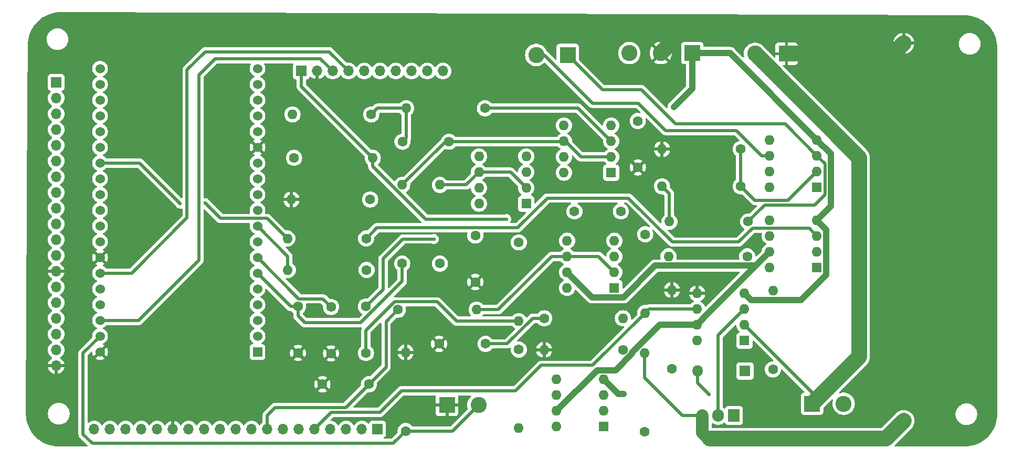
<source format=gbr>
%TF.GenerationSoftware,KiCad,Pcbnew,8.0.3*%
%TF.CreationDate,2025-01-25T16:02:59+05:30*%
%TF.ProjectId,PCB_v1,5043425f-7631-42e6-9b69-6361645f7063,rev?*%
%TF.SameCoordinates,Original*%
%TF.FileFunction,Copper,L2,Bot*%
%TF.FilePolarity,Positive*%
%FSLAX46Y46*%
G04 Gerber Fmt 4.6, Leading zero omitted, Abs format (unit mm)*
G04 Created by KiCad (PCBNEW 8.0.3) date 2025-01-25 16:02:59*
%MOMM*%
%LPD*%
G01*
G04 APERTURE LIST*
%TA.AperFunction,ComponentPad*%
%ADD10C,1.600000*%
%TD*%
%TA.AperFunction,ComponentPad*%
%ADD11O,1.600000X1.600000*%
%TD*%
%TA.AperFunction,ComponentPad*%
%ADD12R,1.600000X1.600000*%
%TD*%
%TA.AperFunction,ComponentPad*%
%ADD13R,1.700000X1.700000*%
%TD*%
%TA.AperFunction,ComponentPad*%
%ADD14O,1.700000X1.700000*%
%TD*%
%TA.AperFunction,ComponentPad*%
%ADD15R,2.600000X2.600000*%
%TD*%
%TA.AperFunction,ComponentPad*%
%ADD16C,2.600000*%
%TD*%
%TA.AperFunction,ComponentPad*%
%ADD17R,1.905000X2.000000*%
%TD*%
%TA.AperFunction,ComponentPad*%
%ADD18O,1.905000X2.000000*%
%TD*%
%TA.AperFunction,ComponentPad*%
%ADD19R,1.530000X1.530000*%
%TD*%
%TA.AperFunction,ComponentPad*%
%ADD20C,1.530000*%
%TD*%
%TA.AperFunction,ComponentPad*%
%ADD21C,2.400000*%
%TD*%
%TA.AperFunction,ComponentPad*%
%ADD22O,2.400000X2.400000*%
%TD*%
%TA.AperFunction,ComponentPad*%
%ADD23R,1.800000X1.800000*%
%TD*%
%TA.AperFunction,ComponentPad*%
%ADD24O,1.800000X1.800000*%
%TD*%
%TA.AperFunction,ViaPad*%
%ADD25C,0.600000*%
%TD*%
%TA.AperFunction,ViaPad*%
%ADD26C,1.000000*%
%TD*%
%TA.AperFunction,Conductor*%
%ADD27C,2.500000*%
%TD*%
%TA.AperFunction,Conductor*%
%ADD28C,0.500000*%
%TD*%
%TA.AperFunction,Conductor*%
%ADD29C,1.000000*%
%TD*%
%TA.AperFunction,Conductor*%
%ADD30C,2.000000*%
%TD*%
G04 APERTURE END LIST*
D10*
%TO.P,R5,1*%
%TO.N,Net-(U6--)*%
X185900000Y-100140000D03*
D11*
%TO.P,R5,2*%
%TO.N,3.3V*%
X173200000Y-100140000D03*
%TD*%
D10*
%TO.P,R18,1*%
%TO.N,Net-(U3-+)*%
X166900000Y-126540000D03*
D11*
%TO.P,R18,2*%
%TO.N,GND*%
X154200000Y-126540000D03*
%TD*%
D10*
%TO.P,C1,1*%
%TO.N,Net-(U8-+)*%
X144750000Y-125565000D03*
%TO.P,C1,2*%
%TO.N,GND*%
X137250000Y-125565000D03*
%TD*%
%TO.P,R23,1*%
%TO.N,I_ref*%
X125475000Y-108565000D03*
D11*
%TO.P,R23,2*%
%TO.N,GPIO4{slash}ADC10*%
X112775000Y-108565000D03*
%TD*%
D12*
%TO.P,U7,1,VOS*%
%TO.N,unconnected-(U7-VOS-Pad1)*%
X165000000Y-97940000D03*
D11*
%TO.P,U7,2,-*%
%TO.N,Net-(U7--)*%
X165000000Y-95400000D03*
%TO.P,U7,3,+*%
%TO.N,Net-(U7-+)*%
X165000000Y-92860000D03*
%TO.P,U7,4,V-*%
%TO.N,VEE*%
X165000000Y-90320000D03*
%TO.P,U7,5,NC*%
%TO.N,unconnected-(U7-NC-Pad5)*%
X157380000Y-90320000D03*
%TO.P,U7,6*%
%TO.N,Net-(U7--)*%
X157380000Y-92860000D03*
%TO.P,U7,7,V+*%
%TO.N,VSS*%
X157380000Y-95400000D03*
%TO.P,U7,8,VOS*%
%TO.N,unconnected-(U7-VOS-Pad8)*%
X157380000Y-97940000D03*
%TD*%
D12*
%TO.P,U8,1,VOS*%
%TO.N,unconnected-(U8-VOS-Pad1)*%
X165520000Y-116540000D03*
D11*
%TO.P,U8,2,-*%
%TO.N,Net-(U8--)*%
X165520000Y-114000000D03*
%TO.P,U8,3,+*%
%TO.N,Net-(U8-+)*%
X165520000Y-111460000D03*
%TO.P,U8,4,V-*%
%TO.N,VEE*%
X165520000Y-108920000D03*
%TO.P,U8,5,NC*%
%TO.N,unconnected-(U8-NC-Pad5)*%
X157900000Y-108920000D03*
%TO.P,U8,6*%
%TO.N,Net-(U8--)*%
X157900000Y-111460000D03*
%TO.P,U8,7,V+*%
%TO.N,VSS*%
X157900000Y-114000000D03*
%TO.P,U8,8,VOS*%
%TO.N,unconnected-(U8-VOS-Pad8)*%
X157900000Y-116540000D03*
%TD*%
D10*
%TO.P,R7,1*%
%TO.N,Net-(R7-Pad1)*%
X186950000Y-111440000D03*
D11*
%TO.P,R7,2*%
%TO.N,Net-(R7-Pad2)*%
X174250000Y-111440000D03*
%TD*%
D13*
%TO.P,J9,1,Pin_1*%
%TO.N,3.3V*%
X115020000Y-81540000D03*
D14*
%TO.P,J9,2,Pin_2*%
%TO.N,GND*%
X117560000Y-81540000D03*
%TO.P,J9,3,Pin_3*%
%TO.N,GPIO22*%
X120100000Y-81540000D03*
%TO.P,J9,4,Pin_4*%
%TO.N,GPIO21*%
X122640000Y-81540000D03*
%TO.P,J9,5,Pin_5*%
%TO.N,ADDR*%
X125180000Y-81540000D03*
%TO.P,J9,6,Pin_6*%
%TO.N,ALRT*%
X127720000Y-81540000D03*
%TO.P,J9,7,Pin_7*%
%TO.N,A0*%
X130260000Y-81540000D03*
%TO.P,J9,8,Pin_8*%
%TO.N,A1*%
X132800000Y-81540000D03*
%TO.P,J9,9,Pin_9*%
%TO.N,A2*%
X135340000Y-81540000D03*
%TO.P,J9,10,Pin_10*%
%TO.N,A3*%
X137880000Y-81540000D03*
%TD*%
D10*
%TO.P,R2,1*%
%TO.N,Net-(D1-A)*%
X174800000Y-129590000D03*
D11*
%TO.P,R2,2*%
%TO.N,GND*%
X174800000Y-116890000D03*
%TD*%
D10*
%TO.P,R4,1*%
%TO.N,R_T1*%
X187100000Y-105840000D03*
D11*
%TO.P,R4,2*%
%TO.N,3.3V*%
X174400000Y-105840000D03*
%TD*%
D10*
%TO.P,R21,1*%
%TO.N,ADDR*%
X113850000Y-95540000D03*
D11*
%TO.P,R21,2*%
%TO.N,3.3V*%
X126550000Y-95540000D03*
%TD*%
D10*
%TO.P,C9,1*%
%TO.N,A0*%
X114500000Y-119540000D03*
%TO.P,C9,2*%
%TO.N,GND*%
X114500000Y-127040000D03*
%TD*%
%TO.P,R12,1*%
%TO.N,Net-(U4-+)*%
X150100000Y-109190000D03*
D11*
%TO.P,R12,2*%
%TO.N,Net-(C5-Pad2)*%
X150100000Y-121890000D03*
%TD*%
D10*
%TO.P,R14,1*%
%TO.N,Net-(C8-Pad2)*%
X126300000Y-88540000D03*
D11*
%TO.P,R14,2*%
%TO.N,GPIO36{slash}ADC0*%
X113600000Y-88540000D03*
%TD*%
D10*
%TO.P,R19,1*%
%TO.N,GPIO23*%
X131850000Y-139640000D03*
D11*
%TO.P,R19,2*%
%TO.N,GND*%
X131850000Y-126940000D03*
%TD*%
D10*
%TO.P,C2,1*%
%TO.N,Net-(U8--)*%
X159075000Y-104190000D03*
%TO.P,C2,2*%
%TO.N,Net-(C2-Pad2)*%
X166575000Y-104190000D03*
%TD*%
%TO.P,R11,1*%
%TO.N,Net-(C5-Pad2)*%
X150100000Y-126490000D03*
D11*
%TO.P,R11,2*%
%TO.N,GPIO39{slash}ADC3*%
X150100000Y-139190000D03*
%TD*%
D12*
%TO.P,U9,1,Rg*%
%TO.N,Net-(R7-Pad1)*%
X186500000Y-125040000D03*
D11*
%TO.P,U9,2,-*%
%TO.N,V_cell+*%
X186500000Y-122500000D03*
%TO.P,U9,3,+*%
%TO.N,V_cell-*%
X186500000Y-119960000D03*
%TO.P,U9,4,Vs-*%
%TO.N,VEE*%
X186500000Y-117420000D03*
%TO.P,U9,5,Ref*%
%TO.N,GND*%
X178880000Y-117420000D03*
%TO.P,U9,6*%
%TO.N,GPIO34{slash}ADC6*%
X178880000Y-119960000D03*
%TO.P,U9,7,Vs+*%
%TO.N,VSS*%
X178880000Y-122500000D03*
%TO.P,U9,8,Rg*%
%TO.N,Net-(R7-Pad2)*%
X178880000Y-125040000D03*
%TD*%
D10*
%TO.P,C4,1*%
%TO.N,Net-(U4-+)*%
X143100000Y-108090000D03*
%TO.P,C4,2*%
%TO.N,GND*%
X143100000Y-115590000D03*
%TD*%
D12*
%TO.P,U1,1,VOS*%
%TO.N,unconnected-(U1-VOS-Pad1)*%
X198200000Y-113240000D03*
D11*
%TO.P,U1,2,-*%
%TO.N,I_meas*%
X198200000Y-110700000D03*
%TO.P,U1,3,+*%
%TO.N,I_ref*%
X198200000Y-108160000D03*
%TO.P,U1,4,V-*%
%TO.N,VEE*%
X198200000Y-105620000D03*
%TO.P,U1,5,NC*%
%TO.N,unconnected-(U1-NC-Pad5)*%
X190580000Y-105620000D03*
%TO.P,U1,6*%
%TO.N,Net-(D1-K)*%
X190580000Y-108160000D03*
%TO.P,U1,7,V+*%
%TO.N,VSS*%
X190580000Y-110700000D03*
%TO.P,U1,8,VOS*%
%TO.N,unconnected-(U1-VOS-Pad8)*%
X190580000Y-113240000D03*
%TD*%
D10*
%TO.P,R9,1*%
%TO.N,Net-(C2-Pad2)*%
X170500000Y-107890000D03*
D11*
%TO.P,R9,2*%
%TO.N,GPIO34{slash}ADC6*%
X170500000Y-120590000D03*
%TD*%
D15*
%TO.P,J4,1,Pin_1*%
%TO.N,VEE*%
X178100000Y-78640000D03*
D16*
%TO.P,J4,2,Pin_2*%
%TO.N,GND*%
X173020000Y-78640000D03*
%TO.P,J4,3,Pin_3*%
%TO.N,VSS*%
X167940000Y-78640000D03*
%TD*%
D12*
%TO.P,U6,1,VOS*%
%TO.N,unconnected-(U6-VOS-Pad1)*%
X198200000Y-100260000D03*
D11*
%TO.P,U6,2,-*%
%TO.N,Net-(U6--)*%
X198200000Y-97720000D03*
%TO.P,U6,3,+*%
%TO.N,R_T1*%
X198200000Y-95180000D03*
%TO.P,U6,4,V-*%
%TO.N,VEE*%
X198200000Y-92640000D03*
%TO.P,U6,5,NC*%
%TO.N,unconnected-(U6-NC-Pad5)*%
X190580000Y-92640000D03*
%TO.P,U6,6*%
%TO.N,GPIO36{slash}ADC0*%
X190580000Y-95180000D03*
%TO.P,U6,7,V+*%
%TO.N,VSS*%
X190580000Y-97720000D03*
%TO.P,U6,8,VOS*%
%TO.N,unconnected-(U6-VOS-Pad8)*%
X190580000Y-100260000D03*
%TD*%
D10*
%TO.P,R1,1*%
%TO.N,Net-(D1-A)*%
X191100000Y-129690000D03*
D11*
%TO.P,R1,2*%
%TO.N,Net-(D1-K)*%
X191100000Y-116990000D03*
%TD*%
D17*
%TO.P,Q1,1,G*%
%TO.N,Net-(D1-A)*%
X184800000Y-137140000D03*
D18*
%TO.P,Q1,2,D*%
%TO.N,V_cell-*%
X182260000Y-137140000D03*
%TO.P,Q1,3,S*%
%TO.N,I_meas*%
X179720000Y-137140000D03*
%TD*%
D10*
%TO.P,R22,1*%
%TO.N,I_ref*%
X125550000Y-113640000D03*
D11*
%TO.P,R22,2*%
%TO.N,DAC1*%
X112850000Y-113640000D03*
%TD*%
D10*
%TO.P,C7,1*%
%TO.N,Net-(U7-+)*%
X169300000Y-89590000D03*
%TO.P,C7,2*%
%TO.N,GND*%
X169300000Y-97090000D03*
%TD*%
D15*
%TO.P,J2,1,Pin_1*%
%TO.N,GND*%
X193295000Y-78750000D03*
D16*
%TO.P,J2,2,Pin_2*%
%TO.N,V_cell+*%
X188215000Y-78750000D03*
%TD*%
D10*
%TO.P,R6,1*%
%TO.N,Net-(U6--)*%
X185900000Y-94140000D03*
D11*
%TO.P,R6,2*%
%TO.N,GND*%
X173200000Y-94140000D03*
%TD*%
D10*
%TO.P,R13,1*%
%TO.N,A1*%
X137375000Y-112615000D03*
D11*
%TO.P,R13,2*%
%TO.N,Net-(U4--)*%
X137375000Y-99915000D03*
%TD*%
D10*
%TO.P,C3,1*%
%TO.N,A2*%
X125925000Y-132090000D03*
%TO.P,C3,2*%
%TO.N,GND*%
X118425000Y-132090000D03*
%TD*%
%TO.P,R16,1*%
%TO.N,A0*%
X131300000Y-112615000D03*
D11*
%TO.P,R16,2*%
%TO.N,Net-(U7--)*%
X131300000Y-99915000D03*
%TD*%
D10*
%TO.P,C6,1*%
%TO.N,A1*%
X119825000Y-119615000D03*
%TO.P,C6,2*%
%TO.N,GND*%
X119825000Y-127115000D03*
%TD*%
D13*
%TO.P,J7,1,Pin_1*%
%TO.N,3.3V*%
X127320000Y-139340000D03*
D14*
%TO.P,J7,2,Pin_2*%
%TO.N,EN*%
X124780000Y-139340000D03*
%TO.P,J7,3,Pin_3*%
%TO.N,GPIO36{slash}ADC0*%
X122240000Y-139340000D03*
%TO.P,J7,4,Pin_4*%
%TO.N,GPIO39{slash}ADC3*%
X119700000Y-139340000D03*
%TO.P,J7,5,Pin_5*%
%TO.N,GPIO34{slash}ADC6*%
X117160000Y-139340000D03*
%TO.P,J7,6,Pin_6*%
%TO.N,A0*%
X114620000Y-139340000D03*
%TO.P,J7,7,Pin_7*%
%TO.N,A1*%
X112080000Y-139340000D03*
%TO.P,J7,8,Pin_8*%
%TO.N,A2*%
X109540000Y-139340000D03*
%TO.P,J7,9,Pin_9*%
%TO.N,DAC1*%
X107000000Y-139340000D03*
%TO.P,J7,10,Pin_10*%
%TO.N,DAC2*%
X104460000Y-139340000D03*
%TO.P,J7,11,Pin_11*%
%TO.N,GPIO27{slash}ADC17*%
X101920000Y-139340000D03*
%TO.P,J7,12,Pin_12*%
%TO.N,GPIO14{slash}ADC16*%
X99380000Y-139340000D03*
%TO.P,J7,13,Pin_13*%
%TO.N,GPIO12{slash}ADC15*%
X96840000Y-139340000D03*
%TO.P,J7,14,Pin_14*%
%TO.N,GND*%
X94300000Y-139340000D03*
%TO.P,J7,15,Pin_15*%
%TO.N,GPIO13{slash}ADC14*%
X91760000Y-139340000D03*
%TO.P,J7,16,Pin_16*%
%TO.N,GPIO9*%
X89220000Y-139340000D03*
%TO.P,J7,17,Pin_17*%
%TO.N,GPIO10*%
X86680000Y-139340000D03*
%TO.P,J7,18,Pin_18*%
%TO.N,GPIO11*%
X84140000Y-139340000D03*
%TO.P,J7,19,Pin_19*%
%TO.N,Vin*%
X81600000Y-139340000D03*
%TD*%
D19*
%TO.P,U5,1,3V3*%
%TO.N,3.3V*%
X107950000Y-126865000D03*
D20*
%TO.P,U5,2,EN*%
%TO.N,EN*%
X107950000Y-124325000D03*
%TO.P,U5,3,SENSOR_VP*%
%TO.N,GPIO36{slash}ADC0*%
X107950000Y-121785000D03*
%TO.P,U5,4,SENSOR_VN*%
%TO.N,GPIO39{slash}ADC3*%
X107950000Y-119245000D03*
%TO.P,U5,5,IO34*%
%TO.N,GPIO34{slash}ADC6*%
X107950000Y-116705000D03*
%TO.P,U5,6,IO35*%
%TO.N,A0*%
X107950000Y-114165000D03*
%TO.P,U5,7,IO32*%
%TO.N,A1*%
X107950000Y-111625000D03*
%TO.P,U5,8,IO33*%
%TO.N,A2*%
X107950000Y-109085000D03*
%TO.P,U5,9,IO25*%
%TO.N,DAC1*%
X107950000Y-106545000D03*
%TO.P,U5,10,IO26*%
%TO.N,DAC2*%
X107950000Y-104005000D03*
%TO.P,U5,11,IO27*%
%TO.N,GPIO27{slash}ADC17*%
X107950000Y-101465000D03*
%TO.P,U5,12,IO14*%
%TO.N,GPIO14{slash}ADC16*%
X107950000Y-98925000D03*
%TO.P,U5,13,IO12*%
%TO.N,GPIO12{slash}ADC15*%
X107950000Y-96385000D03*
%TO.P,U5,14,GND1*%
%TO.N,GND*%
X107950000Y-93845000D03*
%TO.P,U5,15,IO13*%
%TO.N,GPIO13{slash}ADC14*%
X107950000Y-91305000D03*
%TO.P,U5,16,SD2*%
%TO.N,GPIO9*%
X107950000Y-88765000D03*
%TO.P,U5,17,SD3*%
%TO.N,GPIO10*%
X107950000Y-86225000D03*
%TO.P,U5,18,CMD*%
%TO.N,GPIO11*%
X107950000Y-83685000D03*
%TO.P,U5,19,EXT_5V*%
%TO.N,Vin*%
X107950000Y-81145000D03*
%TO.P,U5,20,CLK*%
%TO.N,GPIO6*%
X82550000Y-81145000D03*
%TO.P,U5,21,SD0*%
%TO.N,GPIO7*%
X82550000Y-83685000D03*
%TO.P,U5,22,SD1*%
%TO.N,GPIO8*%
X82550000Y-86225000D03*
%TO.P,U5,23,IO15*%
%TO.N,GPIO15{slash}ADC13*%
X82550000Y-88765000D03*
%TO.P,U5,24,IO2*%
%TO.N,GPIO2{slash}ADC12*%
X82550000Y-91305000D03*
%TO.P,U5,25,IO0*%
%TO.N,GPIO0{slash}ADC11*%
X82550000Y-93845000D03*
%TO.P,U5,26,IO4*%
%TO.N,GPIO4{slash}ADC10*%
X82550000Y-96385000D03*
%TO.P,U5,27,IO16*%
%TO.N,GPIO16*%
X82550000Y-98925000D03*
%TO.P,U5,28,IO17*%
%TO.N,GPIO17*%
X82550000Y-101465000D03*
%TO.P,U5,29,IO5*%
%TO.N,GPIO5*%
X82550000Y-104005000D03*
%TO.P,U5,30,IO18*%
%TO.N,GPIO18*%
X82550000Y-106545000D03*
%TO.P,U5,31,IO19*%
%TO.N,GPIO19*%
X82550000Y-109085000D03*
%TO.P,U5,32,GND2*%
%TO.N,GND*%
X82550000Y-111625000D03*
%TO.P,U5,33,IO21*%
%TO.N,GPIO21*%
X82550000Y-114165000D03*
%TO.P,U5,34,RXD0*%
%TO.N,Rx0*%
X82550000Y-116705000D03*
%TO.P,U5,35,TXD0*%
%TO.N,Tx0*%
X82550000Y-119245000D03*
%TO.P,U5,36,IO22*%
%TO.N,GPIO22*%
X82550000Y-121785000D03*
%TO.P,U5,37,IO23*%
%TO.N,GPIO23*%
X82550000Y-124325000D03*
%TO.P,U5,38,GND3*%
%TO.N,GND*%
X82550000Y-126865000D03*
%TD*%
D10*
%TO.P,C8,1*%
%TO.N,Net-(U7--)*%
X138850000Y-92940000D03*
%TO.P,C8,2*%
%TO.N,Net-(C8-Pad2)*%
X131350000Y-92940000D03*
%TD*%
D15*
%TO.P,J1,1,Pin_1*%
%TO.N,V_cell+*%
X197420000Y-135240000D03*
D16*
%TO.P,J1,2,Pin_2*%
%TO.N,V_cell-*%
X202500000Y-135240000D03*
%TD*%
D10*
%TO.P,R15,1*%
%TO.N,Net-(U7-+)*%
X144650000Y-87540000D03*
D11*
%TO.P,R15,2*%
%TO.N,Net-(C8-Pad2)*%
X131950000Y-87540000D03*
%TD*%
D12*
%TO.P,U3,1,VOS*%
%TO.N,unconnected-(U3-VOS-Pad1)*%
X163800000Y-138940000D03*
D11*
%TO.P,U3,2,-*%
%TO.N,GPIO39{slash}ADC3*%
X163800000Y-136400000D03*
%TO.P,U3,3,+*%
%TO.N,Net-(U3-+)*%
X163800000Y-133860000D03*
%TO.P,U3,4,V-*%
%TO.N,VEE*%
X163800000Y-131320000D03*
%TO.P,U3,5,NC*%
%TO.N,unconnected-(U3-NC-Pad5)*%
X156180000Y-131320000D03*
%TO.P,U3,6*%
%TO.N,GPIO39{slash}ADC3*%
X156180000Y-133860000D03*
%TO.P,U3,7,V+*%
%TO.N,VSS*%
X156180000Y-136400000D03*
%TO.P,U3,8,VOS*%
%TO.N,unconnected-(U3-VOS-Pad8)*%
X156180000Y-138940000D03*
%TD*%
D15*
%TO.P,J3,1,Pin_1*%
%TO.N,R_T1*%
X158000000Y-78940000D03*
D16*
%TO.P,J3,2,Pin_2*%
%TO.N,GPIO36{slash}ADC0*%
X152920000Y-78940000D03*
%TD*%
D13*
%TO.P,J6,1,Pin_1*%
%TO.N,GPIO6*%
X75475000Y-83360000D03*
D14*
%TO.P,J6,2,Pin_2*%
%TO.N,GPIO7*%
X75475000Y-85900000D03*
%TO.P,J6,3,Pin_3*%
%TO.N,GPIO8*%
X75475000Y-88440000D03*
%TO.P,J6,4,Pin_4*%
%TO.N,GPIO15{slash}ADC13*%
X75475000Y-90980000D03*
%TO.P,J6,5,Pin_5*%
%TO.N,GPIO2{slash}ADC12*%
X75475000Y-93520000D03*
%TO.P,J6,6,Pin_6*%
%TO.N,GPIO0{slash}ADC11*%
X75475000Y-96060000D03*
%TO.P,J6,7,Pin_7*%
%TO.N,GPIO4{slash}ADC10*%
X75475000Y-98600000D03*
%TO.P,J6,8,Pin_8*%
%TO.N,GPIO16*%
X75475000Y-101140000D03*
%TO.P,J6,9,Pin_9*%
%TO.N,GPIO17*%
X75475000Y-103680000D03*
%TO.P,J6,10,Pin_10*%
%TO.N,GPIO5*%
X75475000Y-106220000D03*
%TO.P,J6,11,Pin_11*%
%TO.N,GPIO18*%
X75475000Y-108760000D03*
%TO.P,J6,12,Pin_12*%
%TO.N,GPIO19*%
X75475000Y-111300000D03*
%TO.P,J6,13,Pin_13*%
%TO.N,GND*%
X75475000Y-113840000D03*
%TO.P,J6,14,Pin_14*%
%TO.N,GPIO21*%
X75475000Y-116380000D03*
%TO.P,J6,15,Pin_15*%
%TO.N,Rx0*%
X75475000Y-118920000D03*
%TO.P,J6,16,Pin_16*%
%TO.N,Tx0*%
X75475000Y-121460000D03*
%TO.P,J6,17,Pin_17*%
%TO.N,GPIO22*%
X75475000Y-124000000D03*
%TO.P,J6,18,Pin_18*%
%TO.N,GPIO23*%
X75475000Y-126540000D03*
%TO.P,J6,19,Pin_19*%
%TO.N,GND*%
X75475000Y-129080000D03*
%TD*%
D10*
%TO.P,R17,1*%
%TO.N,Net-(U3-+)*%
X170400000Y-139790000D03*
D11*
%TO.P,R17,2*%
%TO.N,I_meas*%
X170400000Y-127090000D03*
%TD*%
D21*
%TO.P,R3,1*%
%TO.N,I_meas*%
X212200000Y-138000000D03*
D22*
%TO.P,R3,2*%
%TO.N,GND*%
X212200000Y-77040000D03*
%TD*%
D12*
%TO.P,U4,1,VOS*%
%TO.N,unconnected-(U4-VOS-Pad1)*%
X151300000Y-102940000D03*
D11*
%TO.P,U4,2,-*%
%TO.N,Net-(U4--)*%
X151300000Y-100400000D03*
%TO.P,U4,3,+*%
%TO.N,Net-(U4-+)*%
X151300000Y-97860000D03*
%TO.P,U4,4,V-*%
%TO.N,VEE*%
X151300000Y-95320000D03*
%TO.P,U4,5,NC*%
%TO.N,unconnected-(U4-NC-Pad5)*%
X143680000Y-95320000D03*
%TO.P,U4,6*%
%TO.N,Net-(U4--)*%
X143680000Y-97860000D03*
%TO.P,U4,7,V+*%
%TO.N,VSS*%
X143680000Y-100400000D03*
%TO.P,U4,8,VOS*%
%TO.N,unconnected-(U4-VOS-Pad8)*%
X143680000Y-102940000D03*
%TD*%
D15*
%TO.P,J5,1,Pin_1*%
%TO.N,GND*%
X138520000Y-135440000D03*
D16*
%TO.P,J5,2,Pin_2*%
%TO.N,GPIO23*%
X143600000Y-135440000D03*
%TD*%
D10*
%TO.P,C5,1*%
%TO.N,Net-(U4--)*%
X125450000Y-119540000D03*
%TO.P,C5,2*%
%TO.N,Net-(C5-Pad2)*%
X125450000Y-127040000D03*
%TD*%
%TO.P,R8,1*%
%TO.N,Net-(U8-+)*%
X154200000Y-121440000D03*
D11*
%TO.P,R8,2*%
%TO.N,Net-(C2-Pad2)*%
X166900000Y-121440000D03*
%TD*%
D10*
%TO.P,R10,1*%
%TO.N,A2*%
X130600000Y-120040000D03*
D11*
%TO.P,R10,2*%
%TO.N,Net-(U8--)*%
X143300000Y-120040000D03*
%TD*%
D10*
%TO.P,R20,1*%
%TO.N,ADDR*%
X126125000Y-102265000D03*
D11*
%TO.P,R20,2*%
%TO.N,GND*%
X113425000Y-102265000D03*
%TD*%
D23*
%TO.P,D1,1,K*%
%TO.N,Net-(D1-K)*%
X186600000Y-129940000D03*
D24*
%TO.P,D1,2,A*%
%TO.N,Net-(D1-A)*%
X178980000Y-129940000D03*
%TD*%
D25*
%TO.N,Net-(U4--)*%
X136400000Y-108640000D03*
%TO.N,Net-(D1-A)*%
X180800000Y-133740000D03*
D26*
%TO.N,VEE*%
X175100000Y-87340000D03*
X167000000Y-133640000D03*
D25*
%TO.N,GPIO4{slash}ADC10*%
X95500000Y-102940000D03*
X99500000Y-102840000D03*
%TO.N,3.3V*%
X148100000Y-105440000D03*
%TD*%
D27*
%TO.N,GND*%
X210490000Y-78750000D02*
X212200000Y-77040000D01*
X193295000Y-78750000D02*
X210490000Y-78750000D01*
%TO.N,V_cell+*%
X205000000Y-127660000D02*
X197420000Y-135240000D01*
X205000000Y-95535000D02*
X205000000Y-127660000D01*
X188215000Y-78750000D02*
X205000000Y-95535000D01*
%TO.N,GND*%
X173020000Y-78640000D02*
X175970000Y-75690000D01*
D28*
%TO.N,Net-(U8-+)*%
X152317767Y-121440000D02*
X154200000Y-121440000D01*
X148192767Y-125565000D02*
X152317767Y-121440000D01*
X144750000Y-125565000D02*
X148192767Y-125565000D01*
%TO.N,Net-(U8--)*%
X146800000Y-120040000D02*
X155380000Y-111460000D01*
X143300000Y-120040000D02*
X146800000Y-120040000D01*
X155380000Y-111460000D02*
X157900000Y-111460000D01*
X157900000Y-111460000D02*
X162980000Y-111460000D01*
X162980000Y-111460000D02*
X165520000Y-114000000D01*
%TO.N,A2*%
X128700000Y-121940000D02*
X130600000Y-120040000D01*
X125925000Y-132090000D02*
X125137500Y-132877500D01*
X110800000Y-135840000D02*
X109540000Y-137100000D01*
X128700000Y-129315000D02*
X128700000Y-121940000D01*
X109540000Y-137100000D02*
X109540000Y-139340000D01*
X125137500Y-132877500D02*
X122175000Y-135840000D01*
X122175000Y-135840000D02*
X110800000Y-135840000D01*
X125137500Y-132877500D02*
X128700000Y-129315000D01*
%TO.N,Net-(U4--)*%
X136400000Y-108640000D02*
X131400000Y-108640000D01*
X148760000Y-97860000D02*
X151300000Y-100400000D01*
X143680000Y-97860000D02*
X148760000Y-97860000D01*
X141625000Y-99915000D02*
X143680000Y-97860000D01*
X128200000Y-116790000D02*
X125450000Y-119540000D01*
X131400000Y-108640000D02*
X128200000Y-111840000D01*
X128200000Y-111840000D02*
X128200000Y-116790000D01*
X137375000Y-99915000D02*
X141625000Y-99915000D01*
%TO.N,Net-(C5-Pad2)*%
X125450000Y-123422233D02*
X130082233Y-118790000D01*
X130082233Y-118790000D02*
X136950000Y-118790000D01*
X140050000Y-121890000D02*
X150100000Y-121890000D01*
X125450000Y-127040000D02*
X125450000Y-123422233D01*
X136950000Y-118790000D02*
X140050000Y-121890000D01*
%TO.N,A1*%
X119825000Y-119615000D02*
X118500000Y-118290000D01*
X118500000Y-118290000D02*
X114615000Y-118290000D01*
X114615000Y-118290000D02*
X107950000Y-111625000D01*
%TO.N,Net-(U7-+)*%
X144650000Y-87540000D02*
X159680000Y-87540000D01*
X159680000Y-87540000D02*
X165000000Y-92860000D01*
%TO.N,Net-(C8-Pad2)*%
X127300000Y-87540000D02*
X126300000Y-88540000D01*
X131950000Y-87540000D02*
X131950000Y-92340000D01*
X131950000Y-92340000D02*
X131350000Y-92940000D01*
X131950000Y-87540000D02*
X127300000Y-87540000D01*
%TO.N,Net-(U7--)*%
X131300000Y-99915000D02*
X138275000Y-92940000D01*
X138275000Y-92940000D02*
X138850000Y-92940000D01*
X157620000Y-92860000D02*
X160160000Y-95400000D01*
X157380000Y-92860000D02*
X157620000Y-92860000D01*
X160160000Y-95400000D02*
X165000000Y-95400000D01*
X138850000Y-92940000D02*
X157300000Y-92940000D01*
X157300000Y-92940000D02*
X157380000Y-92860000D01*
%TO.N,A0*%
X124617767Y-122140000D02*
X115600000Y-122140000D01*
X114500000Y-119540000D02*
X113325000Y-119540000D01*
X131300000Y-112615000D02*
X131300000Y-115457767D01*
X113325000Y-119540000D02*
X107950000Y-114165000D01*
X131300000Y-115457767D02*
X124617767Y-122140000D01*
X114500000Y-121040000D02*
X114500000Y-119540000D01*
X115600000Y-122140000D02*
X114500000Y-121040000D01*
%TO.N,Net-(D1-A)*%
X178980000Y-131920000D02*
X180800000Y-133740000D01*
X178980000Y-129940000D02*
X178980000Y-131920000D01*
%TO.N,V_cell+*%
X186500000Y-122500000D02*
X197420000Y-133420000D01*
X197420000Y-133420000D02*
X197420000Y-135240000D01*
%TO.N,V_cell-*%
X186500000Y-119960000D02*
X182260000Y-124200000D01*
X182260000Y-124200000D02*
X182260000Y-137140000D01*
%TO.N,GPIO36{slash}ADC0*%
X189240000Y-95180000D02*
X190580000Y-95180000D01*
X162000000Y-86740000D02*
X169400000Y-86740000D01*
X154200000Y-78940000D02*
X162000000Y-86740000D01*
X169400000Y-86740000D02*
X173800000Y-91140000D01*
X173800000Y-91140000D02*
X185200000Y-91140000D01*
X152920000Y-78940000D02*
X154200000Y-78940000D01*
X185200000Y-91140000D02*
X189240000Y-95180000D01*
%TO.N,R_T1*%
X158000000Y-78940000D02*
X163600000Y-84540000D01*
X189800000Y-103140000D02*
X197820000Y-103140000D01*
X193060000Y-90040000D02*
X198200000Y-95180000D01*
X187100000Y-105840000D02*
X189800000Y-103140000D01*
X199500000Y-101460000D02*
X199500000Y-96480000D01*
X199500000Y-96480000D02*
X198200000Y-95180000D01*
X175400000Y-90040000D02*
X193060000Y-90040000D01*
X197820000Y-103140000D02*
X199500000Y-101460000D01*
X169900000Y-84540000D02*
X175400000Y-90040000D01*
X163600000Y-84540000D02*
X169900000Y-84540000D01*
D29*
%TO.N,VEE*%
X198200000Y-92640000D02*
X200450000Y-94890000D01*
X178100000Y-78640000D02*
X178100000Y-84340000D01*
X166120000Y-133640000D02*
X163800000Y-131320000D01*
X184200000Y-78640000D02*
X198200000Y-92640000D01*
X200450000Y-103370000D02*
X198200000Y-105620000D01*
X195650000Y-118490000D02*
X187570000Y-118490000D01*
X187570000Y-118490000D02*
X186500000Y-117420000D01*
X178100000Y-78640000D02*
X184200000Y-78640000D01*
X199700000Y-107120000D02*
X199700000Y-114440000D01*
X198200000Y-105620000D02*
X199700000Y-107120000D01*
X167000000Y-133640000D02*
X166120000Y-133640000D01*
X199700000Y-114440000D02*
X195650000Y-118490000D01*
X200450000Y-94890000D02*
X200450000Y-103370000D01*
X178100000Y-84340000D02*
X175100000Y-87340000D01*
%TO.N,VSS*%
X179820000Y-121460000D02*
X179820000Y-121560000D01*
X167020000Y-118040000D02*
X161940000Y-118040000D01*
X190580000Y-110700000D02*
X188340000Y-112940000D01*
X165741321Y-129820000D02*
X162760000Y-129820000D01*
X188340000Y-112940000D02*
X172120000Y-112940000D01*
X162760000Y-129820000D02*
X156180000Y-136400000D01*
X168400000Y-127161321D02*
X165741321Y-129820000D01*
X190580000Y-110700000D02*
X179820000Y-121460000D01*
X172120000Y-112940000D02*
X167020000Y-118040000D01*
X179820000Y-121560000D02*
X178880000Y-122500000D01*
X178880000Y-122500000D02*
X172868679Y-122500000D01*
X168400000Y-126968679D02*
X168400000Y-127161321D01*
X161940000Y-118040000D02*
X157900000Y-114000000D01*
X172868679Y-122500000D02*
X168400000Y-126968679D01*
D28*
%TO.N,GPIO22*%
X98500000Y-82140000D02*
X98500000Y-112040000D01*
X120100000Y-81540000D02*
X118100000Y-79540000D01*
X101100000Y-79540000D02*
X98500000Y-82140000D01*
X98500000Y-112040000D02*
X88755000Y-121785000D01*
X118100000Y-79540000D02*
X101100000Y-79540000D01*
X88755000Y-121785000D02*
X82550000Y-121785000D01*
%TO.N,GPIO21*%
X96600000Y-105240000D02*
X87675000Y-114165000D01*
X96600000Y-81340000D02*
X96600000Y-105240000D01*
X87675000Y-114165000D02*
X82550000Y-114165000D01*
X99500000Y-78440000D02*
X96600000Y-81340000D01*
X122640000Y-81540000D02*
X119540000Y-78440000D01*
X119540000Y-78440000D02*
X99500000Y-78440000D01*
%TO.N,GPIO4{slash}ADC10*%
X95500000Y-102940000D02*
X88945000Y-96385000D01*
X101990000Y-105330000D02*
X99500000Y-102840000D01*
X112775000Y-108565000D02*
X109540000Y-105330000D01*
X109540000Y-105330000D02*
X101990000Y-105330000D01*
X88945000Y-96385000D02*
X82550000Y-96385000D01*
%TO.N,3.3V*%
X135057233Y-105440000D02*
X148100000Y-105440000D01*
X115020000Y-84010000D02*
X126550000Y-95540000D01*
X126550000Y-95540000D02*
X126550000Y-96932767D01*
X174400000Y-105840000D02*
X174400000Y-101340000D01*
X115020000Y-81540000D02*
X115020000Y-84010000D01*
X126550000Y-96932767D02*
X135057233Y-105440000D01*
X174400000Y-101340000D02*
X173200000Y-100140000D01*
%TO.N,DAC1*%
X112850000Y-111445000D02*
X107950000Y-106545000D01*
X112850000Y-113640000D02*
X112850000Y-111445000D01*
%TO.N,GPIO34{slash}ADC6*%
X127700000Y-136640000D02*
X119860000Y-136640000D01*
X131200000Y-133140000D02*
X127700000Y-136640000D01*
X119860000Y-136640000D02*
X117160000Y-139340000D01*
X171130000Y-119960000D02*
X170500000Y-120590000D01*
X178880000Y-119960000D02*
X171130000Y-119960000D01*
X153700000Y-129040000D02*
X149600000Y-133140000D01*
X170500000Y-120590000D02*
X162050000Y-129040000D01*
X149600000Y-133140000D02*
X131200000Y-133140000D01*
X162050000Y-129040000D02*
X153700000Y-129040000D01*
X170870000Y-120960000D02*
X170500000Y-120590000D01*
%TO.N,I_meas*%
X170400000Y-131040000D02*
X176500000Y-137140000D01*
X176500000Y-137140000D02*
X179720000Y-137140000D01*
D30*
X180900000Y-141140000D02*
X179720000Y-139960000D01*
D28*
X170400000Y-127090000D02*
X170400000Y-131040000D01*
D27*
X209310000Y-140890000D02*
X180900000Y-140890000D01*
X212200000Y-138000000D02*
X209310000Y-140890000D01*
D30*
X179720000Y-139960000D02*
X179720000Y-137140000D01*
D28*
%TO.N,Net-(U6--)*%
X188200000Y-102440000D02*
X193480000Y-102440000D01*
X193480000Y-102440000D02*
X198200000Y-97720000D01*
X185900000Y-100140000D02*
X188200000Y-102440000D01*
X185900000Y-94140000D02*
X185900000Y-100140000D01*
%TO.N,I_ref*%
X149900000Y-106840000D02*
X127200000Y-106840000D01*
X167800000Y-102040000D02*
X154700000Y-102040000D01*
X127200000Y-106840000D02*
X125475000Y-108565000D01*
X174900000Y-109140000D02*
X167800000Y-102040000D01*
X198200000Y-108160000D02*
X196950000Y-106910000D01*
X196950000Y-106910000D02*
X187797767Y-106910000D01*
X187797767Y-106910000D02*
X185567767Y-109140000D01*
X154700000Y-102040000D02*
X149900000Y-106840000D01*
X185567767Y-109140000D02*
X174900000Y-109140000D01*
%TO.N,GPIO23*%
X79800000Y-140140000D02*
X79800000Y-127075000D01*
X79800000Y-127075000D02*
X82550000Y-124325000D01*
X131850000Y-139640000D02*
X139400000Y-139640000D01*
X129850000Y-141640000D02*
X81300000Y-141640000D01*
X139400000Y-139640000D02*
X143600000Y-135440000D01*
X131850000Y-139640000D02*
X129850000Y-141640000D01*
X81300000Y-141640000D02*
X79800000Y-140140000D01*
%TD*%
%TA.AperFunction,Conductor*%
%TO.N,GND*%
G36*
X221923251Y-72541462D02*
G01*
X221927052Y-72541719D01*
X221932891Y-72541719D01*
X221996226Y-72541719D01*
X222001350Y-72541825D01*
X222431304Y-72559606D01*
X222441477Y-72560449D01*
X222865966Y-72613361D01*
X222876074Y-72615048D01*
X223294735Y-72702830D01*
X223304632Y-72705337D01*
X223714623Y-72827395D01*
X223724299Y-72830717D01*
X224122796Y-72986210D01*
X224132181Y-72990327D01*
X224516450Y-73178185D01*
X224525464Y-73183062D01*
X224892941Y-73402030D01*
X224901520Y-73407636D01*
X225249629Y-73656180D01*
X225257711Y-73662471D01*
X225584132Y-73938935D01*
X225591672Y-73945876D01*
X225894123Y-74248327D01*
X225901064Y-74255867D01*
X226177528Y-74582288D01*
X226183821Y-74590374D01*
X226238523Y-74666988D01*
X226432363Y-74938479D01*
X226437969Y-74947058D01*
X226656937Y-75314535D01*
X226661814Y-75323549D01*
X226849672Y-75707818D01*
X226853789Y-75717203D01*
X227009279Y-76115692D01*
X227012607Y-76125386D01*
X227130008Y-76519734D01*
X227134657Y-76535348D01*
X227137173Y-76545283D01*
X227224951Y-76963925D01*
X227226638Y-76974033D01*
X227279548Y-77398502D01*
X227280394Y-77408716D01*
X227296478Y-77797633D01*
X227298175Y-77838653D01*
X227298281Y-77843777D01*
X227298281Y-77912215D01*
X227298282Y-77912242D01*
X227299500Y-136833580D01*
X227299500Y-136837438D01*
X227299394Y-136842562D01*
X227281612Y-137272500D01*
X227280766Y-137282714D01*
X227227856Y-137707180D01*
X227226169Y-137717289D01*
X227138389Y-138135931D01*
X227135873Y-138145866D01*
X227013820Y-138555833D01*
X227010492Y-138565526D01*
X226855005Y-138964006D01*
X226850888Y-138973391D01*
X226663026Y-139357669D01*
X226658149Y-139366683D01*
X226439187Y-139734149D01*
X226433581Y-139742729D01*
X226185031Y-140090843D01*
X226178737Y-140098930D01*
X225902278Y-140425346D01*
X225895336Y-140432886D01*
X225592886Y-140735336D01*
X225585346Y-140742278D01*
X225258930Y-141018737D01*
X225250843Y-141025031D01*
X224902729Y-141273581D01*
X224894149Y-141279187D01*
X224526683Y-141498149D01*
X224517669Y-141503026D01*
X224133391Y-141690888D01*
X224124006Y-141695005D01*
X223725526Y-141850492D01*
X223715833Y-141853820D01*
X223305866Y-141975873D01*
X223295931Y-141978389D01*
X222877289Y-142066169D01*
X222867180Y-142067856D01*
X222442714Y-142120766D01*
X222432500Y-142121612D01*
X222002563Y-142139394D01*
X221997439Y-142139500D01*
X210835443Y-142139500D01*
X210768404Y-142119815D01*
X210722649Y-142067011D01*
X210712705Y-141997853D01*
X210741730Y-141934297D01*
X210747762Y-141927819D01*
X213518914Y-139156666D01*
X213518913Y-139156666D01*
X213518919Y-139156661D01*
X213658610Y-138974612D01*
X213773344Y-138775888D01*
X213861158Y-138563887D01*
X213920548Y-138342239D01*
X213950499Y-138114734D01*
X213950499Y-137885266D01*
X213920548Y-137657761D01*
X213861158Y-137436114D01*
X213853353Y-137417272D01*
X213797421Y-137282240D01*
X213773344Y-137224112D01*
X213658610Y-137025388D01*
X213565928Y-136904602D01*
X213518920Y-136843340D01*
X213518914Y-136843333D01*
X213500839Y-136825258D01*
X220549500Y-136825258D01*
X220549500Y-137054741D01*
X220568662Y-137200280D01*
X220579452Y-137282238D01*
X220627680Y-137462229D01*
X220638842Y-137503887D01*
X220726650Y-137715876D01*
X220726657Y-137715890D01*
X220759160Y-137772187D01*
X220835473Y-137904366D01*
X220841392Y-137914617D01*
X220981081Y-138096661D01*
X220981089Y-138096670D01*
X221143330Y-138258911D01*
X221143338Y-138258918D01*
X221325382Y-138398607D01*
X221325385Y-138398608D01*
X221325388Y-138398611D01*
X221524112Y-138513344D01*
X221524117Y-138513346D01*
X221524123Y-138513349D01*
X221581867Y-138537267D01*
X221736113Y-138601158D01*
X221957762Y-138660548D01*
X222185266Y-138690500D01*
X222185273Y-138690500D01*
X222414727Y-138690500D01*
X222414734Y-138690500D01*
X222642238Y-138660548D01*
X222863887Y-138601158D01*
X223075888Y-138513344D01*
X223274612Y-138398611D01*
X223456661Y-138258919D01*
X223456665Y-138258914D01*
X223456670Y-138258911D01*
X223618911Y-138096670D01*
X223618914Y-138096665D01*
X223618919Y-138096661D01*
X223758611Y-137914612D01*
X223873344Y-137715888D01*
X223961158Y-137503887D01*
X224020548Y-137282238D01*
X224050500Y-137054734D01*
X224050500Y-136825266D01*
X224020548Y-136597762D01*
X223961158Y-136376113D01*
X223897900Y-136223396D01*
X223873349Y-136164123D01*
X223873346Y-136164117D01*
X223873344Y-136164112D01*
X223758611Y-135965388D01*
X223758608Y-135965385D01*
X223758607Y-135965382D01*
X223657764Y-135833962D01*
X223618919Y-135783339D01*
X223618918Y-135783338D01*
X223618911Y-135783330D01*
X223456670Y-135621089D01*
X223456661Y-135621081D01*
X223274617Y-135481392D01*
X223075890Y-135366657D01*
X223075876Y-135366650D01*
X222863887Y-135278842D01*
X222818411Y-135266657D01*
X222642238Y-135219452D01*
X222604215Y-135214446D01*
X222414741Y-135189500D01*
X222414734Y-135189500D01*
X222185266Y-135189500D01*
X222185258Y-135189500D01*
X221968715Y-135218009D01*
X221957762Y-135219452D01*
X221881094Y-135239995D01*
X221736112Y-135278842D01*
X221524123Y-135366650D01*
X221524109Y-135366657D01*
X221325382Y-135481392D01*
X221143338Y-135621081D01*
X220981081Y-135783338D01*
X220841392Y-135965382D01*
X220726657Y-136164109D01*
X220726650Y-136164123D01*
X220638842Y-136376112D01*
X220617141Y-136457102D01*
X220580639Y-136593334D01*
X220579453Y-136597759D01*
X220579451Y-136597770D01*
X220549500Y-136825258D01*
X213500839Y-136825258D01*
X213356666Y-136681085D01*
X213356659Y-136681079D01*
X213174620Y-136541396D01*
X213174618Y-136541395D01*
X213174612Y-136541390D01*
X212975888Y-136426656D01*
X212975884Y-136426654D01*
X212763888Y-136338842D01*
X212645108Y-136307015D01*
X212542239Y-136279452D01*
X212542233Y-136279451D01*
X212542228Y-136279450D01*
X212314735Y-136249501D01*
X212314734Y-136249501D01*
X212085266Y-136249501D01*
X212085265Y-136249501D01*
X211857771Y-136279450D01*
X211857764Y-136279451D01*
X211857761Y-136279452D01*
X211764077Y-136304554D01*
X211636112Y-136338842D01*
X211424120Y-136426651D01*
X211424111Y-136426656D01*
X211225388Y-136541390D01*
X211225379Y-136541396D01*
X211043340Y-136681079D01*
X211043333Y-136681085D01*
X208621238Y-139103181D01*
X208559915Y-139136666D01*
X208533557Y-139139500D01*
X181344500Y-139139500D01*
X181277461Y-139119815D01*
X181231706Y-139067011D01*
X181220500Y-139015500D01*
X181220500Y-138471629D01*
X181240185Y-138404590D01*
X181292989Y-138358835D01*
X181362147Y-138348891D01*
X181417383Y-138371310D01*
X181498462Y-138430217D01*
X181661604Y-138513342D01*
X181702244Y-138534049D01*
X181919751Y-138604721D01*
X181919752Y-138604721D01*
X181919755Y-138604722D01*
X182145646Y-138640500D01*
X182145647Y-138640500D01*
X182374353Y-138640500D01*
X182374354Y-138640500D01*
X182600245Y-138604722D01*
X182600248Y-138604721D01*
X182600249Y-138604721D01*
X182817755Y-138534049D01*
X182817755Y-138534048D01*
X182817758Y-138534048D01*
X183021538Y-138430217D01*
X183204245Y-138297472D01*
X183270046Y-138273994D01*
X183338100Y-138289819D01*
X183386795Y-138339924D01*
X183393308Y-138354459D01*
X183403702Y-138382328D01*
X183403706Y-138382335D01*
X183489952Y-138497544D01*
X183489955Y-138497547D01*
X183605164Y-138583793D01*
X183605171Y-138583797D01*
X183740017Y-138634091D01*
X183740016Y-138634091D01*
X183746944Y-138634835D01*
X183799627Y-138640500D01*
X185800372Y-138640499D01*
X185859983Y-138634091D01*
X185994831Y-138583796D01*
X186110046Y-138497546D01*
X186196296Y-138382331D01*
X186246591Y-138247483D01*
X186253000Y-138187873D01*
X186252999Y-136092128D01*
X186246591Y-136032517D01*
X186236660Y-136005891D01*
X186196297Y-135897671D01*
X186196293Y-135897664D01*
X186110047Y-135782455D01*
X186110044Y-135782452D01*
X185994835Y-135696206D01*
X185994828Y-135696202D01*
X185859982Y-135645908D01*
X185859983Y-135645908D01*
X185800383Y-135639501D01*
X185800381Y-135639500D01*
X185800373Y-135639500D01*
X185800364Y-135639500D01*
X183799629Y-135639500D01*
X183799623Y-135639501D01*
X183740016Y-135645908D01*
X183605171Y-135696202D01*
X183605164Y-135696206D01*
X183489955Y-135782452D01*
X183489952Y-135782455D01*
X183403706Y-135897664D01*
X183403703Y-135897670D01*
X183393308Y-135925541D01*
X183351436Y-135981474D01*
X183285972Y-136005891D01*
X183217699Y-135991039D01*
X183204250Y-135982531D01*
X183061613Y-135878899D01*
X183018949Y-135823570D01*
X183010500Y-135778582D01*
X183010500Y-128992135D01*
X185199500Y-128992135D01*
X185199500Y-130887870D01*
X185199501Y-130887876D01*
X185205908Y-130947483D01*
X185256202Y-131082328D01*
X185256206Y-131082335D01*
X185342452Y-131197544D01*
X185342455Y-131197547D01*
X185457664Y-131283793D01*
X185457671Y-131283797D01*
X185592517Y-131334091D01*
X185592516Y-131334091D01*
X185599444Y-131334835D01*
X185652127Y-131340500D01*
X187547872Y-131340499D01*
X187607483Y-131334091D01*
X187742331Y-131283796D01*
X187857546Y-131197546D01*
X187943796Y-131082331D01*
X187994091Y-130947483D01*
X188000500Y-130887873D01*
X188000499Y-128992128D01*
X187994091Y-128932517D01*
X187984233Y-128906087D01*
X187943797Y-128797671D01*
X187943793Y-128797664D01*
X187857547Y-128682455D01*
X187857544Y-128682452D01*
X187742335Y-128596206D01*
X187742328Y-128596202D01*
X187607482Y-128545908D01*
X187607483Y-128545908D01*
X187547883Y-128539501D01*
X187547881Y-128539500D01*
X187547873Y-128539500D01*
X187547864Y-128539500D01*
X185652129Y-128539500D01*
X185652123Y-128539501D01*
X185592516Y-128545908D01*
X185457671Y-128596202D01*
X185457664Y-128596206D01*
X185342455Y-128682452D01*
X185342452Y-128682455D01*
X185256206Y-128797664D01*
X185256202Y-128797671D01*
X185205908Y-128932517D01*
X185199501Y-128992116D01*
X185199501Y-128992123D01*
X185199500Y-128992135D01*
X183010500Y-128992135D01*
X183010500Y-124562228D01*
X183030185Y-124495189D01*
X183046814Y-124474552D01*
X184992568Y-122528797D01*
X185053891Y-122495313D01*
X185123583Y-122500297D01*
X185179516Y-122542169D01*
X185203777Y-122605671D01*
X185214364Y-122726687D01*
X185214366Y-122726697D01*
X185273258Y-122946488D01*
X185273261Y-122946497D01*
X185369431Y-123152732D01*
X185369432Y-123152734D01*
X185499954Y-123339141D01*
X185660858Y-123500045D01*
X185685462Y-123517273D01*
X185729087Y-123571849D01*
X185736281Y-123641348D01*
X185704758Y-123703703D01*
X185644529Y-123739117D01*
X185627593Y-123742138D01*
X185592516Y-123745908D01*
X185457671Y-123796202D01*
X185457664Y-123796206D01*
X185342455Y-123882452D01*
X185342452Y-123882455D01*
X185256206Y-123997664D01*
X185256202Y-123997671D01*
X185205908Y-124132517D01*
X185199501Y-124192116D01*
X185199500Y-124192135D01*
X185199500Y-125887870D01*
X185199501Y-125887876D01*
X185205908Y-125947483D01*
X185256202Y-126082328D01*
X185256206Y-126082335D01*
X185342452Y-126197544D01*
X185342455Y-126197547D01*
X185457664Y-126283793D01*
X185457671Y-126283797D01*
X185592517Y-126334091D01*
X185592516Y-126334091D01*
X185599444Y-126334835D01*
X185652127Y-126340500D01*
X187347872Y-126340499D01*
X187407483Y-126334091D01*
X187542331Y-126283796D01*
X187657546Y-126197546D01*
X187743796Y-126082331D01*
X187794091Y-125947483D01*
X187800500Y-125887873D01*
X187800499Y-125161228D01*
X187820183Y-125094190D01*
X187872987Y-125048435D01*
X187942146Y-125038491D01*
X188005702Y-125067516D01*
X188012180Y-125073548D01*
X191117177Y-128178545D01*
X191150662Y-128239868D01*
X191145678Y-128309560D01*
X191103806Y-128365493D01*
X191040304Y-128389754D01*
X190873312Y-128404364D01*
X190873302Y-128404366D01*
X190653511Y-128463258D01*
X190653502Y-128463261D01*
X190447267Y-128559431D01*
X190447265Y-128559432D01*
X190260858Y-128689954D01*
X190099954Y-128850858D01*
X189969432Y-129037265D01*
X189969431Y-129037267D01*
X189873261Y-129243502D01*
X189873258Y-129243511D01*
X189814366Y-129463302D01*
X189814364Y-129463313D01*
X189794532Y-129689998D01*
X189794532Y-129690001D01*
X189814364Y-129916686D01*
X189814366Y-129916697D01*
X189873258Y-130136488D01*
X189873261Y-130136497D01*
X189969431Y-130342732D01*
X189969432Y-130342734D01*
X190099954Y-130529141D01*
X190260858Y-130690045D01*
X190260861Y-130690047D01*
X190447266Y-130820568D01*
X190653504Y-130916739D01*
X190873308Y-130975635D01*
X191035230Y-130989801D01*
X191099998Y-130995468D01*
X191100000Y-130995468D01*
X191100002Y-130995468D01*
X191156673Y-130990509D01*
X191326692Y-130975635D01*
X191546496Y-130916739D01*
X191752734Y-130820568D01*
X191939139Y-130690047D01*
X192100047Y-130529139D01*
X192230568Y-130342734D01*
X192326739Y-130136496D01*
X192385635Y-129916692D01*
X192400245Y-129749695D01*
X192425697Y-129684627D01*
X192482288Y-129643648D01*
X192552050Y-129639770D01*
X192611454Y-129672822D01*
X196166452Y-133227819D01*
X196199937Y-133289142D01*
X196194953Y-133358834D01*
X196153081Y-133414767D01*
X196087617Y-133439184D01*
X196078783Y-133439500D01*
X196072136Y-133439500D01*
X196072123Y-133439501D01*
X196012516Y-133445908D01*
X195877671Y-133496202D01*
X195877664Y-133496206D01*
X195762455Y-133582452D01*
X195762452Y-133582455D01*
X195676206Y-133697664D01*
X195676202Y-133697671D01*
X195625908Y-133832517D01*
X195619501Y-133892116D01*
X195619500Y-133892135D01*
X195619500Y-136587870D01*
X195619501Y-136587876D01*
X195625908Y-136647483D01*
X195676202Y-136782328D01*
X195676206Y-136782335D01*
X195762452Y-136897544D01*
X195762455Y-136897547D01*
X195877664Y-136983793D01*
X195877671Y-136983797D01*
X196012517Y-137034091D01*
X196012516Y-137034091D01*
X196019444Y-137034835D01*
X196072127Y-137040500D01*
X198767872Y-137040499D01*
X198827483Y-137034091D01*
X198962331Y-136983796D01*
X199077546Y-136897546D01*
X199163796Y-136782331D01*
X199214091Y-136647483D01*
X199220500Y-136587873D01*
X199220499Y-135966441D01*
X199240183Y-135899403D01*
X199256813Y-135878766D01*
X200578534Y-134557045D01*
X200639855Y-134523562D01*
X200709547Y-134528546D01*
X200765480Y-134570418D01*
X200789897Y-134635882D01*
X200781643Y-134690026D01*
X200774666Y-134707802D01*
X200774664Y-134707811D01*
X200714616Y-134970898D01*
X200694451Y-135239995D01*
X200694451Y-135240004D01*
X200714616Y-135509101D01*
X200774664Y-135772188D01*
X200774666Y-135772195D01*
X200850489Y-135965388D01*
X200873257Y-136023398D01*
X201008185Y-136257102D01*
X201113769Y-136389500D01*
X201176442Y-136468089D01*
X201341872Y-136621584D01*
X201374259Y-136651635D01*
X201597226Y-136803651D01*
X201840359Y-136920738D01*
X202098228Y-137000280D01*
X202098229Y-137000280D01*
X202098232Y-137000281D01*
X202365063Y-137040499D01*
X202365068Y-137040499D01*
X202365071Y-137040500D01*
X202365072Y-137040500D01*
X202634928Y-137040500D01*
X202634929Y-137040500D01*
X202634936Y-137040499D01*
X202901767Y-137000281D01*
X202901768Y-137000280D01*
X202901772Y-137000280D01*
X203159641Y-136920738D01*
X203351765Y-136828216D01*
X203402767Y-136803655D01*
X203402767Y-136803654D01*
X203402775Y-136803651D01*
X203625741Y-136651635D01*
X203779259Y-136509190D01*
X203823557Y-136468089D01*
X203823557Y-136468087D01*
X203823561Y-136468085D01*
X203991815Y-136257102D01*
X204126743Y-136023398D01*
X204225334Y-135772195D01*
X204285383Y-135509103D01*
X204302638Y-135278842D01*
X204305549Y-135240004D01*
X204305549Y-135239995D01*
X204285383Y-134970898D01*
X204270984Y-134907811D01*
X204225334Y-134707805D01*
X204126743Y-134456602D01*
X203991815Y-134222898D01*
X203823561Y-134011915D01*
X203823560Y-134011914D01*
X203823557Y-134011910D01*
X203625741Y-133828365D01*
X203573927Y-133793039D01*
X203402775Y-133676349D01*
X203402771Y-133676347D01*
X203402768Y-133676345D01*
X203402767Y-133676344D01*
X203159643Y-133559263D01*
X203159645Y-133559263D01*
X202901773Y-133479720D01*
X202901767Y-133479718D01*
X202634936Y-133439500D01*
X202634929Y-133439500D01*
X202365071Y-133439500D01*
X202365063Y-133439500D01*
X202098232Y-133479718D01*
X202098226Y-133479720D01*
X201936322Y-133529661D01*
X201866458Y-133530611D01*
X201807172Y-133493640D01*
X201777285Y-133430485D01*
X201786288Y-133361197D01*
X201812091Y-133323489D01*
X202780236Y-132355345D01*
X206318920Y-128816661D01*
X206416146Y-128689953D01*
X206458611Y-128634612D01*
X206515977Y-128535250D01*
X206573345Y-128435888D01*
X206661158Y-128223886D01*
X206720549Y-128002239D01*
X206750500Y-127774734D01*
X206750500Y-127545266D01*
X206750500Y-95420266D01*
X206750316Y-95418872D01*
X206743081Y-95363915D01*
X206743081Y-95363914D01*
X206730278Y-95266662D01*
X206720549Y-95192761D01*
X206667466Y-94994654D01*
X206665828Y-94988540D01*
X206665828Y-94988539D01*
X206661160Y-94971119D01*
X206653782Y-94953308D01*
X206626427Y-94887266D01*
X206626427Y-94887265D01*
X206573349Y-94759120D01*
X206573344Y-94759111D01*
X206566505Y-94747266D01*
X206493337Y-94620536D01*
X206493337Y-94620535D01*
X206458611Y-94560388D01*
X206380310Y-94458343D01*
X206380306Y-94458340D01*
X206360426Y-94432432D01*
X206318920Y-94378339D01*
X206318919Y-94378338D01*
X206318915Y-94378333D01*
X192702262Y-80761681D01*
X192668777Y-80700358D01*
X192673761Y-80630666D01*
X192715633Y-80574733D01*
X192781097Y-80550316D01*
X192789943Y-80550000D01*
X193045000Y-80550000D01*
X193045000Y-79350001D01*
X193105402Y-79375021D01*
X193230981Y-79400000D01*
X193359019Y-79400000D01*
X193484598Y-79375021D01*
X193545000Y-79350001D01*
X193545000Y-80550000D01*
X194642828Y-80550000D01*
X194642844Y-80549999D01*
X194702372Y-80543598D01*
X194702379Y-80543596D01*
X194837086Y-80493354D01*
X194837093Y-80493350D01*
X194952187Y-80407190D01*
X194952190Y-80407187D01*
X195038350Y-80292093D01*
X195038354Y-80292086D01*
X195088596Y-80157379D01*
X195088598Y-80157372D01*
X195094999Y-80097844D01*
X195095000Y-80097827D01*
X195095000Y-79000000D01*
X193895001Y-79000000D01*
X193920021Y-78939598D01*
X193945000Y-78814019D01*
X193945000Y-78685981D01*
X193920021Y-78560402D01*
X193895001Y-78500000D01*
X195095000Y-78500000D01*
X195095000Y-77402172D01*
X195094999Y-77402155D01*
X195088598Y-77342627D01*
X195088596Y-77342620D01*
X195038354Y-77207913D01*
X195038350Y-77207906D01*
X194952190Y-77092812D01*
X194952187Y-77092809D01*
X194837093Y-77006649D01*
X194837086Y-77006645D01*
X194702379Y-76956403D01*
X194702372Y-76956401D01*
X194642844Y-76950000D01*
X193545000Y-76950000D01*
X193545000Y-78149998D01*
X193484598Y-78124979D01*
X193359019Y-78100000D01*
X193230981Y-78100000D01*
X193105402Y-78124979D01*
X193045000Y-78149998D01*
X193045000Y-76950000D01*
X191947155Y-76950000D01*
X191887627Y-76956401D01*
X191887620Y-76956403D01*
X191752913Y-77006645D01*
X191752906Y-77006649D01*
X191637812Y-77092809D01*
X191637809Y-77092812D01*
X191551649Y-77207906D01*
X191551645Y-77207913D01*
X191501403Y-77342620D01*
X191501401Y-77342627D01*
X191495000Y-77402155D01*
X191495000Y-78500000D01*
X192694999Y-78500000D01*
X192669979Y-78560402D01*
X192645000Y-78685981D01*
X192645000Y-78814019D01*
X192669979Y-78939598D01*
X192694999Y-79000000D01*
X191495000Y-79000000D01*
X191495000Y-79255057D01*
X191475315Y-79322096D01*
X191422511Y-79367851D01*
X191353353Y-79377795D01*
X191289797Y-79348770D01*
X191283319Y-79342738D01*
X189763896Y-77823315D01*
X189744189Y-77797633D01*
X189706816Y-77732900D01*
X189706815Y-77732898D01*
X189538561Y-77521915D01*
X189538560Y-77521914D01*
X189538557Y-77521910D01*
X189340741Y-77338365D01*
X189117775Y-77186349D01*
X189117769Y-77186346D01*
X189117768Y-77186345D01*
X189117767Y-77186344D01*
X188874643Y-77069263D01*
X188874645Y-77069263D01*
X188616773Y-76989720D01*
X188616767Y-76989718D01*
X188349936Y-76949500D01*
X188349929Y-76949500D01*
X188080071Y-76949500D01*
X188080063Y-76949500D01*
X187813232Y-76989718D01*
X187813226Y-76989720D01*
X187555358Y-77069262D01*
X187312230Y-77186346D01*
X187089258Y-77338365D01*
X186891442Y-77521910D01*
X186723185Y-77732898D01*
X186588258Y-77966599D01*
X186588256Y-77966603D01*
X186489666Y-78217804D01*
X186489664Y-78217811D01*
X186429616Y-78480898D01*
X186409451Y-78749995D01*
X186409451Y-78750004D01*
X186429616Y-79019101D01*
X186429616Y-79019103D01*
X186462665Y-79163900D01*
X186458392Y-79233639D01*
X186417093Y-79289996D01*
X186351881Y-79315079D01*
X186283460Y-79300925D01*
X186254093Y-79279173D01*
X184981479Y-78006559D01*
X184981459Y-78006537D01*
X184837785Y-77862863D01*
X184837781Y-77862860D01*
X184673920Y-77753371D01*
X184673907Y-77753364D01*
X184519724Y-77689500D01*
X184519724Y-77689501D01*
X184519722Y-77689500D01*
X184491836Y-77677949D01*
X184491831Y-77677948D01*
X184491828Y-77677947D01*
X184381511Y-77656004D01*
X184298543Y-77639500D01*
X184298541Y-77639500D01*
X180024499Y-77639500D01*
X179957460Y-77619815D01*
X179911705Y-77567011D01*
X179900499Y-77515500D01*
X179900499Y-77292129D01*
X179900498Y-77292123D01*
X179900497Y-77292116D01*
X179894091Y-77232517D01*
X179892542Y-77228365D01*
X179843797Y-77097671D01*
X179843793Y-77097664D01*
X179757547Y-76982455D01*
X179757544Y-76982452D01*
X179642335Y-76896206D01*
X179642328Y-76896202D01*
X179507482Y-76845908D01*
X179507483Y-76845908D01*
X179447883Y-76839501D01*
X179447881Y-76839500D01*
X179447873Y-76839500D01*
X179447864Y-76839500D01*
X176752129Y-76839500D01*
X176752123Y-76839501D01*
X176692516Y-76845908D01*
X176557671Y-76896202D01*
X176557664Y-76896206D01*
X176442455Y-76982452D01*
X176442452Y-76982455D01*
X176356206Y-77097664D01*
X176356202Y-77097671D01*
X176305908Y-77232517D01*
X176299501Y-77292116D01*
X176299501Y-77292123D01*
X176299500Y-77292135D01*
X176299500Y-79987870D01*
X176299501Y-79987876D01*
X176305908Y-80047483D01*
X176356202Y-80182328D01*
X176356206Y-80182335D01*
X176442452Y-80297544D01*
X176442455Y-80297547D01*
X176557664Y-80383793D01*
X176557671Y-80383797D01*
X176600551Y-80399790D01*
X176692517Y-80434091D01*
X176752127Y-80440500D01*
X176975500Y-80440499D01*
X177042539Y-80460183D01*
X177088294Y-80512987D01*
X177099500Y-80564499D01*
X177099500Y-83874217D01*
X177079815Y-83941256D01*
X177063181Y-83961898D01*
X174431603Y-86593475D01*
X174422589Y-86601645D01*
X174389116Y-86629116D01*
X174361645Y-86662589D01*
X174353478Y-86671601D01*
X174322858Y-86702222D01*
X174322853Y-86702228D01*
X174298802Y-86738222D01*
X174291558Y-86747991D01*
X174264088Y-86781464D01*
X174243672Y-86819658D01*
X174237420Y-86830089D01*
X174213367Y-86866087D01*
X174196799Y-86906084D01*
X174191600Y-86917076D01*
X174171188Y-86955266D01*
X174171187Y-86955270D01*
X174158616Y-86996707D01*
X174154518Y-87008158D01*
X174137950Y-87048158D01*
X174137948Y-87048165D01*
X174129503Y-87090622D01*
X174126547Y-87102423D01*
X174113977Y-87143862D01*
X174113975Y-87143869D01*
X174109730Y-87186964D01*
X174107945Y-87198992D01*
X174099500Y-87241454D01*
X174099500Y-87284754D01*
X174098903Y-87296907D01*
X174094659Y-87340000D01*
X174094659Y-87340001D01*
X174097103Y-87364818D01*
X174084084Y-87433464D01*
X174036018Y-87484174D01*
X173968167Y-87500847D01*
X173902073Y-87478191D01*
X173886019Y-87464652D01*
X172211891Y-85790524D01*
X170378416Y-83957048D01*
X170378415Y-83957047D01*
X170378413Y-83957045D01*
X170331318Y-83925579D01*
X170301403Y-83905591D01*
X170255495Y-83874916D01*
X170255494Y-83874915D01*
X170255492Y-83874914D01*
X170255490Y-83874913D01*
X170118917Y-83818343D01*
X170118907Y-83818340D01*
X169973920Y-83789500D01*
X169973918Y-83789500D01*
X163962230Y-83789500D01*
X163895191Y-83769815D01*
X163874549Y-83753181D01*
X159836818Y-79715450D01*
X159803333Y-79654127D01*
X159800499Y-79627769D01*
X159800499Y-78639995D01*
X166134451Y-78639995D01*
X166134451Y-78640004D01*
X166154616Y-78909101D01*
X166214664Y-79172188D01*
X166214666Y-79172195D01*
X166260901Y-79290000D01*
X166313257Y-79423398D01*
X166448185Y-79657102D01*
X166584080Y-79827509D01*
X166616442Y-79868089D01*
X166803183Y-80041358D01*
X166814259Y-80051635D01*
X167037226Y-80203651D01*
X167280359Y-80320738D01*
X167538228Y-80400280D01*
X167538229Y-80400280D01*
X167538232Y-80400281D01*
X167805063Y-80440499D01*
X167805068Y-80440499D01*
X167805071Y-80440500D01*
X167805072Y-80440500D01*
X168074928Y-80440500D01*
X168074929Y-80440500D01*
X168074936Y-80440499D01*
X168341767Y-80400281D01*
X168341768Y-80400280D01*
X168341772Y-80400280D01*
X168599641Y-80320738D01*
X168791765Y-80228216D01*
X168842767Y-80203655D01*
X168842767Y-80203654D01*
X168842775Y-80203651D01*
X169065741Y-80051635D01*
X169252733Y-79878132D01*
X169263557Y-79868089D01*
X169263557Y-79868087D01*
X169263561Y-79868085D01*
X169431815Y-79657102D01*
X169566743Y-79423398D01*
X169665334Y-79172195D01*
X169725383Y-78909103D01*
X169739440Y-78721519D01*
X169745549Y-78640004D01*
X169745549Y-78639995D01*
X171214953Y-78639995D01*
X171214953Y-78640004D01*
X171235113Y-78909026D01*
X171235113Y-78909028D01*
X171295142Y-79172033D01*
X171295148Y-79172052D01*
X171393709Y-79423181D01*
X171393708Y-79423181D01*
X171528602Y-79656822D01*
X171582294Y-79724151D01*
X171582295Y-79724151D01*
X172418958Y-78887488D01*
X172443978Y-78947890D01*
X172515112Y-79054351D01*
X172605649Y-79144888D01*
X172712110Y-79216022D01*
X172772510Y-79241041D01*
X171934848Y-80078702D01*
X172117483Y-80203220D01*
X172117485Y-80203221D01*
X172360539Y-80320269D01*
X172360537Y-80320269D01*
X172618337Y-80399790D01*
X172618343Y-80399792D01*
X172885101Y-80439999D01*
X172885110Y-80440000D01*
X173154890Y-80440000D01*
X173154898Y-80439999D01*
X173421656Y-80399792D01*
X173421662Y-80399790D01*
X173679461Y-80320269D01*
X173922521Y-80203218D01*
X174105150Y-80078702D01*
X173267488Y-79241041D01*
X173327890Y-79216022D01*
X173434351Y-79144888D01*
X173524888Y-79054351D01*
X173596022Y-78947890D01*
X173621041Y-78887488D01*
X174457703Y-79724151D01*
X174457704Y-79724150D01*
X174511393Y-79656828D01*
X174511400Y-79656817D01*
X174646290Y-79423181D01*
X174744851Y-79172052D01*
X174744857Y-79172033D01*
X174804886Y-78909028D01*
X174804886Y-78909026D01*
X174825047Y-78640004D01*
X174825047Y-78639995D01*
X174804886Y-78370973D01*
X174804886Y-78370971D01*
X174744857Y-78107966D01*
X174744851Y-78107947D01*
X174646290Y-77856818D01*
X174646291Y-77856818D01*
X174511397Y-77623177D01*
X174457704Y-77555847D01*
X173621041Y-78392510D01*
X173596022Y-78332110D01*
X173524888Y-78225649D01*
X173434351Y-78135112D01*
X173327890Y-78063978D01*
X173267488Y-78038958D01*
X174105150Y-77201296D01*
X173922517Y-77076779D01*
X173922516Y-77076778D01*
X173679460Y-76959730D01*
X173679462Y-76959730D01*
X173421662Y-76880209D01*
X173421656Y-76880207D01*
X173154898Y-76840000D01*
X172885101Y-76840000D01*
X172618343Y-76880207D01*
X172618337Y-76880209D01*
X172360538Y-76959730D01*
X172117485Y-77076778D01*
X172117476Y-77076783D01*
X171934848Y-77201296D01*
X172772511Y-78038958D01*
X172712110Y-78063978D01*
X172605649Y-78135112D01*
X172515112Y-78225649D01*
X172443978Y-78332110D01*
X172418958Y-78392511D01*
X171582295Y-77555848D01*
X171528600Y-77623180D01*
X171393709Y-77856818D01*
X171295148Y-78107947D01*
X171295142Y-78107966D01*
X171235113Y-78370971D01*
X171235113Y-78370973D01*
X171214953Y-78639995D01*
X169745549Y-78639995D01*
X169725389Y-78370973D01*
X169725383Y-78370897D01*
X169665334Y-78107805D01*
X169566743Y-77856602D01*
X169431815Y-77622898D01*
X169263561Y-77411915D01*
X169263560Y-77411914D01*
X169263557Y-77411910D01*
X169065741Y-77228365D01*
X169026038Y-77201296D01*
X168842775Y-77076349D01*
X168842769Y-77076346D01*
X168842768Y-77076345D01*
X168842767Y-77076344D01*
X168599643Y-76959263D01*
X168599645Y-76959263D01*
X168341773Y-76879720D01*
X168341767Y-76879718D01*
X168074936Y-76839500D01*
X168074929Y-76839500D01*
X167805071Y-76839500D01*
X167805063Y-76839500D01*
X167538232Y-76879718D01*
X167538226Y-76879720D01*
X167280358Y-76959262D01*
X167037230Y-77076346D01*
X166814258Y-77228365D01*
X166616442Y-77411910D01*
X166448185Y-77622898D01*
X166313258Y-77856599D01*
X166313256Y-77856603D01*
X166214666Y-78107804D01*
X166214664Y-78107811D01*
X166154616Y-78370898D01*
X166134451Y-78639995D01*
X159800499Y-78639995D01*
X159800499Y-77592129D01*
X159800498Y-77592123D01*
X159800497Y-77592116D01*
X159795299Y-77543757D01*
X159794091Y-77532516D01*
X159743797Y-77397671D01*
X159743793Y-77397664D01*
X159657547Y-77282455D01*
X159657544Y-77282452D01*
X159542335Y-77196206D01*
X159542328Y-77196202D01*
X159407482Y-77145908D01*
X159407483Y-77145908D01*
X159347883Y-77139501D01*
X159347881Y-77139500D01*
X159347873Y-77139500D01*
X159347864Y-77139500D01*
X156652129Y-77139500D01*
X156652123Y-77139501D01*
X156592516Y-77145908D01*
X156457671Y-77196202D01*
X156457664Y-77196206D01*
X156342455Y-77282452D01*
X156342452Y-77282455D01*
X156256206Y-77397664D01*
X156256202Y-77397671D01*
X156205908Y-77532517D01*
X156202200Y-77567011D01*
X156199501Y-77592123D01*
X156199500Y-77592135D01*
X156199500Y-79578769D01*
X156179815Y-79645808D01*
X156127011Y-79691563D01*
X156057853Y-79701507D01*
X155994297Y-79672482D01*
X155987819Y-79666450D01*
X154678420Y-78357051D01*
X154646389Y-78335649D01*
X154638902Y-78330646D01*
X154594098Y-78277036D01*
X154592366Y-78272847D01*
X154570766Y-78217811D01*
X154546743Y-78156602D01*
X154411815Y-77922898D01*
X154243561Y-77711915D01*
X154243560Y-77711914D01*
X154243557Y-77711910D01*
X154045741Y-77528365D01*
X154033646Y-77520119D01*
X153822775Y-77376349D01*
X153822769Y-77376346D01*
X153822768Y-77376345D01*
X153822767Y-77376344D01*
X153579643Y-77259263D01*
X153579645Y-77259263D01*
X153321773Y-77179720D01*
X153321767Y-77179718D01*
X153054936Y-77139500D01*
X153054929Y-77139500D01*
X152785071Y-77139500D01*
X152785063Y-77139500D01*
X152518232Y-77179718D01*
X152518226Y-77179720D01*
X152260358Y-77259262D01*
X152017230Y-77376346D01*
X151794258Y-77528365D01*
X151596442Y-77711910D01*
X151428185Y-77922898D01*
X151293258Y-78156599D01*
X151293256Y-78156603D01*
X151194666Y-78407804D01*
X151194664Y-78407811D01*
X151134616Y-78670898D01*
X151114451Y-78939995D01*
X151114451Y-78940004D01*
X151134616Y-79209101D01*
X151194664Y-79472188D01*
X151194666Y-79472195D01*
X151292917Y-79722533D01*
X151293257Y-79723398D01*
X151428185Y-79957102D01*
X151541798Y-80099568D01*
X151596442Y-80168089D01*
X151735965Y-80297546D01*
X151794259Y-80351635D01*
X152017226Y-80503651D01*
X152260359Y-80620738D01*
X152518228Y-80700280D01*
X152518229Y-80700280D01*
X152518232Y-80700281D01*
X152785063Y-80740499D01*
X152785068Y-80740499D01*
X152785071Y-80740500D01*
X152785072Y-80740500D01*
X153054928Y-80740500D01*
X153054929Y-80740500D01*
X153054936Y-80740499D01*
X153321767Y-80700281D01*
X153321768Y-80700280D01*
X153321772Y-80700280D01*
X153579641Y-80620738D01*
X153809938Y-80509833D01*
X153822767Y-80503655D01*
X153822767Y-80503654D01*
X153822775Y-80503651D01*
X154045741Y-80351635D01*
X154219885Y-80190052D01*
X154282413Y-80158886D01*
X154351870Y-80166473D01*
X154391904Y-80193272D01*
X161521586Y-87322954D01*
X161547099Y-87340000D01*
X161595270Y-87372186D01*
X161644505Y-87405084D01*
X161644506Y-87405084D01*
X161644507Y-87405085D01*
X161644509Y-87405086D01*
X161725275Y-87438540D01*
X161781087Y-87461658D01*
X161781091Y-87461658D01*
X161781092Y-87461659D01*
X161926079Y-87490500D01*
X161926082Y-87490500D01*
X161926083Y-87490500D01*
X162073918Y-87490500D01*
X169037770Y-87490500D01*
X169104809Y-87510185D01*
X169125451Y-87526819D01*
X169713503Y-88114871D01*
X169746988Y-88176194D01*
X169742004Y-88245886D01*
X169700132Y-88301819D01*
X169634668Y-88326236D01*
X169593729Y-88322327D01*
X169526697Y-88304366D01*
X169526693Y-88304365D01*
X169526692Y-88304365D01*
X169526691Y-88304364D01*
X169526686Y-88304364D01*
X169300002Y-88284532D01*
X169299998Y-88284532D01*
X169073313Y-88304364D01*
X169073302Y-88304366D01*
X168853511Y-88363258D01*
X168853502Y-88363261D01*
X168647267Y-88459431D01*
X168647265Y-88459432D01*
X168460858Y-88589954D01*
X168299954Y-88750858D01*
X168169432Y-88937265D01*
X168169431Y-88937267D01*
X168073261Y-89143502D01*
X168073258Y-89143511D01*
X168014366Y-89363302D01*
X168014364Y-89363313D01*
X167994532Y-89589998D01*
X167994532Y-89590001D01*
X168014364Y-89816686D01*
X168014366Y-89816697D01*
X168073258Y-90036488D01*
X168073261Y-90036497D01*
X168169431Y-90242732D01*
X168169432Y-90242734D01*
X168299954Y-90429141D01*
X168460858Y-90590045D01*
X168460861Y-90590047D01*
X168647266Y-90720568D01*
X168853504Y-90816739D01*
X169073308Y-90875635D01*
X169235230Y-90889801D01*
X169299998Y-90895468D01*
X169300000Y-90895468D01*
X169300002Y-90895468D01*
X169356673Y-90890509D01*
X169526692Y-90875635D01*
X169746496Y-90816739D01*
X169952734Y-90720568D01*
X170139139Y-90590047D01*
X170300047Y-90429139D01*
X170430568Y-90242734D01*
X170526739Y-90036496D01*
X170585635Y-89816692D01*
X170605468Y-89590000D01*
X170601097Y-89540045D01*
X170599801Y-89525230D01*
X170585635Y-89363308D01*
X170567672Y-89296269D01*
X170569335Y-89226421D01*
X170608497Y-89168558D01*
X170672726Y-89141054D01*
X170741628Y-89152640D01*
X170775128Y-89176496D01*
X173321583Y-91722951D01*
X173329903Y-91728509D01*
X173346321Y-91739480D01*
X173444505Y-91805084D01*
X173444506Y-91805084D01*
X173444507Y-91805085D01*
X173501079Y-91828518D01*
X173501080Y-91828518D01*
X173581088Y-91861659D01*
X173697241Y-91884763D01*
X173716468Y-91888587D01*
X173726081Y-91890500D01*
X173726082Y-91890500D01*
X173726083Y-91890500D01*
X173873918Y-91890500D01*
X184837770Y-91890500D01*
X184904809Y-91910185D01*
X184925451Y-91926819D01*
X185663155Y-92664523D01*
X185696640Y-92725846D01*
X185691656Y-92795538D01*
X185649784Y-92851471D01*
X185607568Y-92871979D01*
X185453509Y-92913259D01*
X185453502Y-92913261D01*
X185247267Y-93009431D01*
X185247265Y-93009432D01*
X185060858Y-93139954D01*
X184899954Y-93300858D01*
X184769432Y-93487265D01*
X184769431Y-93487267D01*
X184673261Y-93693502D01*
X184673258Y-93693511D01*
X184614366Y-93913302D01*
X184614364Y-93913313D01*
X184594532Y-94139998D01*
X184594532Y-94140001D01*
X184614364Y-94366686D01*
X184614366Y-94366697D01*
X184673258Y-94586488D01*
X184673261Y-94586497D01*
X184769431Y-94792732D01*
X184769432Y-94792734D01*
X184899954Y-94979141D01*
X185060859Y-95140046D01*
X185096621Y-95165086D01*
X185140247Y-95219662D01*
X185149500Y-95266662D01*
X185149500Y-99013336D01*
X185129815Y-99080375D01*
X185096625Y-99114910D01*
X185060863Y-99139951D01*
X184899951Y-99300862D01*
X184769432Y-99487265D01*
X184769431Y-99487267D01*
X184673261Y-99693502D01*
X184673258Y-99693511D01*
X184614366Y-99913302D01*
X184614364Y-99913313D01*
X184594532Y-100139998D01*
X184594532Y-100140001D01*
X184614364Y-100366686D01*
X184614366Y-100366697D01*
X184673258Y-100586488D01*
X184673261Y-100586497D01*
X184769431Y-100792732D01*
X184769432Y-100792734D01*
X184899954Y-100979141D01*
X185060858Y-101140045D01*
X185060861Y-101140047D01*
X185247266Y-101270568D01*
X185453504Y-101366739D01*
X185453509Y-101366740D01*
X185453511Y-101366741D01*
X185485857Y-101375408D01*
X185673308Y-101425635D01*
X185835230Y-101439801D01*
X185899998Y-101445468D01*
X185900000Y-101445468D01*
X185900001Y-101445468D01*
X185920062Y-101443712D01*
X186066861Y-101430869D01*
X186135359Y-101444635D01*
X186165348Y-101466716D01*
X187721580Y-103022948D01*
X187721584Y-103022951D01*
X187844498Y-103105080D01*
X187844511Y-103105087D01*
X187981082Y-103161656D01*
X187981087Y-103161658D01*
X187981091Y-103161658D01*
X187981092Y-103161659D01*
X188126079Y-103190500D01*
X188126082Y-103190500D01*
X188273917Y-103190500D01*
X188388771Y-103190500D01*
X188455810Y-103210185D01*
X188501565Y-103262989D01*
X188511509Y-103332147D01*
X188482484Y-103395703D01*
X188476456Y-103402176D01*
X188285900Y-103592732D01*
X187365348Y-104513282D01*
X187304025Y-104546767D01*
X187266861Y-104549129D01*
X187100003Y-104534532D01*
X187099998Y-104534532D01*
X186873313Y-104554364D01*
X186873302Y-104554366D01*
X186653511Y-104613258D01*
X186653502Y-104613261D01*
X186447267Y-104709431D01*
X186447265Y-104709432D01*
X186260858Y-104839954D01*
X186099954Y-105000858D01*
X185969432Y-105187265D01*
X185969431Y-105187267D01*
X185873261Y-105393502D01*
X185873258Y-105393511D01*
X185814366Y-105613302D01*
X185814364Y-105613313D01*
X185794532Y-105839998D01*
X185794532Y-105840001D01*
X185814364Y-106066686D01*
X185814366Y-106066697D01*
X185873258Y-106286488D01*
X185873261Y-106286497D01*
X185969431Y-106492732D01*
X185969432Y-106492734D01*
X186099954Y-106679141D01*
X186260858Y-106840045D01*
X186260861Y-106840047D01*
X186447266Y-106970568D01*
X186447269Y-106970569D01*
X186451957Y-106973276D01*
X186450667Y-106975509D01*
X186495016Y-107014476D01*
X186514238Y-107081649D01*
X186494092Y-107148551D01*
X186477922Y-107168476D01*
X185293218Y-108353181D01*
X185231895Y-108386666D01*
X185205537Y-108389500D01*
X175262229Y-108389500D01*
X175195190Y-108369815D01*
X175174548Y-108353181D01*
X174166206Y-107344839D01*
X174132721Y-107283516D01*
X174137705Y-107213824D01*
X174179577Y-107157891D01*
X174245041Y-107133474D01*
X174264690Y-107133629D01*
X174371947Y-107143013D01*
X174399999Y-107145468D01*
X174400000Y-107145468D01*
X174400002Y-107145468D01*
X174456673Y-107140509D01*
X174626692Y-107125635D01*
X174846496Y-107066739D01*
X175052734Y-106970568D01*
X175239139Y-106840047D01*
X175400047Y-106679139D01*
X175530568Y-106492734D01*
X175626739Y-106286496D01*
X175685635Y-106066692D01*
X175705468Y-105840000D01*
X175685635Y-105613308D01*
X175632965Y-105416739D01*
X175626741Y-105393511D01*
X175626738Y-105393502D01*
X175592728Y-105320568D01*
X175530568Y-105187266D01*
X175400047Y-105000861D01*
X175239139Y-104839953D01*
X175234373Y-104836615D01*
X175203375Y-104814910D01*
X175159751Y-104760332D01*
X175150500Y-104713336D01*
X175150500Y-101266079D01*
X175121659Y-101121092D01*
X175121658Y-101121091D01*
X175121658Y-101121087D01*
X175094917Y-101056528D01*
X175065087Y-100984511D01*
X175065080Y-100984498D01*
X174982952Y-100861585D01*
X174951200Y-100829833D01*
X174878416Y-100757049D01*
X174707855Y-100586488D01*
X174526716Y-100405348D01*
X174493231Y-100344025D01*
X174490869Y-100306863D01*
X174505468Y-100140000D01*
X174485635Y-99913308D01*
X174426739Y-99693504D01*
X174330568Y-99487266D01*
X174200047Y-99300861D01*
X174200045Y-99300858D01*
X174039141Y-99139954D01*
X173852734Y-99009432D01*
X173852732Y-99009431D01*
X173646497Y-98913261D01*
X173646488Y-98913258D01*
X173426697Y-98854366D01*
X173426693Y-98854365D01*
X173426692Y-98854365D01*
X173426691Y-98854364D01*
X173426686Y-98854364D01*
X173200002Y-98834532D01*
X173199998Y-98834532D01*
X172973313Y-98854364D01*
X172973302Y-98854366D01*
X172753511Y-98913258D01*
X172753502Y-98913261D01*
X172547267Y-99009431D01*
X172547265Y-99009432D01*
X172360858Y-99139954D01*
X172199954Y-99300858D01*
X172069432Y-99487265D01*
X172069431Y-99487267D01*
X171973261Y-99693502D01*
X171973258Y-99693511D01*
X171914366Y-99913302D01*
X171914364Y-99913313D01*
X171894532Y-100139998D01*
X171894532Y-100140001D01*
X171914364Y-100366686D01*
X171914366Y-100366697D01*
X171973258Y-100586488D01*
X171973261Y-100586497D01*
X172069431Y-100792732D01*
X172069432Y-100792734D01*
X172199954Y-100979141D01*
X172360858Y-101140045D01*
X172360861Y-101140047D01*
X172547266Y-101270568D01*
X172753504Y-101366739D01*
X172753509Y-101366740D01*
X172753511Y-101366741D01*
X172785857Y-101375408D01*
X172973308Y-101425635D01*
X173135230Y-101439801D01*
X173199998Y-101445468D01*
X173200000Y-101445468D01*
X173200001Y-101445468D01*
X173220062Y-101443712D01*
X173366861Y-101430869D01*
X173435359Y-101444635D01*
X173465344Y-101466712D01*
X173613182Y-101614549D01*
X173646666Y-101675870D01*
X173649500Y-101702229D01*
X173649500Y-104713336D01*
X173629815Y-104780375D01*
X173596625Y-104814910D01*
X173560863Y-104839951D01*
X173399951Y-105000862D01*
X173269432Y-105187265D01*
X173269431Y-105187267D01*
X173173261Y-105393502D01*
X173173258Y-105393511D01*
X173114366Y-105613302D01*
X173114364Y-105613313D01*
X173094532Y-105839998D01*
X173094532Y-105840002D01*
X173106369Y-105975304D01*
X173092602Y-106043804D01*
X173043987Y-106093987D01*
X172975958Y-106109920D01*
X172910115Y-106086544D01*
X172895160Y-106073792D01*
X168278421Y-101457052D01*
X168278414Y-101457046D01*
X168191698Y-101399105D01*
X168191698Y-101399106D01*
X168155495Y-101374916D01*
X168155492Y-101374914D01*
X168155491Y-101374914D01*
X168018917Y-101318343D01*
X168018907Y-101318340D01*
X167873920Y-101289500D01*
X167873918Y-101289500D01*
X154626082Y-101289500D01*
X154626080Y-101289500D01*
X154481092Y-101318340D01*
X154481082Y-101318343D01*
X154344511Y-101374912D01*
X154344498Y-101374919D01*
X154259321Y-101431834D01*
X154221581Y-101457050D01*
X154221578Y-101457053D01*
X152812180Y-102866452D01*
X152750857Y-102899937D01*
X152681165Y-102894953D01*
X152625232Y-102853081D01*
X152600815Y-102787617D01*
X152600499Y-102778771D01*
X152600499Y-102092129D01*
X152600498Y-102092123D01*
X152600497Y-102092116D01*
X152594091Y-102032517D01*
X152590348Y-102022482D01*
X152543797Y-101897671D01*
X152543793Y-101897664D01*
X152457547Y-101782455D01*
X152457544Y-101782452D01*
X152342335Y-101696206D01*
X152342328Y-101696202D01*
X152207482Y-101645908D01*
X152207483Y-101645908D01*
X152172404Y-101642137D01*
X152107853Y-101615399D01*
X152068005Y-101558006D01*
X152065512Y-101488181D01*
X152101165Y-101428092D01*
X152114539Y-101417272D01*
X152139140Y-101400046D01*
X152300045Y-101239141D01*
X152300047Y-101239139D01*
X152430568Y-101052734D01*
X152526739Y-100846496D01*
X152585635Y-100626692D01*
X152605468Y-100400000D01*
X152602393Y-100364858D01*
X152597319Y-100306859D01*
X152585635Y-100173308D01*
X152526739Y-99953504D01*
X152430568Y-99747266D01*
X152300047Y-99560861D01*
X152300045Y-99560858D01*
X152139141Y-99399954D01*
X151952734Y-99269432D01*
X151952728Y-99269429D01*
X151894725Y-99242382D01*
X151842285Y-99196210D01*
X151823133Y-99129017D01*
X151843348Y-99062135D01*
X151894725Y-99017618D01*
X151903908Y-99013336D01*
X151952734Y-98990568D01*
X152139139Y-98860047D01*
X152300047Y-98699139D01*
X152430568Y-98512734D01*
X152526739Y-98306496D01*
X152585635Y-98086692D01*
X152605468Y-97860000D01*
X152602393Y-97824858D01*
X152593220Y-97720003D01*
X152585635Y-97633308D01*
X152526739Y-97413504D01*
X152430568Y-97207266D01*
X152300047Y-97020861D01*
X152300045Y-97020858D01*
X152139141Y-96859954D01*
X151952734Y-96729432D01*
X151952728Y-96729429D01*
X151894725Y-96702382D01*
X151842285Y-96656210D01*
X151823133Y-96589017D01*
X151843348Y-96522135D01*
X151894725Y-96477618D01*
X151952734Y-96450568D01*
X152139139Y-96320047D01*
X152300047Y-96159139D01*
X152430568Y-95972734D01*
X152526739Y-95766496D01*
X152585635Y-95546692D01*
X152605468Y-95320000D01*
X152602393Y-95284858D01*
X152597341Y-95227106D01*
X152585635Y-95093308D01*
X152531581Y-94891575D01*
X152526741Y-94873511D01*
X152526738Y-94873502D01*
X152489074Y-94792732D01*
X152430568Y-94667266D01*
X152300047Y-94480861D01*
X152300045Y-94480858D01*
X152139141Y-94319954D01*
X151952734Y-94189432D01*
X151952732Y-94189431D01*
X151746497Y-94093261D01*
X151746488Y-94093258D01*
X151526697Y-94034366D01*
X151526693Y-94034365D01*
X151526692Y-94034365D01*
X151526691Y-94034364D01*
X151526686Y-94034364D01*
X151300002Y-94014532D01*
X151299998Y-94014532D01*
X151073313Y-94034364D01*
X151073302Y-94034366D01*
X150853511Y-94093258D01*
X150853502Y-94093261D01*
X150647267Y-94189431D01*
X150647265Y-94189432D01*
X150460858Y-94319954D01*
X150299954Y-94480858D01*
X150169432Y-94667265D01*
X150169431Y-94667267D01*
X150073261Y-94873502D01*
X150073258Y-94873511D01*
X150014366Y-95093302D01*
X150014364Y-95093313D01*
X149994532Y-95319998D01*
X149994532Y-95320001D01*
X150014364Y-95546686D01*
X150014366Y-95546697D01*
X150073258Y-95766488D01*
X150073261Y-95766497D01*
X150169431Y-95972732D01*
X150169432Y-95972734D01*
X150299954Y-96159141D01*
X150460858Y-96320045D01*
X150460861Y-96320047D01*
X150647266Y-96450568D01*
X150705275Y-96477618D01*
X150757714Y-96523791D01*
X150776866Y-96590984D01*
X150756650Y-96657865D01*
X150705275Y-96702382D01*
X150647267Y-96729431D01*
X150647265Y-96729432D01*
X150460858Y-96859954D01*
X150299954Y-97020858D01*
X150169432Y-97207265D01*
X150169431Y-97207267D01*
X150073261Y-97413502D01*
X150073258Y-97413511D01*
X150014366Y-97633302D01*
X150014364Y-97633312D01*
X150003777Y-97754326D01*
X149978324Y-97819394D01*
X149921733Y-97860373D01*
X149851971Y-97864251D01*
X149792568Y-97831199D01*
X149238421Y-97277052D01*
X149238414Y-97277046D01*
X149164729Y-97227812D01*
X149164729Y-97227813D01*
X149115491Y-97194913D01*
X148978917Y-97138343D01*
X148978907Y-97138340D01*
X148833920Y-97109500D01*
X148833918Y-97109500D01*
X144806663Y-97109500D01*
X144739624Y-97089815D01*
X144705088Y-97056623D01*
X144680045Y-97020858D01*
X144519141Y-96859954D01*
X144332734Y-96729432D01*
X144332728Y-96729429D01*
X144274725Y-96702382D01*
X144222285Y-96656210D01*
X144203133Y-96589017D01*
X144223348Y-96522135D01*
X144274725Y-96477618D01*
X144332734Y-96450568D01*
X144519139Y-96320047D01*
X144680047Y-96159139D01*
X144810568Y-95972734D01*
X144906739Y-95766496D01*
X144965635Y-95546692D01*
X144985468Y-95320000D01*
X144982393Y-95284858D01*
X144977341Y-95227106D01*
X144965635Y-95093308D01*
X144911581Y-94891575D01*
X144906741Y-94873511D01*
X144906738Y-94873502D01*
X144869074Y-94792732D01*
X144810568Y-94667266D01*
X144680047Y-94480861D01*
X144680045Y-94480858D01*
X144519141Y-94319954D01*
X144332734Y-94189432D01*
X144332732Y-94189431D01*
X144126497Y-94093261D01*
X144126488Y-94093258D01*
X143906697Y-94034366D01*
X143906693Y-94034365D01*
X143906692Y-94034365D01*
X143906691Y-94034364D01*
X143906686Y-94034364D01*
X143680002Y-94014532D01*
X143679998Y-94014532D01*
X143453313Y-94034364D01*
X143453302Y-94034366D01*
X143233511Y-94093258D01*
X143233502Y-94093261D01*
X143027267Y-94189431D01*
X143027265Y-94189432D01*
X142840858Y-94319954D01*
X142679954Y-94480858D01*
X142549432Y-94667265D01*
X142549431Y-94667267D01*
X142453261Y-94873502D01*
X142453258Y-94873511D01*
X142394366Y-95093302D01*
X142394364Y-95093313D01*
X142374532Y-95319998D01*
X142374532Y-95320001D01*
X142394364Y-95546686D01*
X142394366Y-95546697D01*
X142453258Y-95766488D01*
X142453261Y-95766497D01*
X142549431Y-95972732D01*
X142549432Y-95972734D01*
X142679954Y-96159141D01*
X142840858Y-96320045D01*
X142840861Y-96320047D01*
X143027266Y-96450568D01*
X143085275Y-96477618D01*
X143137714Y-96523791D01*
X143156866Y-96590984D01*
X143136650Y-96657865D01*
X143085275Y-96702382D01*
X143027267Y-96729431D01*
X143027265Y-96729432D01*
X142840858Y-96859954D01*
X142679954Y-97020858D01*
X142549432Y-97207265D01*
X142549431Y-97207267D01*
X142453261Y-97413502D01*
X142453258Y-97413511D01*
X142394366Y-97633302D01*
X142394364Y-97633313D01*
X142374532Y-97859998D01*
X142374532Y-97860003D01*
X142389129Y-98026861D01*
X142375362Y-98095360D01*
X142353282Y-98125348D01*
X141350451Y-99128181D01*
X141289128Y-99161666D01*
X141262770Y-99164500D01*
X138501663Y-99164500D01*
X138434624Y-99144815D01*
X138400088Y-99111623D01*
X138375045Y-99075858D01*
X138214141Y-98914954D01*
X138027734Y-98784432D01*
X138027732Y-98784431D01*
X137821497Y-98688261D01*
X137821488Y-98688258D01*
X137601697Y-98629366D01*
X137601693Y-98629365D01*
X137601692Y-98629365D01*
X137601691Y-98629364D01*
X137601686Y-98629364D01*
X137375002Y-98609532D01*
X137374998Y-98609532D01*
X137148313Y-98629364D01*
X137148302Y-98629366D01*
X136928511Y-98688258D01*
X136928502Y-98688261D01*
X136722267Y-98784431D01*
X136722265Y-98784432D01*
X136535858Y-98914954D01*
X136374954Y-99075858D01*
X136244432Y-99262265D01*
X136244431Y-99262267D01*
X136148261Y-99468502D01*
X136148258Y-99468511D01*
X136089366Y-99688302D01*
X136089364Y-99688313D01*
X136069532Y-99914998D01*
X136069532Y-99915001D01*
X136089364Y-100141686D01*
X136089366Y-100141697D01*
X136148258Y-100361488D01*
X136148261Y-100361497D01*
X136244431Y-100567732D01*
X136244432Y-100567734D01*
X136374954Y-100754141D01*
X136535858Y-100915045D01*
X136535861Y-100915047D01*
X136722266Y-101045568D01*
X136928504Y-101141739D01*
X137148308Y-101200635D01*
X137310230Y-101214801D01*
X137374998Y-101220468D01*
X137375000Y-101220468D01*
X137375002Y-101220468D01*
X137431673Y-101215509D01*
X137601692Y-101200635D01*
X137821496Y-101141739D01*
X138027734Y-101045568D01*
X138214139Y-100915047D01*
X138375047Y-100754139D01*
X138400088Y-100718377D01*
X138454665Y-100674752D01*
X138501663Y-100665500D01*
X141698920Y-100665500D01*
X141796462Y-100646096D01*
X141843913Y-100636658D01*
X141980495Y-100580084D01*
X142029729Y-100547186D01*
X142103416Y-100497952D01*
X142172570Y-100428796D01*
X142233890Y-100395314D01*
X142303582Y-100400298D01*
X142359516Y-100442169D01*
X142383777Y-100505672D01*
X142394364Y-100626687D01*
X142394366Y-100626697D01*
X142453258Y-100846488D01*
X142453261Y-100846497D01*
X142549431Y-101052732D01*
X142549432Y-101052734D01*
X142679954Y-101239141D01*
X142840858Y-101400045D01*
X142865852Y-101417546D01*
X143027266Y-101530568D01*
X143064334Y-101547853D01*
X143085275Y-101557618D01*
X143137714Y-101603791D01*
X143156866Y-101670984D01*
X143136650Y-101737865D01*
X143085275Y-101782381D01*
X143085118Y-101782455D01*
X143027267Y-101809431D01*
X143027265Y-101809432D01*
X142840858Y-101939954D01*
X142679954Y-102100858D01*
X142549432Y-102287265D01*
X142549431Y-102287267D01*
X142453261Y-102493502D01*
X142453258Y-102493511D01*
X142394366Y-102713302D01*
X142394364Y-102713313D01*
X142374532Y-102939998D01*
X142374532Y-102940001D01*
X142394364Y-103166686D01*
X142394366Y-103166697D01*
X142453258Y-103386488D01*
X142453261Y-103386497D01*
X142549431Y-103592732D01*
X142549432Y-103592734D01*
X142679954Y-103779141D01*
X142840858Y-103940045D01*
X142840861Y-103940047D01*
X143027266Y-104070568D01*
X143233504Y-104166739D01*
X143453308Y-104225635D01*
X143615230Y-104239801D01*
X143679998Y-104245468D01*
X143680000Y-104245468D01*
X143680002Y-104245468D01*
X143736807Y-104240498D01*
X143906692Y-104225635D01*
X144126496Y-104166739D01*
X144332734Y-104070568D01*
X144519139Y-103940047D01*
X144680047Y-103779139D01*
X144810568Y-103592734D01*
X144906739Y-103386496D01*
X144965635Y-103166692D01*
X144985468Y-102940000D01*
X144982393Y-102904858D01*
X144974206Y-102811277D01*
X144965635Y-102713308D01*
X144911581Y-102511575D01*
X144906741Y-102493511D01*
X144906738Y-102493502D01*
X144878292Y-102432500D01*
X144810568Y-102287266D01*
X144689395Y-102114211D01*
X144680045Y-102100858D01*
X144519141Y-101939954D01*
X144332734Y-101809432D01*
X144332728Y-101809429D01*
X144274882Y-101782455D01*
X144274724Y-101782381D01*
X144222285Y-101736210D01*
X144203133Y-101669017D01*
X144223348Y-101602135D01*
X144274725Y-101557618D01*
X144332734Y-101530568D01*
X144519139Y-101400047D01*
X144680047Y-101239139D01*
X144810568Y-101052734D01*
X144906739Y-100846496D01*
X144965635Y-100626692D01*
X144985468Y-100400000D01*
X144982393Y-100364858D01*
X144977319Y-100306859D01*
X144965635Y-100173308D01*
X144906739Y-99953504D01*
X144810568Y-99747266D01*
X144680047Y-99560861D01*
X144680045Y-99560858D01*
X144519141Y-99399954D01*
X144332734Y-99269432D01*
X144332728Y-99269429D01*
X144274725Y-99242382D01*
X144222285Y-99196210D01*
X144203133Y-99129017D01*
X144223348Y-99062135D01*
X144274725Y-99017618D01*
X144283908Y-99013336D01*
X144332734Y-98990568D01*
X144519139Y-98860047D01*
X144680047Y-98699139D01*
X144705088Y-98663377D01*
X144759665Y-98619752D01*
X144806663Y-98610500D01*
X148397770Y-98610500D01*
X148464809Y-98630185D01*
X148485451Y-98646819D01*
X149973282Y-100134650D01*
X150006767Y-100195973D01*
X150009129Y-100233137D01*
X149994532Y-100399996D01*
X149994532Y-100400001D01*
X150014364Y-100626686D01*
X150014366Y-100626697D01*
X150073258Y-100846488D01*
X150073261Y-100846497D01*
X150169431Y-101052732D01*
X150169432Y-101052734D01*
X150299954Y-101239141D01*
X150460858Y-101400045D01*
X150485462Y-101417273D01*
X150529087Y-101471849D01*
X150536281Y-101541348D01*
X150504758Y-101603703D01*
X150444529Y-101639117D01*
X150427593Y-101642138D01*
X150392516Y-101645908D01*
X150257671Y-101696202D01*
X150257664Y-101696206D01*
X150142455Y-101782452D01*
X150142452Y-101782455D01*
X150056206Y-101897664D01*
X150056202Y-101897671D01*
X150005908Y-102032517D01*
X149999501Y-102092116D01*
X149999501Y-102092123D01*
X149999500Y-102092135D01*
X149999500Y-103787870D01*
X149999501Y-103787876D01*
X150005908Y-103847483D01*
X150056202Y-103982328D01*
X150056206Y-103982335D01*
X150142452Y-104097544D01*
X150142455Y-104097547D01*
X150257664Y-104183793D01*
X150257671Y-104183797D01*
X150392517Y-104234091D01*
X150392516Y-104234091D01*
X150399444Y-104234835D01*
X150452127Y-104240500D01*
X151138771Y-104240499D01*
X151205809Y-104260183D01*
X151251564Y-104312987D01*
X151261508Y-104382146D01*
X151232483Y-104445702D01*
X151226451Y-104452180D01*
X149625451Y-106053181D01*
X149564128Y-106086666D01*
X149537770Y-106089500D01*
X148861661Y-106089500D01*
X148794622Y-106069815D01*
X148748867Y-106017011D01*
X148738923Y-105947853D01*
X148756668Y-105899527D01*
X148825788Y-105789524D01*
X148837398Y-105756344D01*
X148885368Y-105619255D01*
X148905565Y-105440000D01*
X148902944Y-105416741D01*
X148885369Y-105260750D01*
X148885368Y-105260745D01*
X148866609Y-105207136D01*
X148825789Y-105090478D01*
X148729816Y-104937738D01*
X148602262Y-104810184D01*
X148555590Y-104780858D01*
X148449523Y-104714211D01*
X148279254Y-104654631D01*
X148279249Y-104654630D01*
X148100004Y-104634435D01*
X148099996Y-104634435D01*
X147920750Y-104654630D01*
X147920745Y-104654631D01*
X147840983Y-104682542D01*
X147800028Y-104689500D01*
X135419462Y-104689500D01*
X135352423Y-104669815D01*
X135331781Y-104653181D01*
X131922077Y-101243476D01*
X131888592Y-101182153D01*
X131893576Y-101112461D01*
X131935448Y-101056528D01*
X131948356Y-101048819D01*
X131948043Y-101048276D01*
X131952725Y-101045572D01*
X131952734Y-101045568D01*
X132139139Y-100915047D01*
X132300047Y-100754139D01*
X132430568Y-100567734D01*
X132526739Y-100361496D01*
X132585635Y-100141692D01*
X132605468Y-99915000D01*
X132605319Y-99913302D01*
X132601531Y-99870000D01*
X132590869Y-99748137D01*
X132604635Y-99679639D01*
X132626713Y-99649653D01*
X138141691Y-94134674D01*
X138203012Y-94101191D01*
X138272704Y-94106175D01*
X138281771Y-94109973D01*
X138403504Y-94166739D01*
X138403509Y-94166740D01*
X138403511Y-94166741D01*
X138452812Y-94179951D01*
X138623308Y-94225635D01*
X138785230Y-94239801D01*
X138849998Y-94245468D01*
X138850000Y-94245468D01*
X138850002Y-94245468D01*
X138906673Y-94240509D01*
X139076692Y-94225635D01*
X139296496Y-94166739D01*
X139502734Y-94070568D01*
X139689139Y-93940047D01*
X139850047Y-93779139D01*
X139866660Y-93755413D01*
X139875088Y-93743377D01*
X139929665Y-93699752D01*
X139976663Y-93690500D01*
X156319951Y-93690500D01*
X156386990Y-93710185D01*
X156407632Y-93726819D01*
X156540858Y-93860045D01*
X156540861Y-93860047D01*
X156727266Y-93990568D01*
X156778657Y-94014532D01*
X156785275Y-94017618D01*
X156837714Y-94063791D01*
X156856866Y-94130984D01*
X156836650Y-94197865D01*
X156785275Y-94242382D01*
X156727267Y-94269431D01*
X156727265Y-94269432D01*
X156540858Y-94399954D01*
X156379954Y-94560858D01*
X156249432Y-94747265D01*
X156249431Y-94747267D01*
X156153261Y-94953502D01*
X156153258Y-94953511D01*
X156094366Y-95173302D01*
X156094364Y-95173313D01*
X156074532Y-95399998D01*
X156074532Y-95400001D01*
X156094364Y-95626686D01*
X156094366Y-95626697D01*
X156153258Y-95846488D01*
X156153261Y-95846497D01*
X156249431Y-96052732D01*
X156249432Y-96052734D01*
X156379954Y-96239141D01*
X156540858Y-96400045D01*
X156580914Y-96428092D01*
X156727266Y-96530568D01*
X156747592Y-96540046D01*
X156785275Y-96557618D01*
X156837714Y-96603791D01*
X156856866Y-96670984D01*
X156836650Y-96737865D01*
X156785275Y-96782381D01*
X156785118Y-96782455D01*
X156727267Y-96809431D01*
X156727265Y-96809432D01*
X156540858Y-96939954D01*
X156379954Y-97100858D01*
X156249432Y-97287265D01*
X156249431Y-97287267D01*
X156153261Y-97493502D01*
X156153258Y-97493511D01*
X156094366Y-97713302D01*
X156094364Y-97713313D01*
X156074532Y-97939998D01*
X156074532Y-97940001D01*
X156094364Y-98166686D01*
X156094366Y-98166697D01*
X156153258Y-98386488D01*
X156153261Y-98386497D01*
X156249431Y-98592732D01*
X156249432Y-98592734D01*
X156379954Y-98779141D01*
X156540858Y-98940045D01*
X156540861Y-98940047D01*
X156727266Y-99070568D01*
X156933504Y-99166739D01*
X156933509Y-99166740D01*
X156933511Y-99166741D01*
X156986415Y-99180916D01*
X157153308Y-99225635D01*
X157315230Y-99239801D01*
X157379998Y-99245468D01*
X157380000Y-99245468D01*
X157380002Y-99245468D01*
X157436807Y-99240498D01*
X157606692Y-99225635D01*
X157826496Y-99166739D01*
X158032734Y-99070568D01*
X158219139Y-98940047D01*
X158380047Y-98779139D01*
X158510568Y-98592734D01*
X158606739Y-98386496D01*
X158665635Y-98166692D01*
X158685468Y-97940000D01*
X158665635Y-97713308D01*
X158606739Y-97493504D01*
X158510568Y-97287266D01*
X158380047Y-97100861D01*
X158380045Y-97100858D01*
X158219141Y-96939954D01*
X158032734Y-96809432D01*
X158032728Y-96809429D01*
X157974882Y-96782455D01*
X157974724Y-96782381D01*
X157922285Y-96736210D01*
X157903133Y-96669017D01*
X157923348Y-96602135D01*
X157974725Y-96557618D01*
X158032734Y-96530568D01*
X158219139Y-96400047D01*
X158380047Y-96239139D01*
X158510568Y-96052734D01*
X158606739Y-95846496D01*
X158665635Y-95626692D01*
X158685468Y-95400000D01*
X158675547Y-95286609D01*
X158689313Y-95218113D01*
X158737928Y-95167930D01*
X158805957Y-95151996D01*
X158871800Y-95175371D01*
X158886756Y-95188124D01*
X159238629Y-95539996D01*
X159577048Y-95878415D01*
X159577049Y-95878416D01*
X159648818Y-95950185D01*
X159681585Y-95982952D01*
X159804498Y-96065080D01*
X159804511Y-96065087D01*
X159941082Y-96121656D01*
X159941087Y-96121658D01*
X159941091Y-96121658D01*
X159941092Y-96121659D01*
X160086079Y-96150500D01*
X160086082Y-96150500D01*
X163873337Y-96150500D01*
X163940376Y-96170185D01*
X163974912Y-96203377D01*
X163999954Y-96239141D01*
X164160858Y-96400045D01*
X164185462Y-96417273D01*
X164229087Y-96471849D01*
X164236281Y-96541348D01*
X164204758Y-96603703D01*
X164144529Y-96639117D01*
X164127593Y-96642138D01*
X164092516Y-96645908D01*
X163957671Y-96696202D01*
X163957664Y-96696206D01*
X163842455Y-96782452D01*
X163842452Y-96782455D01*
X163756206Y-96897664D01*
X163756202Y-96897671D01*
X163705908Y-97032517D01*
X163699728Y-97090002D01*
X163699501Y-97092123D01*
X163699500Y-97092135D01*
X163699500Y-98787870D01*
X163699501Y-98787876D01*
X163705908Y-98847483D01*
X163756202Y-98982328D01*
X163756206Y-98982335D01*
X163842452Y-99097544D01*
X163842455Y-99097547D01*
X163957664Y-99183793D01*
X163957671Y-99183797D01*
X164092517Y-99234091D01*
X164092516Y-99234091D01*
X164099444Y-99234835D01*
X164152127Y-99240500D01*
X165847872Y-99240499D01*
X165907483Y-99234091D01*
X166042331Y-99183796D01*
X166157546Y-99097546D01*
X166243796Y-98982331D01*
X166294091Y-98847483D01*
X166300500Y-98787873D01*
X166300499Y-97092128D01*
X166300270Y-97089997D01*
X167995034Y-97089997D01*
X167995034Y-97090002D01*
X168014858Y-97316599D01*
X168014860Y-97316610D01*
X168073730Y-97536317D01*
X168073735Y-97536331D01*
X168169863Y-97742478D01*
X168220974Y-97815472D01*
X168900000Y-97136446D01*
X168900000Y-97142661D01*
X168927259Y-97244394D01*
X168979920Y-97335606D01*
X169054394Y-97410080D01*
X169145606Y-97462741D01*
X169247339Y-97490000D01*
X169253553Y-97490000D01*
X168574526Y-98169025D01*
X168647513Y-98220132D01*
X168647521Y-98220136D01*
X168853668Y-98316264D01*
X168853682Y-98316269D01*
X169073389Y-98375139D01*
X169073400Y-98375141D01*
X169299998Y-98394966D01*
X169300002Y-98394966D01*
X169526599Y-98375141D01*
X169526610Y-98375139D01*
X169746317Y-98316269D01*
X169746331Y-98316264D01*
X169952478Y-98220136D01*
X170025471Y-98169024D01*
X169346447Y-97490000D01*
X169352661Y-97490000D01*
X169454394Y-97462741D01*
X169545606Y-97410080D01*
X169620080Y-97335606D01*
X169672741Y-97244394D01*
X169700000Y-97142661D01*
X169700000Y-97136447D01*
X170379024Y-97815471D01*
X170430136Y-97742478D01*
X170526264Y-97536331D01*
X170526269Y-97536317D01*
X170585139Y-97316610D01*
X170585141Y-97316599D01*
X170604966Y-97090002D01*
X170604966Y-97089997D01*
X170585141Y-96863400D01*
X170585139Y-96863389D01*
X170526269Y-96643682D01*
X170526264Y-96643668D01*
X170430136Y-96437521D01*
X170430132Y-96437513D01*
X170379025Y-96364526D01*
X169700000Y-97043551D01*
X169700000Y-97037339D01*
X169672741Y-96935606D01*
X169620080Y-96844394D01*
X169545606Y-96769920D01*
X169454394Y-96717259D01*
X169352661Y-96690000D01*
X169346448Y-96690000D01*
X170025472Y-96010974D01*
X169952478Y-95959863D01*
X169746331Y-95863735D01*
X169746317Y-95863730D01*
X169526610Y-95804860D01*
X169526599Y-95804858D01*
X169300002Y-95785034D01*
X169299998Y-95785034D01*
X169073400Y-95804858D01*
X169073389Y-95804860D01*
X168853682Y-95863730D01*
X168853673Y-95863734D01*
X168647516Y-95959866D01*
X168647512Y-95959868D01*
X168574526Y-96010973D01*
X168574526Y-96010974D01*
X169253553Y-96690000D01*
X169247339Y-96690000D01*
X169145606Y-96717259D01*
X169054394Y-96769920D01*
X168979920Y-96844394D01*
X168927259Y-96935606D01*
X168900000Y-97037339D01*
X168900000Y-97043552D01*
X168220974Y-96364526D01*
X168220973Y-96364526D01*
X168169868Y-96437512D01*
X168169866Y-96437516D01*
X168073734Y-96643673D01*
X168073730Y-96643682D01*
X168014860Y-96863389D01*
X168014858Y-96863400D01*
X167995034Y-97089997D01*
X166300270Y-97089997D01*
X166294091Y-97032517D01*
X166289742Y-97020858D01*
X166243797Y-96897671D01*
X166243793Y-96897664D01*
X166157547Y-96782455D01*
X166157544Y-96782452D01*
X166042335Y-96696206D01*
X166042328Y-96696202D01*
X165907482Y-96645908D01*
X165907483Y-96645908D01*
X165872404Y-96642137D01*
X165807853Y-96615399D01*
X165768005Y-96558006D01*
X165765512Y-96488181D01*
X165801165Y-96428092D01*
X165814539Y-96417272D01*
X165839140Y-96400046D01*
X166000045Y-96239141D01*
X166000047Y-96239139D01*
X166130568Y-96052734D01*
X166226739Y-95846496D01*
X166285635Y-95626692D01*
X166305468Y-95400000D01*
X166285635Y-95173308D01*
X166226739Y-94953504D01*
X166130568Y-94747266D01*
X166000047Y-94560861D01*
X166000045Y-94560858D01*
X165839141Y-94399954D01*
X165652734Y-94269432D01*
X165652728Y-94269429D01*
X165594725Y-94242382D01*
X165542285Y-94196210D01*
X165523133Y-94129017D01*
X165543348Y-94062135D01*
X165594725Y-94017618D01*
X165601343Y-94014532D01*
X165652734Y-93990568D01*
X165796363Y-93889999D01*
X171921127Y-93889999D01*
X171921128Y-93890000D01*
X172884314Y-93890000D01*
X172879920Y-93894394D01*
X172827259Y-93985606D01*
X172800000Y-94087339D01*
X172800000Y-94192661D01*
X172827259Y-94294394D01*
X172879920Y-94385606D01*
X172884314Y-94390000D01*
X171921128Y-94390000D01*
X171973730Y-94586317D01*
X171973734Y-94586326D01*
X172069865Y-94792482D01*
X172200342Y-94978820D01*
X172361179Y-95139657D01*
X172547517Y-95270134D01*
X172753673Y-95366265D01*
X172753682Y-95366269D01*
X172949999Y-95418872D01*
X172950000Y-95418871D01*
X172950000Y-94455686D01*
X172954394Y-94460080D01*
X173045606Y-94512741D01*
X173147339Y-94540000D01*
X173252661Y-94540000D01*
X173354394Y-94512741D01*
X173445606Y-94460080D01*
X173450000Y-94455686D01*
X173450000Y-95418872D01*
X173646317Y-95366269D01*
X173646326Y-95366265D01*
X173852482Y-95270134D01*
X174038820Y-95139657D01*
X174199657Y-94978820D01*
X174330134Y-94792482D01*
X174426265Y-94586326D01*
X174426269Y-94586317D01*
X174478872Y-94390000D01*
X173515686Y-94390000D01*
X173520080Y-94385606D01*
X173572741Y-94294394D01*
X173600000Y-94192661D01*
X173600000Y-94087339D01*
X173572741Y-93985606D01*
X173520080Y-93894394D01*
X173515686Y-93890000D01*
X174478872Y-93890000D01*
X174478872Y-93889999D01*
X174426269Y-93693682D01*
X174426265Y-93693673D01*
X174330134Y-93487517D01*
X174199657Y-93301179D01*
X174038820Y-93140342D01*
X173852482Y-93009865D01*
X173646328Y-92913734D01*
X173450000Y-92861127D01*
X173450000Y-93824314D01*
X173445606Y-93819920D01*
X173354394Y-93767259D01*
X173252661Y-93740000D01*
X173147339Y-93740000D01*
X173045606Y-93767259D01*
X172954394Y-93819920D01*
X172950000Y-93824314D01*
X172950000Y-92861127D01*
X172753671Y-92913734D01*
X172547517Y-93009865D01*
X172361179Y-93140342D01*
X172200342Y-93301179D01*
X172069865Y-93487517D01*
X171973734Y-93693673D01*
X171973730Y-93693682D01*
X171921127Y-93889999D01*
X165796363Y-93889999D01*
X165839139Y-93860047D01*
X166000047Y-93699139D01*
X166130568Y-93512734D01*
X166226739Y-93306496D01*
X166285635Y-93086692D01*
X166305468Y-92860000D01*
X166285635Y-92633308D01*
X166239899Y-92462618D01*
X166226741Y-92413511D01*
X166226738Y-92413502D01*
X166167872Y-92287265D01*
X166130568Y-92207266D01*
X166000047Y-92020861D01*
X166000045Y-92020858D01*
X165839141Y-91859954D01*
X165652734Y-91729432D01*
X165652728Y-91729429D01*
X165594725Y-91702382D01*
X165542285Y-91656210D01*
X165523133Y-91589017D01*
X165543348Y-91522135D01*
X165594725Y-91477618D01*
X165652734Y-91450568D01*
X165839139Y-91320047D01*
X166000047Y-91159139D01*
X166130568Y-90972734D01*
X166226739Y-90766496D01*
X166285635Y-90546692D01*
X166305468Y-90320000D01*
X166302948Y-90291201D01*
X166287207Y-90111277D01*
X166285635Y-90093308D01*
X166226739Y-89873504D01*
X166130568Y-89667266D01*
X166000047Y-89480861D01*
X166000045Y-89480858D01*
X165839141Y-89319954D01*
X165652734Y-89189432D01*
X165652732Y-89189431D01*
X165446497Y-89093261D01*
X165446488Y-89093258D01*
X165226697Y-89034366D01*
X165226693Y-89034365D01*
X165226692Y-89034365D01*
X165226691Y-89034364D01*
X165226686Y-89034364D01*
X165000002Y-89014532D01*
X164999998Y-89014532D01*
X164773313Y-89034364D01*
X164773302Y-89034366D01*
X164553511Y-89093258D01*
X164553502Y-89093261D01*
X164347267Y-89189431D01*
X164347265Y-89189432D01*
X164160858Y-89319954D01*
X163999954Y-89480858D01*
X163869432Y-89667265D01*
X163869431Y-89667267D01*
X163773261Y-89873502D01*
X163773258Y-89873511D01*
X163714366Y-90093302D01*
X163714364Y-90093312D01*
X163703777Y-90214328D01*
X163678324Y-90279396D01*
X163621733Y-90320375D01*
X163551972Y-90324253D01*
X163492568Y-90291201D01*
X160158421Y-86957052D01*
X160158420Y-86957051D01*
X160158414Y-86957047D01*
X160073784Y-86900500D01*
X160073783Y-86900499D01*
X160035500Y-86874919D01*
X160035488Y-86874912D01*
X159898917Y-86818343D01*
X159898907Y-86818340D01*
X159753920Y-86789500D01*
X159753918Y-86789500D01*
X145776663Y-86789500D01*
X145709624Y-86769815D01*
X145675088Y-86736623D01*
X145650045Y-86700858D01*
X145489141Y-86539954D01*
X145302734Y-86409432D01*
X145302732Y-86409431D01*
X145096497Y-86313261D01*
X145096488Y-86313258D01*
X144876697Y-86254366D01*
X144876693Y-86254365D01*
X144876692Y-86254365D01*
X144876691Y-86254364D01*
X144876686Y-86254364D01*
X144650002Y-86234532D01*
X144649998Y-86234532D01*
X144423313Y-86254364D01*
X144423302Y-86254366D01*
X144203511Y-86313258D01*
X144203502Y-86313261D01*
X143997267Y-86409431D01*
X143997265Y-86409432D01*
X143810858Y-86539954D01*
X143649954Y-86700858D01*
X143519432Y-86887265D01*
X143519431Y-86887267D01*
X143423261Y-87093502D01*
X143423258Y-87093511D01*
X143364366Y-87313302D01*
X143364364Y-87313313D01*
X143344532Y-87539998D01*
X143344532Y-87540001D01*
X143364364Y-87766686D01*
X143364366Y-87766697D01*
X143423258Y-87986488D01*
X143423261Y-87986497D01*
X143519431Y-88192732D01*
X143519432Y-88192734D01*
X143649954Y-88379141D01*
X143810858Y-88540045D01*
X143846621Y-88565086D01*
X143997266Y-88670568D01*
X144203504Y-88766739D01*
X144423308Y-88825635D01*
X144585230Y-88839801D01*
X144649998Y-88845468D01*
X144650000Y-88845468D01*
X144650002Y-88845468D01*
X144706673Y-88840509D01*
X144876692Y-88825635D01*
X145096496Y-88766739D01*
X145302734Y-88670568D01*
X145489139Y-88540047D01*
X145650047Y-88379139D01*
X145665684Y-88356807D01*
X145675088Y-88343377D01*
X145729665Y-88299752D01*
X145776663Y-88290500D01*
X159317770Y-88290500D01*
X159384809Y-88310185D01*
X159405451Y-88326819D01*
X163673282Y-92594650D01*
X163706767Y-92655973D01*
X163709129Y-92693137D01*
X163694532Y-92859996D01*
X163694532Y-92860001D01*
X163714364Y-93086686D01*
X163714366Y-93086697D01*
X163773258Y-93306488D01*
X163773261Y-93306497D01*
X163869431Y-93512732D01*
X163869432Y-93512734D01*
X163999954Y-93699141D01*
X164160858Y-93860045D01*
X164160861Y-93860047D01*
X164347266Y-93990568D01*
X164398657Y-94014532D01*
X164405275Y-94017618D01*
X164457714Y-94063791D01*
X164476866Y-94130984D01*
X164456650Y-94197865D01*
X164405275Y-94242382D01*
X164347267Y-94269431D01*
X164347265Y-94269432D01*
X164160858Y-94399954D01*
X163999954Y-94560858D01*
X163974912Y-94596623D01*
X163920335Y-94640248D01*
X163873337Y-94649500D01*
X160522229Y-94649500D01*
X160455190Y-94629815D01*
X160434548Y-94613181D01*
X159576780Y-93755413D01*
X158717774Y-92896406D01*
X158684289Y-92835083D01*
X158681928Y-92819539D01*
X158665635Y-92633308D01*
X158619899Y-92462618D01*
X158606741Y-92413511D01*
X158606738Y-92413502D01*
X158547872Y-92287265D01*
X158510568Y-92207266D01*
X158380047Y-92020861D01*
X158380045Y-92020858D01*
X158219141Y-91859954D01*
X158032734Y-91729432D01*
X158032728Y-91729429D01*
X157974725Y-91702382D01*
X157922285Y-91656210D01*
X157903133Y-91589017D01*
X157923348Y-91522135D01*
X157974725Y-91477618D01*
X158032734Y-91450568D01*
X158219139Y-91320047D01*
X158380047Y-91159139D01*
X158510568Y-90972734D01*
X158606739Y-90766496D01*
X158665635Y-90546692D01*
X158685468Y-90320000D01*
X158682948Y-90291201D01*
X158667207Y-90111277D01*
X158665635Y-90093308D01*
X158606739Y-89873504D01*
X158510568Y-89667266D01*
X158380047Y-89480861D01*
X158380045Y-89480858D01*
X158219141Y-89319954D01*
X158032734Y-89189432D01*
X158032732Y-89189431D01*
X157826497Y-89093261D01*
X157826488Y-89093258D01*
X157606697Y-89034366D01*
X157606693Y-89034365D01*
X157606692Y-89034365D01*
X157606691Y-89034364D01*
X157606686Y-89034364D01*
X157380002Y-89014532D01*
X157379998Y-89014532D01*
X157153313Y-89034364D01*
X157153302Y-89034366D01*
X156933511Y-89093258D01*
X156933502Y-89093261D01*
X156727267Y-89189431D01*
X156727265Y-89189432D01*
X156540858Y-89319954D01*
X156379954Y-89480858D01*
X156249432Y-89667265D01*
X156249431Y-89667267D01*
X156153261Y-89873502D01*
X156153258Y-89873511D01*
X156094366Y-90093302D01*
X156094364Y-90093313D01*
X156074532Y-90319998D01*
X156074532Y-90320001D01*
X156094364Y-90546686D01*
X156094366Y-90546697D01*
X156153258Y-90766488D01*
X156153261Y-90766497D01*
X156249431Y-90972732D01*
X156249432Y-90972734D01*
X156379954Y-91159141D01*
X156540858Y-91320045D01*
X156540861Y-91320047D01*
X156727266Y-91450568D01*
X156785275Y-91477618D01*
X156837714Y-91523791D01*
X156856866Y-91590984D01*
X156836650Y-91657865D01*
X156785275Y-91702382D01*
X156727267Y-91729431D01*
X156727265Y-91729432D01*
X156540858Y-91859954D01*
X156379954Y-92020858D01*
X156298896Y-92136623D01*
X156244319Y-92180248D01*
X156197321Y-92189500D01*
X139976663Y-92189500D01*
X139909624Y-92169815D01*
X139875088Y-92136623D01*
X139850045Y-92100858D01*
X139689141Y-91939954D01*
X139502734Y-91809432D01*
X139502732Y-91809431D01*
X139296497Y-91713261D01*
X139296488Y-91713258D01*
X139076697Y-91654366D01*
X139076693Y-91654365D01*
X139076692Y-91654365D01*
X139076691Y-91654364D01*
X139076686Y-91654364D01*
X138850002Y-91634532D01*
X138849998Y-91634532D01*
X138623313Y-91654364D01*
X138623302Y-91654366D01*
X138403511Y-91713258D01*
X138403502Y-91713261D01*
X138197267Y-91809431D01*
X138197265Y-91809432D01*
X138010858Y-91939954D01*
X137849954Y-92100858D01*
X137719432Y-92287265D01*
X137719431Y-92287267D01*
X137623261Y-92493503D01*
X137618365Y-92511775D01*
X137586272Y-92567359D01*
X131565348Y-98588282D01*
X131504025Y-98621767D01*
X131466861Y-98624129D01*
X131300003Y-98609532D01*
X131299998Y-98609532D01*
X131073313Y-98629364D01*
X131073302Y-98629366D01*
X130853511Y-98688258D01*
X130853502Y-98688261D01*
X130647267Y-98784431D01*
X130647265Y-98784432D01*
X130460858Y-98914954D01*
X130299954Y-99075858D01*
X130169430Y-99262268D01*
X130166721Y-99266961D01*
X130164519Y-99265689D01*
X130125363Y-99310117D01*
X130058160Y-99329237D01*
X129991289Y-99308988D01*
X129971523Y-99292922D01*
X127391575Y-96712974D01*
X127358090Y-96651651D01*
X127363074Y-96581959D01*
X127391575Y-96537612D01*
X127550045Y-96379141D01*
X127550047Y-96379139D01*
X127680568Y-96192734D01*
X127776739Y-95986496D01*
X127835635Y-95766692D01*
X127855468Y-95540000D01*
X127835635Y-95313308D01*
X127782235Y-95114017D01*
X127776741Y-95093511D01*
X127776738Y-95093502D01*
X127751194Y-95038723D01*
X127680568Y-94887266D01*
X127550047Y-94700861D01*
X127550045Y-94700858D01*
X127389141Y-94539954D01*
X127202734Y-94409432D01*
X127202732Y-94409431D01*
X126996497Y-94313261D01*
X126996488Y-94313258D01*
X126776697Y-94254366D01*
X126776693Y-94254365D01*
X126776692Y-94254365D01*
X126776691Y-94254364D01*
X126776686Y-94254364D01*
X126550002Y-94234532D01*
X126549997Y-94234532D01*
X126383137Y-94249129D01*
X126314637Y-94235362D01*
X126284650Y-94213282D01*
X120611366Y-88539998D01*
X124994532Y-88539998D01*
X124994532Y-88540001D01*
X125014364Y-88766686D01*
X125014366Y-88766697D01*
X125073258Y-88986488D01*
X125073261Y-88986497D01*
X125169431Y-89192732D01*
X125169432Y-89192734D01*
X125299954Y-89379141D01*
X125460858Y-89540045D01*
X125460861Y-89540047D01*
X125647266Y-89670568D01*
X125853504Y-89766739D01*
X126073308Y-89825635D01*
X126235230Y-89839801D01*
X126299998Y-89845468D01*
X126300000Y-89845468D01*
X126300002Y-89845468D01*
X126356673Y-89840509D01*
X126526692Y-89825635D01*
X126746496Y-89766739D01*
X126952734Y-89670568D01*
X127139139Y-89540047D01*
X127300047Y-89379139D01*
X127430568Y-89192734D01*
X127526739Y-88986496D01*
X127585635Y-88766692D01*
X127605082Y-88544409D01*
X127605468Y-88540001D01*
X127605468Y-88539997D01*
X127595434Y-88425307D01*
X127609201Y-88356807D01*
X127657816Y-88306624D01*
X127718962Y-88290500D01*
X130823337Y-88290500D01*
X130890376Y-88310185D01*
X130924912Y-88343377D01*
X130949954Y-88379141D01*
X131110859Y-88540046D01*
X131146621Y-88565086D01*
X131190247Y-88619662D01*
X131199500Y-88666662D01*
X131199500Y-91538800D01*
X131179815Y-91605839D01*
X131127011Y-91651594D01*
X131107594Y-91658575D01*
X130903508Y-91713259D01*
X130903502Y-91713261D01*
X130697267Y-91809431D01*
X130697265Y-91809432D01*
X130510858Y-91939954D01*
X130349954Y-92100858D01*
X130219432Y-92287265D01*
X130219431Y-92287267D01*
X130123261Y-92493502D01*
X130123258Y-92493511D01*
X130064366Y-92713302D01*
X130064364Y-92713313D01*
X130044532Y-92939998D01*
X130044532Y-92940001D01*
X130064364Y-93166686D01*
X130064366Y-93166697D01*
X130123258Y-93386488D01*
X130123261Y-93386497D01*
X130219431Y-93592732D01*
X130219432Y-93592734D01*
X130349954Y-93779141D01*
X130510858Y-93940045D01*
X130510861Y-93940047D01*
X130697266Y-94070568D01*
X130903504Y-94166739D01*
X130903509Y-94166740D01*
X130903511Y-94166741D01*
X130952812Y-94179951D01*
X131123308Y-94225635D01*
X131285230Y-94239801D01*
X131349998Y-94245468D01*
X131350000Y-94245468D01*
X131350002Y-94245468D01*
X131406673Y-94240509D01*
X131576692Y-94225635D01*
X131796496Y-94166739D01*
X132002734Y-94070568D01*
X132189139Y-93940047D01*
X132350047Y-93779139D01*
X132480568Y-93592734D01*
X132576739Y-93386496D01*
X132635635Y-93166692D01*
X132655468Y-92940000D01*
X132635635Y-92713308D01*
X132635633Y-92713302D01*
X132635560Y-92713027D01*
X132635563Y-92712900D01*
X132634694Y-92707971D01*
X132635684Y-92707796D01*
X132637219Y-92643177D01*
X132640773Y-92633474D01*
X132640845Y-92633302D01*
X132671658Y-92558913D01*
X132700500Y-92413918D01*
X132700500Y-88666662D01*
X132720185Y-88599623D01*
X132753379Y-88565086D01*
X132789140Y-88540046D01*
X132950045Y-88379141D01*
X132950047Y-88379139D01*
X133080568Y-88192734D01*
X133176739Y-87986496D01*
X133235635Y-87766692D01*
X133255468Y-87540000D01*
X133235635Y-87313308D01*
X133176739Y-87093504D01*
X133080568Y-86887266D01*
X132950047Y-86700861D01*
X132950045Y-86700858D01*
X132789141Y-86539954D01*
X132602734Y-86409432D01*
X132602732Y-86409431D01*
X132396497Y-86313261D01*
X132396488Y-86313258D01*
X132176697Y-86254366D01*
X132176693Y-86254365D01*
X132176692Y-86254365D01*
X132176691Y-86254364D01*
X132176686Y-86254364D01*
X131950002Y-86234532D01*
X131949998Y-86234532D01*
X131723313Y-86254364D01*
X131723302Y-86254366D01*
X131503511Y-86313258D01*
X131503502Y-86313261D01*
X131297267Y-86409431D01*
X131297265Y-86409432D01*
X131110858Y-86539954D01*
X130949954Y-86700858D01*
X130924912Y-86736623D01*
X130870335Y-86780248D01*
X130823337Y-86789500D01*
X127226076Y-86789500D01*
X127197242Y-86795234D01*
X127197243Y-86795235D01*
X127081093Y-86818339D01*
X127081083Y-86818342D01*
X127001081Y-86851479D01*
X127001082Y-86851480D01*
X126944506Y-86874915D01*
X126906216Y-86900500D01*
X126821586Y-86957047D01*
X126565347Y-87213283D01*
X126504023Y-87246767D01*
X126466859Y-87249129D01*
X126300002Y-87234532D01*
X126299998Y-87234532D01*
X126073313Y-87254364D01*
X126073302Y-87254366D01*
X125853511Y-87313258D01*
X125853502Y-87313261D01*
X125647267Y-87409431D01*
X125647265Y-87409432D01*
X125460858Y-87539954D01*
X125299954Y-87700858D01*
X125169432Y-87887265D01*
X125169431Y-87887267D01*
X125073261Y-88093502D01*
X125073258Y-88093511D01*
X125014366Y-88313302D01*
X125014364Y-88313313D01*
X124994532Y-88539998D01*
X120611366Y-88539998D01*
X115806819Y-83735451D01*
X115773334Y-83674128D01*
X115770500Y-83647770D01*
X115770500Y-83014499D01*
X115790185Y-82947460D01*
X115842989Y-82901705D01*
X115894500Y-82890499D01*
X115917871Y-82890499D01*
X115917872Y-82890499D01*
X115977483Y-82884091D01*
X116112331Y-82833796D01*
X116227546Y-82747546D01*
X116313796Y-82632331D01*
X116363002Y-82500401D01*
X116404872Y-82444468D01*
X116470337Y-82420050D01*
X116538610Y-82434901D01*
X116566865Y-82456053D01*
X116688917Y-82578105D01*
X116882421Y-82713600D01*
X117096507Y-82813429D01*
X117096516Y-82813433D01*
X117310000Y-82870634D01*
X117310000Y-81973012D01*
X117367007Y-82005925D01*
X117494174Y-82040000D01*
X117625826Y-82040000D01*
X117752993Y-82005925D01*
X117810000Y-81973012D01*
X117810000Y-82870634D01*
X118023483Y-82813433D01*
X118023492Y-82813429D01*
X118237578Y-82713600D01*
X118431082Y-82578105D01*
X118598105Y-82411082D01*
X118728119Y-82225405D01*
X118782696Y-82181781D01*
X118852195Y-82174588D01*
X118914549Y-82206110D01*
X118931269Y-82225405D01*
X119061505Y-82411401D01*
X119228599Y-82578495D01*
X119325384Y-82646265D01*
X119422165Y-82714032D01*
X119422167Y-82714033D01*
X119422170Y-82714035D01*
X119636337Y-82813903D01*
X119864592Y-82875063D01*
X120041034Y-82890500D01*
X120099999Y-82895659D01*
X120100000Y-82895659D01*
X120100001Y-82895659D01*
X120158966Y-82890500D01*
X120335408Y-82875063D01*
X120563663Y-82813903D01*
X120777830Y-82714035D01*
X120971401Y-82578495D01*
X121138495Y-82411401D01*
X121268425Y-82225842D01*
X121323002Y-82182217D01*
X121392500Y-82175023D01*
X121454855Y-82206546D01*
X121471575Y-82225842D01*
X121601500Y-82411395D01*
X121601505Y-82411401D01*
X121768599Y-82578495D01*
X121865384Y-82646265D01*
X121962165Y-82714032D01*
X121962167Y-82714033D01*
X121962170Y-82714035D01*
X122176337Y-82813903D01*
X122404592Y-82875063D01*
X122581034Y-82890500D01*
X122639999Y-82895659D01*
X122640000Y-82895659D01*
X122640001Y-82895659D01*
X122698966Y-82890500D01*
X122875408Y-82875063D01*
X123103663Y-82813903D01*
X123317830Y-82714035D01*
X123511401Y-82578495D01*
X123678495Y-82411401D01*
X123808425Y-82225842D01*
X123863002Y-82182217D01*
X123932500Y-82175023D01*
X123994855Y-82206546D01*
X124011575Y-82225842D01*
X124141500Y-82411395D01*
X124141505Y-82411401D01*
X124308599Y-82578495D01*
X124405384Y-82646265D01*
X124502165Y-82714032D01*
X124502167Y-82714033D01*
X124502170Y-82714035D01*
X124716337Y-82813903D01*
X124944592Y-82875063D01*
X125121034Y-82890500D01*
X125179999Y-82895659D01*
X125180000Y-82895659D01*
X125180001Y-82895659D01*
X125238966Y-82890500D01*
X125415408Y-82875063D01*
X125643663Y-82813903D01*
X125857830Y-82714035D01*
X126051401Y-82578495D01*
X126218495Y-82411401D01*
X126348425Y-82225842D01*
X126403002Y-82182217D01*
X126472500Y-82175023D01*
X126534855Y-82206546D01*
X126551575Y-82225842D01*
X126681500Y-82411395D01*
X126681505Y-82411401D01*
X126848599Y-82578495D01*
X126945384Y-82646265D01*
X127042165Y-82714032D01*
X127042167Y-82714033D01*
X127042170Y-82714035D01*
X127256337Y-82813903D01*
X127484592Y-82875063D01*
X127661034Y-82890500D01*
X127719999Y-82895659D01*
X127720000Y-82895659D01*
X127720001Y-82895659D01*
X127778966Y-82890500D01*
X127955408Y-82875063D01*
X128183663Y-82813903D01*
X128397830Y-82714035D01*
X128591401Y-82578495D01*
X128758495Y-82411401D01*
X128888425Y-82225842D01*
X128943002Y-82182217D01*
X129012500Y-82175023D01*
X129074855Y-82206546D01*
X129091575Y-82225842D01*
X129221500Y-82411395D01*
X129221505Y-82411401D01*
X129388599Y-82578495D01*
X129485384Y-82646265D01*
X129582165Y-82714032D01*
X129582167Y-82714033D01*
X129582170Y-82714035D01*
X129796337Y-82813903D01*
X130024592Y-82875063D01*
X130201034Y-82890500D01*
X130259999Y-82895659D01*
X130260000Y-82895659D01*
X130260001Y-82895659D01*
X130318966Y-82890500D01*
X130495408Y-82875063D01*
X130723663Y-82813903D01*
X130937830Y-82714035D01*
X131131401Y-82578495D01*
X131298495Y-82411401D01*
X131428425Y-82225842D01*
X131483002Y-82182217D01*
X131552500Y-82175023D01*
X131614855Y-82206546D01*
X131631575Y-82225842D01*
X131761500Y-82411395D01*
X131761505Y-82411401D01*
X131928599Y-82578495D01*
X132025384Y-82646265D01*
X132122165Y-82714032D01*
X132122167Y-82714033D01*
X132122170Y-82714035D01*
X132336337Y-82813903D01*
X132564592Y-82875063D01*
X132741034Y-82890500D01*
X132799999Y-82895659D01*
X132800000Y-82895659D01*
X132800001Y-82895659D01*
X132858966Y-82890500D01*
X133035408Y-82875063D01*
X133263663Y-82813903D01*
X133477830Y-82714035D01*
X133671401Y-82578495D01*
X133838495Y-82411401D01*
X133968425Y-82225842D01*
X134023002Y-82182217D01*
X134092500Y-82175023D01*
X134154855Y-82206546D01*
X134171575Y-82225842D01*
X134301500Y-82411395D01*
X134301505Y-82411401D01*
X134468599Y-82578495D01*
X134565384Y-82646265D01*
X134662165Y-82714032D01*
X134662167Y-82714033D01*
X134662170Y-82714035D01*
X134876337Y-82813903D01*
X135104592Y-82875063D01*
X135281034Y-82890500D01*
X135339999Y-82895659D01*
X135340000Y-82895659D01*
X135340001Y-82895659D01*
X135398966Y-82890500D01*
X135575408Y-82875063D01*
X135803663Y-82813903D01*
X136017830Y-82714035D01*
X136211401Y-82578495D01*
X136378495Y-82411401D01*
X136508425Y-82225842D01*
X136563002Y-82182217D01*
X136632500Y-82175023D01*
X136694855Y-82206546D01*
X136711575Y-82225842D01*
X136841500Y-82411395D01*
X136841505Y-82411401D01*
X137008599Y-82578495D01*
X137105384Y-82646265D01*
X137202165Y-82714032D01*
X137202167Y-82714033D01*
X137202170Y-82714035D01*
X137416337Y-82813903D01*
X137644592Y-82875063D01*
X137821034Y-82890500D01*
X137879999Y-82895659D01*
X137880000Y-82895659D01*
X137880001Y-82895659D01*
X137938966Y-82890500D01*
X138115408Y-82875063D01*
X138343663Y-82813903D01*
X138557830Y-82714035D01*
X138751401Y-82578495D01*
X138918495Y-82411401D01*
X139054035Y-82217830D01*
X139153903Y-82003663D01*
X139215063Y-81775408D01*
X139235659Y-81540000D01*
X139215063Y-81304592D01*
X139153903Y-81076337D01*
X139054035Y-80862171D01*
X139053629Y-80861590D01*
X138918494Y-80668597D01*
X138751402Y-80501506D01*
X138751395Y-80501501D01*
X138728720Y-80485624D01*
X138689031Y-80457833D01*
X138557834Y-80365967D01*
X138557830Y-80365965D01*
X138551448Y-80362989D01*
X138343663Y-80266097D01*
X138343659Y-80266096D01*
X138343655Y-80266094D01*
X138115413Y-80204938D01*
X138115403Y-80204936D01*
X137880001Y-80184341D01*
X137879999Y-80184341D01*
X137644596Y-80204936D01*
X137644586Y-80204938D01*
X137416344Y-80266094D01*
X137416335Y-80266098D01*
X137202171Y-80365964D01*
X137202169Y-80365965D01*
X137008597Y-80501505D01*
X136841505Y-80668597D01*
X136711575Y-80854158D01*
X136656998Y-80897783D01*
X136587500Y-80904977D01*
X136525145Y-80873454D01*
X136508425Y-80854158D01*
X136378494Y-80668597D01*
X136211402Y-80501506D01*
X136211395Y-80501501D01*
X136188720Y-80485624D01*
X136149031Y-80457833D01*
X136017834Y-80365967D01*
X136017830Y-80365965D01*
X136011448Y-80362989D01*
X135803663Y-80266097D01*
X135803659Y-80266096D01*
X135803655Y-80266094D01*
X135575413Y-80204938D01*
X135575403Y-80204936D01*
X135340001Y-80184341D01*
X135339999Y-80184341D01*
X135104596Y-80204936D01*
X135104586Y-80204938D01*
X134876344Y-80266094D01*
X134876335Y-80266098D01*
X134662171Y-80365964D01*
X134662169Y-80365965D01*
X134468597Y-80501505D01*
X134301505Y-80668597D01*
X134171575Y-80854158D01*
X134116998Y-80897783D01*
X134047500Y-80904977D01*
X133985145Y-80873454D01*
X133968425Y-80854158D01*
X133838494Y-80668597D01*
X133671402Y-80501506D01*
X133671395Y-80501501D01*
X133648720Y-80485624D01*
X133609031Y-80457833D01*
X133477834Y-80365967D01*
X133477830Y-80365965D01*
X133471448Y-80362989D01*
X133263663Y-80266097D01*
X133263659Y-80266096D01*
X133263655Y-80266094D01*
X133035413Y-80204938D01*
X133035403Y-80204936D01*
X132800001Y-80184341D01*
X132799999Y-80184341D01*
X132564596Y-80204936D01*
X132564586Y-80204938D01*
X132336344Y-80266094D01*
X132336335Y-80266098D01*
X132122171Y-80365964D01*
X132122169Y-80365965D01*
X131928597Y-80501505D01*
X131761505Y-80668597D01*
X131631575Y-80854158D01*
X131576998Y-80897783D01*
X131507500Y-80904977D01*
X131445145Y-80873454D01*
X131428425Y-80854158D01*
X131298494Y-80668597D01*
X131131402Y-80501506D01*
X131131395Y-80501501D01*
X131108720Y-80485624D01*
X131069031Y-80457833D01*
X130937834Y-80365967D01*
X130937830Y-80365965D01*
X130931448Y-80362989D01*
X130723663Y-80266097D01*
X130723659Y-80266096D01*
X130723655Y-80266094D01*
X130495413Y-80204938D01*
X130495403Y-80204936D01*
X130260001Y-80184341D01*
X130259999Y-80184341D01*
X130024596Y-80204936D01*
X130024586Y-80204938D01*
X129796344Y-80266094D01*
X129796335Y-80266098D01*
X129582171Y-80365964D01*
X129582169Y-80365965D01*
X129388597Y-80501505D01*
X129221505Y-80668597D01*
X129091575Y-80854158D01*
X129036998Y-80897783D01*
X128967500Y-80904977D01*
X128905145Y-80873454D01*
X128888425Y-80854158D01*
X128758494Y-80668597D01*
X128591402Y-80501506D01*
X128591395Y-80501501D01*
X128568720Y-80485624D01*
X128529031Y-80457833D01*
X128397834Y-80365967D01*
X128397830Y-80365965D01*
X128391448Y-80362989D01*
X128183663Y-80266097D01*
X128183659Y-80266096D01*
X128183655Y-80266094D01*
X127955413Y-80204938D01*
X127955403Y-80204936D01*
X127720001Y-80184341D01*
X127719999Y-80184341D01*
X127484596Y-80204936D01*
X127484586Y-80204938D01*
X127256344Y-80266094D01*
X127256335Y-80266098D01*
X127042171Y-80365964D01*
X127042169Y-80365965D01*
X126848597Y-80501505D01*
X126681505Y-80668597D01*
X126551575Y-80854158D01*
X126496998Y-80897783D01*
X126427500Y-80904977D01*
X126365145Y-80873454D01*
X126348425Y-80854158D01*
X126218494Y-80668597D01*
X126051402Y-80501506D01*
X126051395Y-80501501D01*
X126028720Y-80485624D01*
X125989031Y-80457833D01*
X125857834Y-80365967D01*
X125857830Y-80365965D01*
X125851448Y-80362989D01*
X125643663Y-80266097D01*
X125643659Y-80266096D01*
X125643655Y-80266094D01*
X125415413Y-80204938D01*
X125415403Y-80204936D01*
X125180001Y-80184341D01*
X125179999Y-80184341D01*
X124944596Y-80204936D01*
X124944586Y-80204938D01*
X124716344Y-80266094D01*
X124716335Y-80266098D01*
X124502171Y-80365964D01*
X124502169Y-80365965D01*
X124308597Y-80501505D01*
X124141505Y-80668597D01*
X124011575Y-80854158D01*
X123956998Y-80897783D01*
X123887500Y-80904977D01*
X123825145Y-80873454D01*
X123808425Y-80854158D01*
X123678494Y-80668597D01*
X123511402Y-80501506D01*
X123511395Y-80501501D01*
X123488720Y-80485624D01*
X123449031Y-80457833D01*
X123317834Y-80365967D01*
X123317830Y-80365965D01*
X123311448Y-80362989D01*
X123103663Y-80266097D01*
X123103659Y-80266096D01*
X123103655Y-80266094D01*
X122875413Y-80204938D01*
X122875403Y-80204936D01*
X122640001Y-80184341D01*
X122639998Y-80184341D01*
X122426986Y-80202977D01*
X122358486Y-80189210D01*
X122328498Y-80167130D01*
X120018417Y-77857049D01*
X120018071Y-77856818D01*
X119944425Y-77807610D01*
X119944424Y-77807609D01*
X119895501Y-77774919D01*
X119895488Y-77774912D01*
X119758917Y-77718343D01*
X119758907Y-77718340D01*
X119613920Y-77689500D01*
X119613918Y-77689500D01*
X99573917Y-77689500D01*
X99426082Y-77689500D01*
X99426080Y-77689500D01*
X99281092Y-77718340D01*
X99281082Y-77718343D01*
X99144511Y-77774912D01*
X99144498Y-77774919D01*
X99021584Y-77857048D01*
X99021580Y-77857051D01*
X96017047Y-80861584D01*
X96017042Y-80861590D01*
X95992861Y-80897783D01*
X95989898Y-80902218D01*
X95962312Y-80943502D01*
X95934914Y-80984507D01*
X95878343Y-81121082D01*
X95878340Y-81121092D01*
X95849500Y-81266079D01*
X95849500Y-101928769D01*
X95829815Y-101995808D01*
X95777011Y-102041563D01*
X95707853Y-102051507D01*
X95644297Y-102022482D01*
X95637819Y-102016450D01*
X89423421Y-95802052D01*
X89423412Y-95802045D01*
X89331816Y-95740843D01*
X89331815Y-95740843D01*
X89300500Y-95719919D01*
X89300488Y-95719912D01*
X89163917Y-95663343D01*
X89163907Y-95663340D01*
X89018920Y-95634500D01*
X89018918Y-95634500D01*
X83633935Y-95634500D01*
X83566896Y-95614815D01*
X83532361Y-95581624D01*
X83523134Y-95568447D01*
X83494683Y-95539996D01*
X83366555Y-95411868D01*
X83185167Y-95284858D01*
X83061907Y-95227381D01*
X83009468Y-95181210D01*
X82990316Y-95114017D01*
X83010531Y-95047136D01*
X83061908Y-95002618D01*
X83078987Y-94994654D01*
X83185167Y-94945142D01*
X83366555Y-94818132D01*
X83523132Y-94661555D01*
X83650142Y-94480167D01*
X83743723Y-94279480D01*
X83801035Y-94065591D01*
X83820334Y-93845000D01*
X83820083Y-93842135D01*
X83811148Y-93740000D01*
X83801035Y-93624409D01*
X83743723Y-93410520D01*
X83650142Y-93209833D01*
X83523132Y-93028445D01*
X83366555Y-92871868D01*
X83185167Y-92744858D01*
X83061907Y-92687381D01*
X83009468Y-92641210D01*
X82990316Y-92574017D01*
X83010531Y-92507136D01*
X83061908Y-92462618D01*
X83185167Y-92405142D01*
X83366555Y-92278132D01*
X83523132Y-92121555D01*
X83650142Y-91940167D01*
X83743723Y-91739480D01*
X83801035Y-91525591D01*
X83820334Y-91305000D01*
X83801035Y-91084409D01*
X83743723Y-90870520D01*
X83717942Y-90815233D01*
X83695216Y-90766496D01*
X83650142Y-90669833D01*
X83523132Y-90488445D01*
X83366555Y-90331868D01*
X83185167Y-90204858D01*
X83061907Y-90147381D01*
X83009468Y-90101210D01*
X82990316Y-90034017D01*
X83010531Y-89967136D01*
X83061908Y-89922618D01*
X83185167Y-89865142D01*
X83366555Y-89738132D01*
X83523132Y-89581555D01*
X83650142Y-89400167D01*
X83743723Y-89199480D01*
X83801035Y-88985591D01*
X83820186Y-88766692D01*
X83820334Y-88765001D01*
X83820334Y-88764998D01*
X83811731Y-88666662D01*
X83801035Y-88544409D01*
X83743723Y-88330520D01*
X83743605Y-88330268D01*
X83685002Y-88204592D01*
X83650142Y-88129833D01*
X83523132Y-87948445D01*
X83366555Y-87791868D01*
X83185167Y-87664858D01*
X83061907Y-87607381D01*
X83009468Y-87561210D01*
X82990316Y-87494017D01*
X83010531Y-87427136D01*
X83061908Y-87382618D01*
X83185167Y-87325142D01*
X83366555Y-87198132D01*
X83523132Y-87041555D01*
X83650142Y-86860167D01*
X83743723Y-86659480D01*
X83801035Y-86445591D01*
X83820334Y-86225000D01*
X83801035Y-86004409D01*
X83743723Y-85790520D01*
X83650142Y-85589833D01*
X83523132Y-85408445D01*
X83366555Y-85251868D01*
X83185167Y-85124858D01*
X83061907Y-85067381D01*
X83009468Y-85021210D01*
X82990316Y-84954017D01*
X83010531Y-84887136D01*
X83061908Y-84842618D01*
X83185167Y-84785142D01*
X83366555Y-84658132D01*
X83523132Y-84501555D01*
X83650142Y-84320167D01*
X83743723Y-84119480D01*
X83801035Y-83905591D01*
X83820334Y-83685000D01*
X83801035Y-83464409D01*
X83743723Y-83250520D01*
X83650142Y-83049833D01*
X83523132Y-82868445D01*
X83366555Y-82711868D01*
X83185167Y-82584858D01*
X83171521Y-82578495D01*
X83061908Y-82527382D01*
X83009468Y-82481210D01*
X82990316Y-82414017D01*
X83010531Y-82347136D01*
X83061908Y-82302618D01*
X83185167Y-82245142D01*
X83366555Y-82118132D01*
X83523132Y-81961555D01*
X83650142Y-81780167D01*
X83743723Y-81579480D01*
X83801035Y-81365591D01*
X83820334Y-81145000D01*
X83818241Y-81121082D01*
X83806293Y-80984507D01*
X83801035Y-80924409D01*
X83743723Y-80710520D01*
X83738984Y-80700358D01*
X83668872Y-80550000D01*
X83650142Y-80509833D01*
X83523132Y-80328445D01*
X83366555Y-80171868D01*
X83185167Y-80044858D01*
X83185163Y-80044856D01*
X82984486Y-79951279D01*
X82984475Y-79951275D01*
X82770592Y-79893965D01*
X82770585Y-79893964D01*
X82550002Y-79874666D01*
X82549998Y-79874666D01*
X82329414Y-79893964D01*
X82329407Y-79893965D01*
X82115524Y-79951275D01*
X82115513Y-79951279D01*
X81914836Y-80044856D01*
X81914834Y-80044857D01*
X81733444Y-80171868D01*
X81576868Y-80328444D01*
X81449857Y-80509834D01*
X81449856Y-80509836D01*
X81356279Y-80710513D01*
X81356275Y-80710524D01*
X81298965Y-80924407D01*
X81298964Y-80924414D01*
X81279666Y-81144998D01*
X81279666Y-81145001D01*
X81298964Y-81365585D01*
X81298965Y-81365592D01*
X81356275Y-81579475D01*
X81356279Y-81579486D01*
X81447639Y-81775408D01*
X81449858Y-81780167D01*
X81576868Y-81961555D01*
X81733445Y-82118132D01*
X81914833Y-82245142D01*
X81963132Y-82267664D01*
X82038091Y-82302618D01*
X82090531Y-82348790D01*
X82109683Y-82415983D01*
X82089467Y-82482865D01*
X82038091Y-82527382D01*
X81914836Y-82584856D01*
X81914834Y-82584857D01*
X81733444Y-82711868D01*
X81576868Y-82868444D01*
X81449857Y-83049834D01*
X81449856Y-83049836D01*
X81356279Y-83250513D01*
X81356275Y-83250524D01*
X81298965Y-83464407D01*
X81298964Y-83464414D01*
X81279666Y-83684998D01*
X81279666Y-83685001D01*
X81298964Y-83905585D01*
X81298965Y-83905592D01*
X81356275Y-84119475D01*
X81356279Y-84119486D01*
X81448606Y-84317482D01*
X81449858Y-84320167D01*
X81576868Y-84501555D01*
X81733445Y-84658132D01*
X81914833Y-84785142D01*
X81968453Y-84810145D01*
X82038091Y-84842618D01*
X82090531Y-84888790D01*
X82109683Y-84955983D01*
X82089467Y-85022865D01*
X82038091Y-85067382D01*
X81914836Y-85124856D01*
X81914834Y-85124857D01*
X81733444Y-85251868D01*
X81576868Y-85408444D01*
X81449857Y-85589834D01*
X81449856Y-85589836D01*
X81356279Y-85790513D01*
X81356275Y-85790524D01*
X81298965Y-86004407D01*
X81298964Y-86004414D01*
X81279666Y-86224998D01*
X81279666Y-86225001D01*
X81298964Y-86445585D01*
X81298965Y-86445592D01*
X81356275Y-86659475D01*
X81356279Y-86659486D01*
X81445807Y-86851479D01*
X81449858Y-86860167D01*
X81576868Y-87041555D01*
X81733445Y-87198132D01*
X81914833Y-87325142D01*
X81946699Y-87340001D01*
X82038091Y-87382618D01*
X82090531Y-87428790D01*
X82109683Y-87495983D01*
X82089467Y-87562865D01*
X82038091Y-87607382D01*
X81914836Y-87664856D01*
X81914834Y-87664857D01*
X81733444Y-87791868D01*
X81576868Y-87948444D01*
X81449857Y-88129834D01*
X81449856Y-88129836D01*
X81356279Y-88330513D01*
X81356275Y-88330524D01*
X81298965Y-88544407D01*
X81298964Y-88544414D01*
X81279666Y-88764998D01*
X81279666Y-88765001D01*
X81298964Y-88985585D01*
X81298965Y-88985592D01*
X81356275Y-89199475D01*
X81356279Y-89199486D01*
X81449856Y-89400163D01*
X81449858Y-89400167D01*
X81576868Y-89581555D01*
X81733445Y-89738132D01*
X81914833Y-89865142D01*
X81932766Y-89873504D01*
X82038091Y-89922618D01*
X82090531Y-89968790D01*
X82109683Y-90035983D01*
X82089467Y-90102865D01*
X82038091Y-90147382D01*
X81914836Y-90204856D01*
X81914834Y-90204857D01*
X81733444Y-90331868D01*
X81576868Y-90488444D01*
X81449857Y-90669834D01*
X81449856Y-90669836D01*
X81356279Y-90870513D01*
X81356275Y-90870524D01*
X81298965Y-91084407D01*
X81298964Y-91084414D01*
X81279666Y-91304998D01*
X81279666Y-91305001D01*
X81298964Y-91525585D01*
X81298965Y-91525592D01*
X81356275Y-91739475D01*
X81356276Y-91739478D01*
X81356277Y-91739480D01*
X81449858Y-91940167D01*
X81576868Y-92121555D01*
X81733445Y-92278132D01*
X81914833Y-92405142D01*
X81933658Y-92413920D01*
X82038091Y-92462618D01*
X82090531Y-92508790D01*
X82109683Y-92575983D01*
X82089467Y-92642865D01*
X82038091Y-92687382D01*
X81914836Y-92744856D01*
X81914834Y-92744857D01*
X81733444Y-92871868D01*
X81576868Y-93028444D01*
X81449857Y-93209834D01*
X81449856Y-93209836D01*
X81356279Y-93410513D01*
X81356275Y-93410524D01*
X81298965Y-93624407D01*
X81298964Y-93624414D01*
X81279666Y-93844998D01*
X81279666Y-93845001D01*
X81298964Y-94065585D01*
X81298965Y-94065592D01*
X81356275Y-94279475D01*
X81356279Y-94279486D01*
X81427599Y-94432432D01*
X81449858Y-94480167D01*
X81576868Y-94661555D01*
X81733445Y-94818132D01*
X81914833Y-94945142D01*
X81970529Y-94971113D01*
X82038091Y-95002618D01*
X82090531Y-95048790D01*
X82109683Y-95115983D01*
X82089467Y-95182865D01*
X82038091Y-95227382D01*
X81914836Y-95284856D01*
X81914834Y-95284857D01*
X81733444Y-95411868D01*
X81576868Y-95568444D01*
X81449857Y-95749834D01*
X81449856Y-95749836D01*
X81356279Y-95950513D01*
X81356275Y-95950524D01*
X81298965Y-96164407D01*
X81298964Y-96164414D01*
X81279666Y-96384998D01*
X81279666Y-96385001D01*
X81298964Y-96605585D01*
X81298965Y-96605592D01*
X81356275Y-96819475D01*
X81356279Y-96819486D01*
X81410427Y-96935606D01*
X81449858Y-97020167D01*
X81576868Y-97201555D01*
X81733445Y-97358132D01*
X81914833Y-97485142D01*
X81932766Y-97493504D01*
X82038091Y-97542618D01*
X82090531Y-97588790D01*
X82109683Y-97655983D01*
X82089467Y-97722865D01*
X82038091Y-97767382D01*
X81914836Y-97824856D01*
X81914834Y-97824857D01*
X81733444Y-97951868D01*
X81576868Y-98108444D01*
X81449857Y-98289834D01*
X81449856Y-98289836D01*
X81356279Y-98490513D01*
X81356275Y-98490524D01*
X81298965Y-98704407D01*
X81298964Y-98704414D01*
X81279666Y-98924998D01*
X81279666Y-98925001D01*
X81298964Y-99145585D01*
X81298965Y-99145592D01*
X81356275Y-99359475D01*
X81356279Y-99359486D01*
X81415864Y-99487266D01*
X81449858Y-99560167D01*
X81576868Y-99741555D01*
X81733445Y-99898132D01*
X81914833Y-100025142D01*
X81976828Y-100054050D01*
X82038091Y-100082618D01*
X82090531Y-100128790D01*
X82109683Y-100195983D01*
X82089467Y-100262865D01*
X82038091Y-100307382D01*
X81914836Y-100364856D01*
X81914834Y-100364857D01*
X81733444Y-100491868D01*
X81576868Y-100648444D01*
X81449857Y-100829834D01*
X81449856Y-100829836D01*
X81356279Y-101030513D01*
X81356275Y-101030524D01*
X81298965Y-101244407D01*
X81298964Y-101244414D01*
X81279666Y-101464998D01*
X81279666Y-101465001D01*
X81298964Y-101685585D01*
X81298965Y-101685592D01*
X81356275Y-101899475D01*
X81356279Y-101899486D01*
X81449856Y-102100163D01*
X81449858Y-102100167D01*
X81576868Y-102281555D01*
X81733445Y-102438132D01*
X81914833Y-102565142D01*
X81957591Y-102585080D01*
X82038091Y-102622618D01*
X82090531Y-102668790D01*
X82109683Y-102735983D01*
X82089467Y-102802865D01*
X82038091Y-102847382D01*
X81914836Y-102904856D01*
X81914834Y-102904857D01*
X81733444Y-103031868D01*
X81576868Y-103188444D01*
X81449857Y-103369834D01*
X81449856Y-103369836D01*
X81356279Y-103570513D01*
X81356275Y-103570524D01*
X81298965Y-103784407D01*
X81298964Y-103784414D01*
X81279666Y-104004998D01*
X81279666Y-104005001D01*
X81298964Y-104225585D01*
X81298965Y-104225592D01*
X81356275Y-104439475D01*
X81356279Y-104439486D01*
X81447185Y-104634435D01*
X81449858Y-104640167D01*
X81576868Y-104821555D01*
X81733445Y-104978132D01*
X81914833Y-105105142D01*
X81976828Y-105134050D01*
X82038091Y-105162618D01*
X82090531Y-105208790D01*
X82109683Y-105275983D01*
X82089467Y-105342865D01*
X82038091Y-105387382D01*
X81914836Y-105444856D01*
X81914834Y-105444857D01*
X81733444Y-105571868D01*
X81576868Y-105728444D01*
X81449857Y-105909834D01*
X81449856Y-105909836D01*
X81356279Y-106110513D01*
X81356275Y-106110524D01*
X81298965Y-106324407D01*
X81298964Y-106324414D01*
X81279666Y-106544998D01*
X81279666Y-106545001D01*
X81298964Y-106765585D01*
X81298965Y-106765592D01*
X81356275Y-106979475D01*
X81356279Y-106979486D01*
X81444406Y-107168476D01*
X81449858Y-107180167D01*
X81576868Y-107361555D01*
X81733445Y-107518132D01*
X81914833Y-107645142D01*
X81976828Y-107674050D01*
X82038091Y-107702618D01*
X82090531Y-107748790D01*
X82109683Y-107815983D01*
X82089467Y-107882865D01*
X82038091Y-107927382D01*
X81914836Y-107984856D01*
X81914834Y-107984857D01*
X81733444Y-108111868D01*
X81576868Y-108268444D01*
X81449857Y-108449834D01*
X81449856Y-108449836D01*
X81356279Y-108650513D01*
X81356275Y-108650524D01*
X81298965Y-108864407D01*
X81298964Y-108864414D01*
X81279666Y-109084998D01*
X81279666Y-109085001D01*
X81298964Y-109305585D01*
X81298965Y-109305592D01*
X81356275Y-109519475D01*
X81356279Y-109519486D01*
X81449856Y-109720163D01*
X81449858Y-109720167D01*
X81576868Y-109901555D01*
X81733445Y-110058132D01*
X81914833Y-110185142D01*
X82038682Y-110242893D01*
X82091122Y-110289065D01*
X82110274Y-110356258D01*
X82090059Y-110423139D01*
X82038683Y-110467657D01*
X81915084Y-110525293D01*
X81849657Y-110571104D01*
X82412424Y-111133871D01*
X82353147Y-111149755D01*
X82236853Y-111216898D01*
X82141898Y-111311853D01*
X82074755Y-111428147D01*
X82058871Y-111487424D01*
X81496104Y-110924657D01*
X81450293Y-110990084D01*
X81356749Y-111190690D01*
X81356745Y-111190699D01*
X81299461Y-111404490D01*
X81299459Y-111404500D01*
X81280168Y-111624999D01*
X81280168Y-111625000D01*
X81299459Y-111845499D01*
X81299461Y-111845509D01*
X81356745Y-112059300D01*
X81356749Y-112059309D01*
X81450295Y-112259919D01*
X81496103Y-112325341D01*
X81496105Y-112325342D01*
X82058871Y-111762575D01*
X82074755Y-111821853D01*
X82141898Y-111938147D01*
X82236853Y-112033102D01*
X82353147Y-112100245D01*
X82412424Y-112116128D01*
X81849656Y-112678894D01*
X81915083Y-112724706D01*
X81915085Y-112724707D01*
X82038683Y-112782342D01*
X82091122Y-112828514D01*
X82110274Y-112895708D01*
X82090058Y-112962589D01*
X82038683Y-113007106D01*
X81914833Y-113064857D01*
X81733444Y-113191868D01*
X81576868Y-113348444D01*
X81449857Y-113529834D01*
X81449856Y-113529836D01*
X81356279Y-113730513D01*
X81356275Y-113730524D01*
X81298965Y-113944407D01*
X81298964Y-113944414D01*
X81279666Y-114164998D01*
X81279666Y-114165001D01*
X81298964Y-114385585D01*
X81298965Y-114385592D01*
X81356275Y-114599475D01*
X81356279Y-114599486D01*
X81449856Y-114800163D01*
X81449858Y-114800167D01*
X81576868Y-114981555D01*
X81733445Y-115138132D01*
X81914833Y-115265142D01*
X81976828Y-115294050D01*
X82038091Y-115322618D01*
X82090531Y-115368790D01*
X82109683Y-115435983D01*
X82089467Y-115502865D01*
X82038091Y-115547382D01*
X81914836Y-115604856D01*
X81914834Y-115604857D01*
X81733444Y-115731868D01*
X81576868Y-115888444D01*
X81449857Y-116069834D01*
X81449856Y-116069836D01*
X81356279Y-116270513D01*
X81356275Y-116270524D01*
X81298965Y-116484407D01*
X81298964Y-116484414D01*
X81279666Y-116704998D01*
X81279666Y-116705001D01*
X81298964Y-116925585D01*
X81298965Y-116925592D01*
X81356275Y-117139475D01*
X81356279Y-117139486D01*
X81446034Y-117331966D01*
X81449858Y-117340167D01*
X81576868Y-117521555D01*
X81733445Y-117678132D01*
X81914833Y-117805142D01*
X81976828Y-117834050D01*
X82038091Y-117862618D01*
X82090531Y-117908790D01*
X82109683Y-117975983D01*
X82089467Y-118042865D01*
X82038091Y-118087382D01*
X81914836Y-118144856D01*
X81914834Y-118144857D01*
X81733444Y-118271868D01*
X81576868Y-118428444D01*
X81449857Y-118609834D01*
X81449856Y-118609836D01*
X81356279Y-118810513D01*
X81356275Y-118810524D01*
X81298965Y-119024407D01*
X81298964Y-119024414D01*
X81279666Y-119244998D01*
X81279666Y-119245001D01*
X81298964Y-119465585D01*
X81298965Y-119465592D01*
X81356275Y-119679475D01*
X81356279Y-119679486D01*
X81431914Y-119841686D01*
X81449858Y-119880167D01*
X81576868Y-120061555D01*
X81733445Y-120218132D01*
X81914833Y-120345142D01*
X81976828Y-120374050D01*
X82038091Y-120402618D01*
X82090531Y-120448790D01*
X82109683Y-120515983D01*
X82089467Y-120582865D01*
X82038091Y-120627382D01*
X81914836Y-120684856D01*
X81914834Y-120684857D01*
X81733444Y-120811868D01*
X81576868Y-120968444D01*
X81449857Y-121149834D01*
X81449856Y-121149836D01*
X81356279Y-121350513D01*
X81356275Y-121350524D01*
X81298965Y-121564407D01*
X81298964Y-121564414D01*
X81279666Y-121784998D01*
X81279666Y-121785001D01*
X81298964Y-122005585D01*
X81298965Y-122005592D01*
X81356275Y-122219475D01*
X81356279Y-122219486D01*
X81445727Y-122411309D01*
X81449858Y-122420167D01*
X81576868Y-122601555D01*
X81733445Y-122758132D01*
X81914833Y-122885142D01*
X81976828Y-122914050D01*
X82038091Y-122942618D01*
X82090531Y-122988790D01*
X82109683Y-123055983D01*
X82089467Y-123122865D01*
X82038091Y-123167382D01*
X81914836Y-123224856D01*
X81914834Y-123224857D01*
X81733444Y-123351868D01*
X81576868Y-123508444D01*
X81449857Y-123689834D01*
X81449856Y-123689836D01*
X81356279Y-123890513D01*
X81356275Y-123890524D01*
X81298965Y-124104407D01*
X81298964Y-124104414D01*
X81279666Y-124324998D01*
X81279666Y-124325002D01*
X81291437Y-124459553D01*
X81277670Y-124528053D01*
X81255590Y-124558041D01*
X79217045Y-126596586D01*
X79197008Y-126626575D01*
X79189014Y-126638541D01*
X79169232Y-126668147D01*
X79134914Y-126719507D01*
X79078343Y-126856082D01*
X79078340Y-126856092D01*
X79049500Y-127001079D01*
X79049500Y-127001082D01*
X79049500Y-140213918D01*
X79049500Y-140213920D01*
X79049499Y-140213920D01*
X79078340Y-140358907D01*
X79078343Y-140358917D01*
X79134912Y-140495488D01*
X79134918Y-140495499D01*
X79143136Y-140507797D01*
X79147013Y-140513600D01*
X79147301Y-140514030D01*
X79147303Y-140514035D01*
X79217046Y-140618414D01*
X79217052Y-140618421D01*
X80526452Y-141927819D01*
X80559937Y-141989142D01*
X80554953Y-142058833D01*
X80513082Y-142114767D01*
X80447617Y-142139184D01*
X80438771Y-142139500D01*
X75902561Y-142139500D01*
X75897437Y-142139394D01*
X75467499Y-142121612D01*
X75457285Y-142120766D01*
X75032819Y-142067856D01*
X75022710Y-142066169D01*
X74604068Y-141978389D01*
X74594133Y-141975873D01*
X74184166Y-141853820D01*
X74174473Y-141850492D01*
X73775993Y-141695005D01*
X73766608Y-141690888D01*
X73382330Y-141503026D01*
X73373323Y-141498153D01*
X73005850Y-141279187D01*
X72997270Y-141273581D01*
X72649156Y-141025031D01*
X72641069Y-141018737D01*
X72314653Y-140742278D01*
X72307113Y-140735336D01*
X72004663Y-140432886D01*
X71997721Y-140425346D01*
X71990430Y-140416738D01*
X71868004Y-140272189D01*
X71721262Y-140098930D01*
X71714968Y-140090843D01*
X71512208Y-139806861D01*
X71466414Y-139742723D01*
X71460812Y-139734149D01*
X71408887Y-139647007D01*
X71241841Y-139366667D01*
X71236973Y-139357669D01*
X71230047Y-139343502D01*
X71094879Y-139067011D01*
X71049111Y-138973391D01*
X71044994Y-138964006D01*
X71044722Y-138963308D01*
X70889503Y-138565514D01*
X70886183Y-138555846D01*
X70764122Y-138145853D01*
X70761613Y-138135945D01*
X70673827Y-137717275D01*
X70672145Y-137707195D01*
X70619231Y-137282693D01*
X70618388Y-137272520D01*
X70600622Y-136842980D01*
X70600519Y-136837279D01*
X70601086Y-136725258D01*
X74154500Y-136725258D01*
X74154500Y-136954741D01*
X74173255Y-137097190D01*
X74184452Y-137182238D01*
X74232526Y-137361656D01*
X74243839Y-137403876D01*
X74243842Y-137403887D01*
X74331650Y-137615876D01*
X74331657Y-137615890D01*
X74355831Y-137657761D01*
X74427821Y-137782452D01*
X74446392Y-137814617D01*
X74586081Y-137996661D01*
X74586089Y-137996670D01*
X74748330Y-138158911D01*
X74748338Y-138158918D01*
X74748339Y-138158919D01*
X74786061Y-138187864D01*
X74930382Y-138298607D01*
X74930385Y-138298608D01*
X74930388Y-138298611D01*
X75129112Y-138413344D01*
X75129117Y-138413346D01*
X75129123Y-138413349D01*
X75220480Y-138451190D01*
X75341113Y-138501158D01*
X75562762Y-138560548D01*
X75790266Y-138590500D01*
X75790273Y-138590500D01*
X76019727Y-138590500D01*
X76019734Y-138590500D01*
X76247238Y-138560548D01*
X76468887Y-138501158D01*
X76680888Y-138413344D01*
X76879612Y-138298611D01*
X77061661Y-138158919D01*
X77061665Y-138158914D01*
X77061670Y-138158911D01*
X77223911Y-137996670D01*
X77223914Y-137996665D01*
X77223919Y-137996661D01*
X77363611Y-137814612D01*
X77478344Y-137615888D01*
X77566158Y-137403887D01*
X77625548Y-137182238D01*
X77655500Y-136954734D01*
X77655500Y-136725266D01*
X77625548Y-136497762D01*
X77566158Y-136276113D01*
X77489949Y-136092128D01*
X77478349Y-136064123D01*
X77478346Y-136064117D01*
X77478344Y-136064112D01*
X77363611Y-135865388D01*
X77363608Y-135865385D01*
X77363607Y-135865382D01*
X77262764Y-135733962D01*
X77223919Y-135683339D01*
X77223918Y-135683338D01*
X77223911Y-135683330D01*
X77061670Y-135521089D01*
X77061661Y-135521081D01*
X76879617Y-135381392D01*
X76854093Y-135366656D01*
X76685696Y-135269432D01*
X76680890Y-135266657D01*
X76680876Y-135266650D01*
X76468887Y-135178842D01*
X76439239Y-135170898D01*
X76247238Y-135119452D01*
X76209215Y-135114446D01*
X76019741Y-135089500D01*
X76019734Y-135089500D01*
X75790266Y-135089500D01*
X75790258Y-135089500D01*
X75573715Y-135118009D01*
X75562762Y-135119452D01*
X75469076Y-135144554D01*
X75341112Y-135178842D01*
X75129123Y-135266650D01*
X75129109Y-135266657D01*
X74930382Y-135381392D01*
X74748338Y-135521081D01*
X74586081Y-135683338D01*
X74446392Y-135865382D01*
X74331657Y-136064109D01*
X74331650Y-136064123D01*
X74243842Y-136276112D01*
X74243842Y-136276113D01*
X74187060Y-136488031D01*
X74184453Y-136497759D01*
X74184451Y-136497770D01*
X74154500Y-136725258D01*
X70601086Y-136725258D01*
X70858394Y-85899999D01*
X74119341Y-85899999D01*
X74119341Y-85900000D01*
X74139936Y-86135403D01*
X74139938Y-86135413D01*
X74201094Y-86363655D01*
X74201096Y-86363659D01*
X74201097Y-86363663D01*
X74283303Y-86539953D01*
X74300965Y-86577830D01*
X74300967Y-86577834D01*
X74358133Y-86659475D01*
X74435394Y-86769815D01*
X74436501Y-86771395D01*
X74436506Y-86771402D01*
X74603597Y-86938493D01*
X74603603Y-86938498D01*
X74789158Y-87068425D01*
X74832783Y-87123002D01*
X74839977Y-87192500D01*
X74808454Y-87254855D01*
X74789158Y-87271575D01*
X74603597Y-87401505D01*
X74436505Y-87568597D01*
X74300965Y-87762169D01*
X74300964Y-87762171D01*
X74201098Y-87976335D01*
X74201094Y-87976344D01*
X74139938Y-88204586D01*
X74139936Y-88204596D01*
X74119341Y-88439999D01*
X74119341Y-88440000D01*
X74139936Y-88675403D01*
X74139938Y-88675413D01*
X74201094Y-88903655D01*
X74201096Y-88903659D01*
X74201097Y-88903663D01*
X74252796Y-89014532D01*
X74300965Y-89117830D01*
X74300967Y-89117834D01*
X74377001Y-89226421D01*
X74420948Y-89289184D01*
X74436501Y-89311395D01*
X74436506Y-89311402D01*
X74603597Y-89478493D01*
X74603603Y-89478498D01*
X74789158Y-89608425D01*
X74832783Y-89663002D01*
X74839977Y-89732500D01*
X74808454Y-89794855D01*
X74789158Y-89811575D01*
X74603597Y-89941505D01*
X74436505Y-90108597D01*
X74300965Y-90302169D01*
X74300964Y-90302171D01*
X74201098Y-90516335D01*
X74201094Y-90516344D01*
X74139938Y-90744586D01*
X74139936Y-90744596D01*
X74119341Y-90979999D01*
X74119341Y-90980000D01*
X74139936Y-91215403D01*
X74139938Y-91215413D01*
X74201094Y-91443655D01*
X74201096Y-91443659D01*
X74201097Y-91443663D01*
X74268877Y-91589017D01*
X74300965Y-91657830D01*
X74300967Y-91657834D01*
X74436501Y-91851395D01*
X74436506Y-91851402D01*
X74603597Y-92018493D01*
X74603603Y-92018498D01*
X74789158Y-92148425D01*
X74832783Y-92203002D01*
X74839977Y-92272500D01*
X74808454Y-92334855D01*
X74789158Y-92351575D01*
X74603597Y-92481505D01*
X74436505Y-92648597D01*
X74300965Y-92842169D01*
X74300964Y-92842171D01*
X74201098Y-93056335D01*
X74201094Y-93056344D01*
X74139938Y-93284586D01*
X74139936Y-93284596D01*
X74119341Y-93519999D01*
X74119341Y-93520000D01*
X74139936Y-93755403D01*
X74139938Y-93755413D01*
X74201094Y-93983655D01*
X74201096Y-93983659D01*
X74201097Y-93983663D01*
X74286467Y-94166738D01*
X74300965Y-94197830D01*
X74300967Y-94197834D01*
X74436501Y-94391395D01*
X74436506Y-94391402D01*
X74603597Y-94558493D01*
X74603603Y-94558498D01*
X74789158Y-94688425D01*
X74832783Y-94743002D01*
X74839977Y-94812500D01*
X74808454Y-94874855D01*
X74789158Y-94891575D01*
X74603597Y-95021505D01*
X74436505Y-95188597D01*
X74300965Y-95382169D01*
X74300964Y-95382171D01*
X74201098Y-95596335D01*
X74201094Y-95596344D01*
X74139938Y-95824586D01*
X74139936Y-95824596D01*
X74119341Y-96059999D01*
X74119341Y-96060000D01*
X74139936Y-96295403D01*
X74139938Y-96295413D01*
X74201094Y-96523655D01*
X74201096Y-96523659D01*
X74201097Y-96523663D01*
X74281555Y-96696206D01*
X74300965Y-96737830D01*
X74300967Y-96737834D01*
X74436501Y-96931395D01*
X74436506Y-96931402D01*
X74603597Y-97098493D01*
X74603603Y-97098498D01*
X74789158Y-97228425D01*
X74832783Y-97283002D01*
X74839977Y-97352500D01*
X74808454Y-97414855D01*
X74789158Y-97431575D01*
X74603597Y-97561505D01*
X74436505Y-97728597D01*
X74300965Y-97922169D01*
X74300964Y-97922171D01*
X74201098Y-98136335D01*
X74201094Y-98136344D01*
X74139938Y-98364586D01*
X74139936Y-98364596D01*
X74119341Y-98599999D01*
X74119341Y-98600000D01*
X74139936Y-98835403D01*
X74139938Y-98835413D01*
X74201094Y-99063655D01*
X74201096Y-99063659D01*
X74201097Y-99063663D01*
X74249163Y-99166741D01*
X74300965Y-99277830D01*
X74300967Y-99277834D01*
X74386477Y-99399954D01*
X74434481Y-99468511D01*
X74436501Y-99471395D01*
X74436506Y-99471402D01*
X74603597Y-99638493D01*
X74603603Y-99638498D01*
X74789158Y-99768425D01*
X74832783Y-99823002D01*
X74839977Y-99892500D01*
X74808454Y-99954855D01*
X74789158Y-99971575D01*
X74603597Y-100101505D01*
X74436505Y-100268597D01*
X74300965Y-100462169D01*
X74300964Y-100462171D01*
X74201098Y-100676335D01*
X74201094Y-100676344D01*
X74139938Y-100904586D01*
X74139936Y-100904596D01*
X74119341Y-101139999D01*
X74119341Y-101140000D01*
X74139936Y-101375403D01*
X74139938Y-101375413D01*
X74201094Y-101603655D01*
X74201096Y-101603659D01*
X74201097Y-101603663D01*
X74252204Y-101713261D01*
X74300965Y-101817830D01*
X74300967Y-101817834D01*
X74436501Y-102011395D01*
X74436506Y-102011402D01*
X74603597Y-102178493D01*
X74603603Y-102178498D01*
X74789158Y-102308425D01*
X74832783Y-102363002D01*
X74839977Y-102432500D01*
X74808454Y-102494855D01*
X74789158Y-102511575D01*
X74603597Y-102641505D01*
X74436505Y-102808597D01*
X74300965Y-103002169D01*
X74300964Y-103002171D01*
X74201098Y-103216335D01*
X74201094Y-103216344D01*
X74139938Y-103444586D01*
X74139936Y-103444596D01*
X74119341Y-103679999D01*
X74119341Y-103680000D01*
X74139936Y-103915403D01*
X74139938Y-103915413D01*
X74201094Y-104143655D01*
X74201096Y-104143659D01*
X74201097Y-104143663D01*
X74270786Y-104293111D01*
X74300965Y-104357830D01*
X74300967Y-104357834D01*
X74436501Y-104551395D01*
X74436506Y-104551402D01*
X74603597Y-104718493D01*
X74603603Y-104718498D01*
X74789158Y-104848425D01*
X74832783Y-104903002D01*
X74839977Y-104972500D01*
X74808454Y-105034855D01*
X74789158Y-105051575D01*
X74603597Y-105181505D01*
X74436505Y-105348597D01*
X74300965Y-105542169D01*
X74300964Y-105542171D01*
X74201098Y-105756335D01*
X74201094Y-105756344D01*
X74139938Y-105984586D01*
X74139936Y-105984596D01*
X74119341Y-106219999D01*
X74119341Y-106220000D01*
X74139936Y-106455403D01*
X74139938Y-106455413D01*
X74201094Y-106683655D01*
X74201096Y-106683659D01*
X74201097Y-106683663D01*
X74245106Y-106778040D01*
X74300965Y-106897830D01*
X74300967Y-106897834D01*
X74355356Y-106975509D01*
X74419236Y-107066739D01*
X74436501Y-107091395D01*
X74436506Y-107091402D01*
X74603597Y-107258493D01*
X74603603Y-107258498D01*
X74789158Y-107388425D01*
X74832783Y-107443002D01*
X74839977Y-107512500D01*
X74808454Y-107574855D01*
X74789158Y-107591575D01*
X74603597Y-107721505D01*
X74436505Y-107888597D01*
X74300965Y-108082169D01*
X74300964Y-108082171D01*
X74201098Y-108296335D01*
X74201094Y-108296344D01*
X74139938Y-108524586D01*
X74139936Y-108524596D01*
X74119341Y-108759999D01*
X74119341Y-108760000D01*
X74139936Y-108995403D01*
X74139938Y-108995413D01*
X74201094Y-109223655D01*
X74201096Y-109223659D01*
X74201097Y-109223663D01*
X74295154Y-109425368D01*
X74300965Y-109437830D01*
X74300967Y-109437834D01*
X74436501Y-109631395D01*
X74436506Y-109631402D01*
X74603597Y-109798493D01*
X74603603Y-109798498D01*
X74789158Y-109928425D01*
X74832783Y-109983002D01*
X74839977Y-110052500D01*
X74808454Y-110114855D01*
X74789158Y-110131575D01*
X74603597Y-110261505D01*
X74436505Y-110428597D01*
X74300965Y-110622169D01*
X74300964Y-110622171D01*
X74201098Y-110836335D01*
X74201094Y-110836344D01*
X74139938Y-111064586D01*
X74139936Y-111064596D01*
X74119341Y-111299999D01*
X74119341Y-111300000D01*
X74139936Y-111535403D01*
X74139938Y-111535413D01*
X74201094Y-111763655D01*
X74201096Y-111763659D01*
X74201097Y-111763663D01*
X74286080Y-111945909D01*
X74300965Y-111977830D01*
X74300967Y-111977834D01*
X74374224Y-112082455D01*
X74434481Y-112168511D01*
X74436501Y-112171395D01*
X74436506Y-112171402D01*
X74603597Y-112338493D01*
X74603603Y-112338498D01*
X74626265Y-112354366D01*
X74777190Y-112460045D01*
X74789594Y-112468730D01*
X74833219Y-112523307D01*
X74840413Y-112592805D01*
X74808890Y-112655160D01*
X74789595Y-112671880D01*
X74603922Y-112801890D01*
X74603920Y-112801891D01*
X74436891Y-112968920D01*
X74436886Y-112968926D01*
X74301400Y-113162420D01*
X74301399Y-113162422D01*
X74201570Y-113376507D01*
X74201567Y-113376513D01*
X74144364Y-113589999D01*
X74144364Y-113590000D01*
X75041988Y-113590000D01*
X75009075Y-113647007D01*
X74975000Y-113774174D01*
X74975000Y-113905826D01*
X75009075Y-114032993D01*
X75041988Y-114090000D01*
X74144364Y-114090000D01*
X74201567Y-114303486D01*
X74201570Y-114303492D01*
X74301399Y-114517578D01*
X74436894Y-114711082D01*
X74603917Y-114878105D01*
X74789595Y-115008119D01*
X74833219Y-115062696D01*
X74840412Y-115132195D01*
X74808890Y-115194549D01*
X74789595Y-115211269D01*
X74603594Y-115341508D01*
X74436505Y-115508597D01*
X74300965Y-115702169D01*
X74300964Y-115702171D01*
X74201098Y-115916335D01*
X74201094Y-115916344D01*
X74139938Y-116144586D01*
X74139936Y-116144596D01*
X74119341Y-116379999D01*
X74119341Y-116380000D01*
X74139936Y-116615403D01*
X74139938Y-116615413D01*
X74201094Y-116843655D01*
X74201096Y-116843659D01*
X74201097Y-116843663D01*
X74261722Y-116973673D01*
X74300965Y-117057830D01*
X74300967Y-117057834D01*
X74436501Y-117251395D01*
X74436506Y-117251402D01*
X74603597Y-117418493D01*
X74603603Y-117418498D01*
X74789158Y-117548425D01*
X74832783Y-117603002D01*
X74839977Y-117672500D01*
X74808454Y-117734855D01*
X74789158Y-117751575D01*
X74603597Y-117881505D01*
X74436505Y-118048597D01*
X74300965Y-118242169D01*
X74300964Y-118242171D01*
X74201098Y-118456335D01*
X74201094Y-118456344D01*
X74139938Y-118684586D01*
X74139936Y-118684596D01*
X74119341Y-118919999D01*
X74119341Y-118920000D01*
X74139936Y-119155403D01*
X74139938Y-119155413D01*
X74201094Y-119383655D01*
X74201096Y-119383659D01*
X74201097Y-119383663D01*
X74281167Y-119555374D01*
X74300965Y-119597830D01*
X74300967Y-119597834D01*
X74436501Y-119791395D01*
X74436506Y-119791402D01*
X74603597Y-119958493D01*
X74603603Y-119958498D01*
X74789158Y-120088425D01*
X74832783Y-120143002D01*
X74839977Y-120212500D01*
X74808454Y-120274855D01*
X74789158Y-120291575D01*
X74603597Y-120421505D01*
X74436505Y-120588597D01*
X74300965Y-120782169D01*
X74300964Y-120782171D01*
X74201098Y-120996335D01*
X74201094Y-120996344D01*
X74139938Y-121224586D01*
X74139936Y-121224596D01*
X74119341Y-121459999D01*
X74119341Y-121460000D01*
X74139936Y-121695403D01*
X74139938Y-121695413D01*
X74201094Y-121923655D01*
X74201096Y-121923659D01*
X74201097Y-121923663D01*
X74279936Y-122092734D01*
X74300965Y-122137830D01*
X74300967Y-122137834D01*
X74436501Y-122331395D01*
X74436506Y-122331402D01*
X74603597Y-122498493D01*
X74603603Y-122498498D01*
X74789158Y-122628425D01*
X74832783Y-122683002D01*
X74839977Y-122752500D01*
X74808454Y-122814855D01*
X74789158Y-122831575D01*
X74603597Y-122961505D01*
X74436505Y-123128597D01*
X74300965Y-123322169D01*
X74300964Y-123322171D01*
X74201098Y-123536335D01*
X74201094Y-123536344D01*
X74139938Y-123764586D01*
X74139936Y-123764596D01*
X74119341Y-123999999D01*
X74119341Y-124000000D01*
X74139936Y-124235403D01*
X74139938Y-124235413D01*
X74201094Y-124463655D01*
X74201096Y-124463659D01*
X74201097Y-124463663D01*
X74300965Y-124677830D01*
X74300967Y-124677834D01*
X74382879Y-124794815D01*
X74436505Y-124871401D01*
X74603599Y-125038495D01*
X74603601Y-125038497D01*
X74603603Y-125038498D01*
X74789158Y-125168425D01*
X74832783Y-125223002D01*
X74839977Y-125292500D01*
X74808454Y-125354855D01*
X74789158Y-125371575D01*
X74603597Y-125501505D01*
X74436505Y-125668597D01*
X74300965Y-125862169D01*
X74300964Y-125862171D01*
X74201098Y-126076335D01*
X74201094Y-126076344D01*
X74139938Y-126304586D01*
X74139936Y-126304596D01*
X74119341Y-126539999D01*
X74119341Y-126540000D01*
X74139936Y-126775403D01*
X74139938Y-126775413D01*
X74201094Y-127003655D01*
X74201096Y-127003659D01*
X74201097Y-127003663D01*
X74285939Y-127185606D01*
X74300965Y-127217830D01*
X74300967Y-127217834D01*
X74370189Y-127316692D01*
X74436505Y-127411401D01*
X74603599Y-127578495D01*
X74766383Y-127692478D01*
X74789594Y-127708730D01*
X74833219Y-127763307D01*
X74840413Y-127832805D01*
X74808890Y-127895160D01*
X74789595Y-127911880D01*
X74603922Y-128041890D01*
X74603920Y-128041891D01*
X74436891Y-128208920D01*
X74436886Y-128208926D01*
X74301400Y-128402420D01*
X74301399Y-128402422D01*
X74201570Y-128616507D01*
X74201567Y-128616513D01*
X74144364Y-128829999D01*
X74144364Y-128830000D01*
X75041988Y-128830000D01*
X75009075Y-128887007D01*
X74975000Y-129014174D01*
X74975000Y-129145826D01*
X75009075Y-129272993D01*
X75041988Y-129330000D01*
X74144364Y-129330000D01*
X74201567Y-129543486D01*
X74201570Y-129543492D01*
X74301399Y-129757578D01*
X74436894Y-129951082D01*
X74603917Y-130118105D01*
X74797421Y-130253600D01*
X75011507Y-130353429D01*
X75011516Y-130353433D01*
X75225000Y-130410634D01*
X75225000Y-129513012D01*
X75282007Y-129545925D01*
X75409174Y-129580000D01*
X75540826Y-129580000D01*
X75667993Y-129545925D01*
X75725000Y-129513012D01*
X75725000Y-130410633D01*
X75938483Y-130353433D01*
X75938492Y-130353429D01*
X76152578Y-130253600D01*
X76346082Y-130118105D01*
X76513105Y-129951082D01*
X76648600Y-129757578D01*
X76748429Y-129543492D01*
X76748432Y-129543486D01*
X76805636Y-129330000D01*
X75908012Y-129330000D01*
X75940925Y-129272993D01*
X75975000Y-129145826D01*
X75975000Y-129014174D01*
X75940925Y-128887007D01*
X75908012Y-128830000D01*
X76805636Y-128830000D01*
X76805635Y-128829999D01*
X76748432Y-128616513D01*
X76748429Y-128616507D01*
X76648600Y-128402422D01*
X76648599Y-128402420D01*
X76513113Y-128208926D01*
X76513108Y-128208920D01*
X76346078Y-128041890D01*
X76160405Y-127911879D01*
X76116780Y-127857302D01*
X76109588Y-127787804D01*
X76141110Y-127725449D01*
X76160406Y-127708730D01*
X76183251Y-127692734D01*
X76346401Y-127578495D01*
X76513495Y-127411401D01*
X76649035Y-127217830D01*
X76748903Y-127003663D01*
X76810063Y-126775408D01*
X76830659Y-126540000D01*
X76810063Y-126304592D01*
X76748903Y-126076337D01*
X76649035Y-125862171D01*
X76647914Y-125860569D01*
X76513494Y-125668597D01*
X76346402Y-125501506D01*
X76346396Y-125501501D01*
X76160842Y-125371575D01*
X76117217Y-125316998D01*
X76110023Y-125247500D01*
X76141546Y-125185145D01*
X76160842Y-125168425D01*
X76302765Y-125069049D01*
X76346401Y-125038495D01*
X76513495Y-124871401D01*
X76649035Y-124677830D01*
X76748903Y-124463663D01*
X76810063Y-124235408D01*
X76830659Y-124000000D01*
X76810063Y-123764592D01*
X76748903Y-123536337D01*
X76649035Y-123322171D01*
X76580896Y-123224857D01*
X76513494Y-123128597D01*
X76346402Y-122961506D01*
X76346396Y-122961501D01*
X76160842Y-122831575D01*
X76117217Y-122776998D01*
X76110023Y-122707500D01*
X76141546Y-122645145D01*
X76160842Y-122628425D01*
X76243470Y-122570568D01*
X76346401Y-122498495D01*
X76513495Y-122331401D01*
X76649035Y-122137830D01*
X76748903Y-121923663D01*
X76810063Y-121695408D01*
X76830659Y-121460000D01*
X76810063Y-121224592D01*
X76748903Y-120996337D01*
X76649035Y-120782171D01*
X76643953Y-120774912D01*
X76513494Y-120588597D01*
X76346402Y-120421506D01*
X76346396Y-120421501D01*
X76160842Y-120291575D01*
X76117217Y-120236998D01*
X76110023Y-120167500D01*
X76141546Y-120105145D01*
X76160842Y-120088425D01*
X76230003Y-120039998D01*
X76346401Y-119958495D01*
X76513495Y-119791401D01*
X76649035Y-119597830D01*
X76748903Y-119383663D01*
X76810063Y-119155408D01*
X76830659Y-118920000D01*
X76810063Y-118684592D01*
X76748903Y-118456337D01*
X76649035Y-118242171D01*
X76643687Y-118234532D01*
X76513494Y-118048597D01*
X76346402Y-117881506D01*
X76346396Y-117881501D01*
X76160842Y-117751575D01*
X76117217Y-117696998D01*
X76110023Y-117627500D01*
X76141546Y-117565145D01*
X76160842Y-117548425D01*
X76269044Y-117472661D01*
X76346401Y-117418495D01*
X76513495Y-117251401D01*
X76649035Y-117057830D01*
X76748903Y-116843663D01*
X76810063Y-116615408D01*
X76830659Y-116380000D01*
X76810063Y-116144592D01*
X76748903Y-115916337D01*
X76649035Y-115702171D01*
X76642003Y-115692127D01*
X76513494Y-115508597D01*
X76346402Y-115341506D01*
X76346401Y-115341505D01*
X76178844Y-115224180D01*
X76160405Y-115211269D01*
X76116781Y-115156692D01*
X76109588Y-115087193D01*
X76141110Y-115024839D01*
X76160405Y-115008119D01*
X76346082Y-114878105D01*
X76513105Y-114711082D01*
X76648600Y-114517578D01*
X76748429Y-114303492D01*
X76748432Y-114303486D01*
X76805636Y-114090000D01*
X75908012Y-114090000D01*
X75940925Y-114032993D01*
X75975000Y-113905826D01*
X75975000Y-113774174D01*
X75940925Y-113647007D01*
X75908012Y-113590000D01*
X76805636Y-113590000D01*
X76805635Y-113589999D01*
X76748432Y-113376513D01*
X76748429Y-113376507D01*
X76648600Y-113162422D01*
X76648599Y-113162420D01*
X76513113Y-112968926D01*
X76513108Y-112968920D01*
X76346078Y-112801890D01*
X76160405Y-112671879D01*
X76116780Y-112617302D01*
X76109588Y-112547804D01*
X76141110Y-112485449D01*
X76160406Y-112468730D01*
X76172807Y-112460047D01*
X76346401Y-112338495D01*
X76513495Y-112171401D01*
X76649035Y-111977830D01*
X76748903Y-111763663D01*
X76810063Y-111535408D01*
X76830659Y-111300000D01*
X76810063Y-111064592D01*
X76748903Y-110836337D01*
X76649035Y-110622171D01*
X76641890Y-110611966D01*
X76513494Y-110428597D01*
X76346402Y-110261506D01*
X76346396Y-110261501D01*
X76160842Y-110131575D01*
X76117217Y-110076998D01*
X76110023Y-110007500D01*
X76141546Y-109945145D01*
X76160842Y-109928425D01*
X76215004Y-109890500D01*
X76346401Y-109798495D01*
X76513495Y-109631401D01*
X76649035Y-109437830D01*
X76748903Y-109223663D01*
X76810063Y-108995408D01*
X76830659Y-108760000D01*
X76810063Y-108524592D01*
X76754357Y-108316692D01*
X76748905Y-108296344D01*
X76748904Y-108296343D01*
X76748903Y-108296337D01*
X76649035Y-108082171D01*
X76633113Y-108059431D01*
X76513494Y-107888597D01*
X76346402Y-107721506D01*
X76346396Y-107721501D01*
X76160842Y-107591575D01*
X76117217Y-107536998D01*
X76110023Y-107467500D01*
X76141546Y-107405145D01*
X76160842Y-107388425D01*
X76232488Y-107338258D01*
X76346401Y-107258495D01*
X76513495Y-107091401D01*
X76649035Y-106897830D01*
X76748903Y-106683663D01*
X76810063Y-106455408D01*
X76830659Y-106220000D01*
X76810063Y-105984592D01*
X76748903Y-105756337D01*
X76649035Y-105542171D01*
X76616334Y-105495468D01*
X76513494Y-105348597D01*
X76346402Y-105181506D01*
X76346396Y-105181501D01*
X76160842Y-105051575D01*
X76117217Y-104996998D01*
X76110023Y-104927500D01*
X76141546Y-104865145D01*
X76160842Y-104848425D01*
X76258027Y-104780375D01*
X76346401Y-104718495D01*
X76513495Y-104551401D01*
X76649035Y-104357830D01*
X76748903Y-104143663D01*
X76810063Y-103915408D01*
X76830659Y-103680000D01*
X76810063Y-103444592D01*
X76748903Y-103216337D01*
X76649035Y-103002171D01*
X76627388Y-102971255D01*
X76513494Y-102808597D01*
X76346402Y-102641506D01*
X76346396Y-102641501D01*
X76160842Y-102511575D01*
X76117217Y-102456998D01*
X76110023Y-102387500D01*
X76141546Y-102325145D01*
X76160842Y-102308425D01*
X76222862Y-102264998D01*
X76346401Y-102178495D01*
X76513495Y-102011401D01*
X76649035Y-101817830D01*
X76748903Y-101603663D01*
X76810063Y-101375408D01*
X76830659Y-101140000D01*
X76810063Y-100904592D01*
X76748903Y-100676337D01*
X76649035Y-100462171D01*
X76609248Y-100405348D01*
X76513494Y-100268597D01*
X76346402Y-100101506D01*
X76346396Y-100101501D01*
X76160842Y-99971575D01*
X76117217Y-99916998D01*
X76110023Y-99847500D01*
X76141546Y-99785145D01*
X76160842Y-99768425D01*
X76272077Y-99690537D01*
X76346401Y-99638495D01*
X76513495Y-99471401D01*
X76649035Y-99277830D01*
X76748903Y-99063663D01*
X76810063Y-98835408D01*
X76830659Y-98600000D01*
X76810063Y-98364592D01*
X76757038Y-98166697D01*
X76748905Y-98136344D01*
X76748904Y-98136343D01*
X76748903Y-98136337D01*
X76649035Y-97922171D01*
X76608480Y-97864251D01*
X76513494Y-97728597D01*
X76346402Y-97561506D01*
X76346396Y-97561501D01*
X76160842Y-97431575D01*
X76117217Y-97376998D01*
X76110023Y-97307500D01*
X76141546Y-97245145D01*
X76160842Y-97228425D01*
X76218038Y-97188376D01*
X76346401Y-97098495D01*
X76513495Y-96931401D01*
X76649035Y-96737830D01*
X76748903Y-96523663D01*
X76810063Y-96295408D01*
X76830659Y-96060000D01*
X76810063Y-95824592D01*
X76757038Y-95626697D01*
X76748905Y-95596344D01*
X76748904Y-95596343D01*
X76748903Y-95596337D01*
X76649035Y-95382171D01*
X76642710Y-95373137D01*
X76513494Y-95188597D01*
X76346402Y-95021506D01*
X76346396Y-95021501D01*
X76160842Y-94891575D01*
X76117217Y-94836998D01*
X76110023Y-94767500D01*
X76141546Y-94705145D01*
X76160842Y-94688425D01*
X76199216Y-94661555D01*
X76346401Y-94558495D01*
X76513495Y-94391401D01*
X76649035Y-94197830D01*
X76748903Y-93983663D01*
X76810063Y-93755408D01*
X76830659Y-93520000D01*
X76810063Y-93284592D01*
X76757038Y-93086697D01*
X76748905Y-93056344D01*
X76748904Y-93056343D01*
X76748903Y-93056337D01*
X76649035Y-92842171D01*
X76647451Y-92839908D01*
X76513494Y-92648597D01*
X76346402Y-92481506D01*
X76346396Y-92481501D01*
X76160842Y-92351575D01*
X76117217Y-92296998D01*
X76110023Y-92227500D01*
X76141546Y-92165145D01*
X76160842Y-92148425D01*
X76228770Y-92100861D01*
X76346401Y-92018495D01*
X76513495Y-91851401D01*
X76649035Y-91657830D01*
X76748903Y-91443663D01*
X76810063Y-91215408D01*
X76830659Y-90980000D01*
X76810063Y-90744592D01*
X76757038Y-90546697D01*
X76748905Y-90516344D01*
X76748904Y-90516343D01*
X76748903Y-90516337D01*
X76649035Y-90302171D01*
X76580896Y-90204857D01*
X76513494Y-90108597D01*
X76346402Y-89941506D01*
X76346396Y-89941501D01*
X76160842Y-89811575D01*
X76117217Y-89756998D01*
X76110023Y-89687500D01*
X76141546Y-89625145D01*
X76160842Y-89608425D01*
X76187154Y-89590001D01*
X76346401Y-89478495D01*
X76513495Y-89311401D01*
X76649035Y-89117830D01*
X76748903Y-88903663D01*
X76810063Y-88675408D01*
X76830659Y-88440000D01*
X76829373Y-88425307D01*
X76821081Y-88330524D01*
X76810063Y-88204592D01*
X76748903Y-87976337D01*
X76649035Y-87762171D01*
X76606106Y-87700861D01*
X76513494Y-87568597D01*
X76346402Y-87401506D01*
X76346396Y-87401501D01*
X76160842Y-87271575D01*
X76117217Y-87216998D01*
X76110023Y-87147500D01*
X76141546Y-87085145D01*
X76160842Y-87068425D01*
X76254941Y-87002536D01*
X76346401Y-86938495D01*
X76513495Y-86771401D01*
X76649035Y-86577830D01*
X76748903Y-86363663D01*
X76810063Y-86135408D01*
X76830659Y-85900000D01*
X76810063Y-85664592D01*
X76748903Y-85436337D01*
X76649035Y-85222171D01*
X76637071Y-85205085D01*
X76513496Y-85028600D01*
X76458861Y-84973965D01*
X76391567Y-84906671D01*
X76358084Y-84845351D01*
X76363068Y-84775659D01*
X76404939Y-84719725D01*
X76435915Y-84702810D01*
X76567331Y-84653796D01*
X76682546Y-84567546D01*
X76768796Y-84452331D01*
X76819091Y-84317483D01*
X76825500Y-84257873D01*
X76825499Y-82462128D01*
X76819091Y-82402517D01*
X76816673Y-82396035D01*
X76768797Y-82267671D01*
X76768793Y-82267664D01*
X76682547Y-82152455D01*
X76682544Y-82152452D01*
X76567335Y-82066206D01*
X76567328Y-82066202D01*
X76432482Y-82015908D01*
X76432483Y-82015908D01*
X76372883Y-82009501D01*
X76372881Y-82009500D01*
X76372873Y-82009500D01*
X76372864Y-82009500D01*
X74577129Y-82009500D01*
X74577123Y-82009501D01*
X74517516Y-82015908D01*
X74382671Y-82066202D01*
X74382664Y-82066206D01*
X74267455Y-82152452D01*
X74267452Y-82152455D01*
X74181206Y-82267664D01*
X74181202Y-82267671D01*
X74130908Y-82402517D01*
X74125153Y-82456053D01*
X74124501Y-82462123D01*
X74124500Y-82462135D01*
X74124500Y-84257870D01*
X74124501Y-84257876D01*
X74130908Y-84317483D01*
X74181202Y-84452328D01*
X74181206Y-84452335D01*
X74267452Y-84567544D01*
X74267455Y-84567547D01*
X74382664Y-84653793D01*
X74382671Y-84653797D01*
X74514081Y-84702810D01*
X74570015Y-84744681D01*
X74594432Y-84810145D01*
X74579580Y-84878418D01*
X74558430Y-84906673D01*
X74436503Y-85028600D01*
X74300965Y-85222169D01*
X74300964Y-85222171D01*
X74201098Y-85436335D01*
X74201094Y-85436344D01*
X74139938Y-85664586D01*
X74139936Y-85664596D01*
X74119341Y-85899999D01*
X70858394Y-85899999D01*
X70901338Y-77417508D01*
X70901719Y-77411934D01*
X70901719Y-77343774D01*
X70901825Y-77338650D01*
X70903749Y-77292123D01*
X70919606Y-76908693D01*
X70920449Y-76898524D01*
X70973361Y-76474029D01*
X70975048Y-76463925D01*
X71011462Y-76290258D01*
X73949500Y-76290258D01*
X73949500Y-76519741D01*
X73964714Y-76635294D01*
X73979452Y-76747238D01*
X74033647Y-76949500D01*
X74038842Y-76968887D01*
X74126650Y-77180876D01*
X74126657Y-77180890D01*
X74241392Y-77379617D01*
X74381081Y-77561661D01*
X74381089Y-77561670D01*
X74543330Y-77723911D01*
X74543338Y-77723918D01*
X74543339Y-77723919D01*
X74581721Y-77753371D01*
X74725382Y-77863607D01*
X74725385Y-77863608D01*
X74725388Y-77863611D01*
X74924112Y-77978344D01*
X74924117Y-77978346D01*
X74924123Y-77978349D01*
X74992229Y-78006559D01*
X75136113Y-78066158D01*
X75357762Y-78125548D01*
X75585266Y-78155500D01*
X75585273Y-78155500D01*
X75814727Y-78155500D01*
X75814734Y-78155500D01*
X76042238Y-78125548D01*
X76263887Y-78066158D01*
X76475888Y-77978344D01*
X76674612Y-77863611D01*
X76856661Y-77723919D01*
X76856665Y-77723914D01*
X76856670Y-77723911D01*
X77018911Y-77561670D01*
X77018914Y-77561665D01*
X77018919Y-77561661D01*
X77158611Y-77379612D01*
X77273344Y-77180888D01*
X77361158Y-76968887D01*
X77409090Y-76790000D01*
X210513968Y-76790000D01*
X211651518Y-76790000D01*
X211640889Y-76808409D01*
X211600000Y-76961009D01*
X211600000Y-77118991D01*
X211640889Y-77271591D01*
X211651518Y-77290000D01*
X210513968Y-77290000D01*
X210514274Y-77294079D01*
X210514275Y-77294086D01*
X210570967Y-77542475D01*
X210570973Y-77542494D01*
X210664058Y-77779671D01*
X210664057Y-77779671D01*
X210791455Y-78000328D01*
X210950320Y-78199540D01*
X211137097Y-78372842D01*
X211347616Y-78516371D01*
X211347624Y-78516376D01*
X211577176Y-78626921D01*
X211577174Y-78626921D01*
X211820652Y-78702024D01*
X211820660Y-78702026D01*
X211950000Y-78721520D01*
X211950000Y-77588482D01*
X211968409Y-77599111D01*
X212121009Y-77640000D01*
X212278991Y-77640000D01*
X212431591Y-77599111D01*
X212450000Y-77588482D01*
X212450000Y-78721519D01*
X212579339Y-78702026D01*
X212579347Y-78702024D01*
X212822824Y-78626921D01*
X213052376Y-78516376D01*
X213052377Y-78516375D01*
X213262905Y-78372840D01*
X213449679Y-78199540D01*
X213608544Y-78000328D01*
X213735941Y-77779671D01*
X213829026Y-77542494D01*
X213829032Y-77542475D01*
X213885724Y-77294086D01*
X213885725Y-77294079D01*
X213886032Y-77290000D01*
X212748482Y-77290000D01*
X212759111Y-77271591D01*
X212800000Y-77118991D01*
X212800000Y-77025258D01*
X221069500Y-77025258D01*
X221069500Y-77254741D01*
X221090196Y-77411934D01*
X221099452Y-77482238D01*
X221151892Y-77677948D01*
X221158842Y-77703887D01*
X221246650Y-77915876D01*
X221246656Y-77915888D01*
X221357462Y-78107811D01*
X221361392Y-78114617D01*
X221501081Y-78296661D01*
X221501089Y-78296670D01*
X221663330Y-78458911D01*
X221663338Y-78458918D01*
X221663339Y-78458919D01*
X221713962Y-78497764D01*
X221845382Y-78598607D01*
X221845385Y-78598608D01*
X221845388Y-78598611D01*
X222044112Y-78713344D01*
X222044117Y-78713346D01*
X222044123Y-78713349D01*
X222132595Y-78749995D01*
X222256113Y-78801158D01*
X222477762Y-78860548D01*
X222705266Y-78890500D01*
X222705273Y-78890500D01*
X222934727Y-78890500D01*
X222934734Y-78890500D01*
X223162238Y-78860548D01*
X223383887Y-78801158D01*
X223595888Y-78713344D01*
X223794612Y-78598611D01*
X223976661Y-78458919D01*
X223976665Y-78458914D01*
X223976670Y-78458911D01*
X224138911Y-78296670D01*
X224138914Y-78296665D01*
X224138919Y-78296661D01*
X224278611Y-78114612D01*
X224393344Y-77915888D01*
X224481158Y-77703887D01*
X224540548Y-77482238D01*
X224570500Y-77254734D01*
X224570500Y-77025266D01*
X224540548Y-76797762D01*
X224481158Y-76576113D01*
X224393344Y-76364112D01*
X224278611Y-76165388D01*
X224278608Y-76165385D01*
X224278607Y-76165382D01*
X224138918Y-75983338D01*
X224138911Y-75983330D01*
X223976670Y-75821089D01*
X223976661Y-75821081D01*
X223794617Y-75681392D01*
X223595890Y-75566657D01*
X223595876Y-75566650D01*
X223383887Y-75478842D01*
X223287733Y-75453078D01*
X223162238Y-75419452D01*
X223124215Y-75414446D01*
X222934741Y-75389500D01*
X222934734Y-75389500D01*
X222705266Y-75389500D01*
X222705258Y-75389500D01*
X222488715Y-75418009D01*
X222477762Y-75419452D01*
X222436948Y-75430388D01*
X222256112Y-75478842D01*
X222044123Y-75566650D01*
X222044109Y-75566657D01*
X221845382Y-75681392D01*
X221663338Y-75821081D01*
X221501081Y-75983338D01*
X221361392Y-76165382D01*
X221246657Y-76364109D01*
X221246650Y-76364123D01*
X221158842Y-76576112D01*
X221099453Y-76797759D01*
X221099451Y-76797770D01*
X221069500Y-77025258D01*
X212800000Y-77025258D01*
X212800000Y-76961009D01*
X212759111Y-76808409D01*
X212748482Y-76790000D01*
X213886031Y-76790000D01*
X213885725Y-76785920D01*
X213885724Y-76785913D01*
X213829032Y-76537524D01*
X213829026Y-76537505D01*
X213735941Y-76300328D01*
X213735942Y-76300328D01*
X213608544Y-76079671D01*
X213449679Y-75880459D01*
X213262905Y-75707159D01*
X213052377Y-75563624D01*
X213052376Y-75563623D01*
X212822823Y-75453078D01*
X212822825Y-75453078D01*
X212579354Y-75377977D01*
X212579348Y-75377976D01*
X212450000Y-75358479D01*
X212450000Y-76491517D01*
X212431591Y-76480889D01*
X212278991Y-76440000D01*
X212121009Y-76440000D01*
X211968409Y-76480889D01*
X211950000Y-76491517D01*
X211950000Y-75358479D01*
X211820651Y-75377976D01*
X211820645Y-75377977D01*
X211577175Y-75453078D01*
X211347624Y-75563623D01*
X211347616Y-75563628D01*
X211137097Y-75707157D01*
X210950320Y-75880459D01*
X210791455Y-76079671D01*
X210664058Y-76300328D01*
X210570973Y-76537505D01*
X210570967Y-76537524D01*
X210514275Y-76785913D01*
X210514274Y-76785920D01*
X210513968Y-76790000D01*
X77409090Y-76790000D01*
X77420548Y-76747238D01*
X77450500Y-76519734D01*
X77450500Y-76290266D01*
X77420548Y-76062762D01*
X77361158Y-75841113D01*
X77273344Y-75629112D01*
X77158611Y-75430388D01*
X77158608Y-75430385D01*
X77158607Y-75430382D01*
X77018918Y-75248338D01*
X77018911Y-75248330D01*
X76856670Y-75086089D01*
X76856661Y-75086081D01*
X76674617Y-74946392D01*
X76668156Y-74942662D01*
X76475888Y-74831656D01*
X76475876Y-74831650D01*
X76263887Y-74743842D01*
X76042238Y-74684452D01*
X76004215Y-74679446D01*
X75814741Y-74654500D01*
X75814734Y-74654500D01*
X75585266Y-74654500D01*
X75585258Y-74654500D01*
X75368715Y-74683009D01*
X75357762Y-74684452D01*
X75264076Y-74709554D01*
X75136112Y-74743842D01*
X74924123Y-74831650D01*
X74924109Y-74831657D01*
X74725382Y-74946392D01*
X74543338Y-75086081D01*
X74381081Y-75248338D01*
X74241392Y-75430382D01*
X74126657Y-75629109D01*
X74126650Y-75629123D01*
X74047136Y-75821089D01*
X74038842Y-75841113D01*
X73984136Y-76045283D01*
X73979453Y-76062759D01*
X73979451Y-76062770D01*
X73949500Y-76290258D01*
X71011462Y-76290258D01*
X71062832Y-76045258D01*
X71065335Y-76035373D01*
X71187397Y-75625369D01*
X71190714Y-75615708D01*
X71346215Y-75217190D01*
X71350321Y-75207831D01*
X71538189Y-74823541D01*
X71543062Y-74814535D01*
X71620574Y-74684453D01*
X71762036Y-74447048D01*
X71767629Y-74438488D01*
X72016189Y-74090358D01*
X72022471Y-74082288D01*
X72298935Y-73755867D01*
X72305864Y-73748339D01*
X72608339Y-73445864D01*
X72615867Y-73438935D01*
X72917976Y-73183062D01*
X72942290Y-73162468D01*
X72950358Y-73156189D01*
X73298488Y-72907629D01*
X73307048Y-72902036D01*
X73674543Y-72683057D01*
X73683541Y-72678189D01*
X74067831Y-72490321D01*
X74077190Y-72486215D01*
X74475708Y-72330714D01*
X74485369Y-72327397D01*
X74895373Y-72205335D01*
X74905258Y-72202832D01*
X75323929Y-72115047D01*
X75334029Y-72113361D01*
X75758524Y-72060449D01*
X75768693Y-72059606D01*
X76198408Y-72041834D01*
X76203908Y-72041730D01*
X221923251Y-72541462D01*
G37*
%TD.AperFunction*%
%TA.AperFunction,Conductor*%
G36*
X136670675Y-133910185D02*
G01*
X136716430Y-133962989D01*
X136726925Y-134027756D01*
X136720000Y-134092155D01*
X136720000Y-135190000D01*
X137919999Y-135190000D01*
X137894979Y-135250402D01*
X137870000Y-135375981D01*
X137870000Y-135504019D01*
X137894979Y-135629598D01*
X137919999Y-135690000D01*
X136720000Y-135690000D01*
X136720000Y-136787844D01*
X136726401Y-136847372D01*
X136726403Y-136847379D01*
X136776645Y-136982086D01*
X136776649Y-136982093D01*
X136862809Y-137097187D01*
X136862812Y-137097190D01*
X136977906Y-137183350D01*
X136977913Y-137183354D01*
X137112620Y-137233596D01*
X137112627Y-137233598D01*
X137172155Y-137239999D01*
X137172172Y-137240000D01*
X138270000Y-137240000D01*
X138270000Y-136040001D01*
X138330402Y-136065021D01*
X138455981Y-136090000D01*
X138584019Y-136090000D01*
X138709598Y-136065021D01*
X138770000Y-136040001D01*
X138770000Y-137240000D01*
X139867828Y-137240000D01*
X139867844Y-137239999D01*
X139927372Y-137233598D01*
X139927379Y-137233596D01*
X140062086Y-137183354D01*
X140062093Y-137183350D01*
X140177187Y-137097190D01*
X140177190Y-137097187D01*
X140263350Y-136982093D01*
X140263354Y-136982086D01*
X140313596Y-136847379D01*
X140313598Y-136847372D01*
X140319999Y-136787844D01*
X140320000Y-136787827D01*
X140320000Y-135690000D01*
X139120001Y-135690000D01*
X139145021Y-135629598D01*
X139170000Y-135504019D01*
X139170000Y-135375981D01*
X139145021Y-135250402D01*
X139120001Y-135190000D01*
X140320000Y-135190000D01*
X140320000Y-134092172D01*
X140319999Y-134092155D01*
X140313075Y-134027756D01*
X140325480Y-133958996D01*
X140373090Y-133907859D01*
X140436364Y-133890500D01*
X142306895Y-133890500D01*
X142373934Y-133910185D01*
X142419689Y-133962989D01*
X142429633Y-134032147D01*
X142400608Y-134095703D01*
X142391236Y-134105399D01*
X142276442Y-134211910D01*
X142108185Y-134422898D01*
X141973258Y-134656599D01*
X141973256Y-134656603D01*
X141874666Y-134907804D01*
X141874664Y-134907811D01*
X141814616Y-135170898D01*
X141794451Y-135439995D01*
X141794451Y-135440004D01*
X141814616Y-135709101D01*
X141874664Y-135972188D01*
X141874665Y-135972193D01*
X141882145Y-135991251D01*
X141888313Y-136060848D01*
X141855874Y-136122731D01*
X141854397Y-136124233D01*
X139125451Y-138853181D01*
X139064128Y-138886666D01*
X139037770Y-138889500D01*
X132976663Y-138889500D01*
X132909624Y-138869815D01*
X132875088Y-138836623D01*
X132850045Y-138800858D01*
X132689141Y-138639954D01*
X132502734Y-138509432D01*
X132502732Y-138509431D01*
X132296497Y-138413261D01*
X132296488Y-138413258D01*
X132076697Y-138354366D01*
X132076693Y-138354365D01*
X132076692Y-138354365D01*
X132076691Y-138354364D01*
X132076686Y-138354364D01*
X131850002Y-138334532D01*
X131849998Y-138334532D01*
X131623313Y-138354364D01*
X131623302Y-138354366D01*
X131403511Y-138413258D01*
X131403502Y-138413261D01*
X131197267Y-138509431D01*
X131197265Y-138509432D01*
X131010858Y-138639954D01*
X130849954Y-138800858D01*
X130719432Y-138987265D01*
X130719431Y-138987267D01*
X130623261Y-139193502D01*
X130623258Y-139193511D01*
X130564366Y-139413302D01*
X130564364Y-139413313D01*
X130544532Y-139639998D01*
X130544532Y-139640003D01*
X130559129Y-139806861D01*
X130545362Y-139875360D01*
X130523282Y-139905348D01*
X129575451Y-140853181D01*
X129514128Y-140886666D01*
X129487770Y-140889500D01*
X128414048Y-140889500D01*
X128347009Y-140869815D01*
X128301254Y-140817011D01*
X128291310Y-140747853D01*
X128320335Y-140684297D01*
X128370715Y-140649318D01*
X128412328Y-140633797D01*
X128412327Y-140633797D01*
X128412331Y-140633796D01*
X128527546Y-140547546D01*
X128613796Y-140432331D01*
X128664091Y-140297483D01*
X128670500Y-140237873D01*
X128670499Y-138442128D01*
X128664091Y-138382517D01*
X128662810Y-138379083D01*
X128613797Y-138247671D01*
X128613793Y-138247664D01*
X128527547Y-138132455D01*
X128527544Y-138132452D01*
X128412335Y-138046206D01*
X128412328Y-138046202D01*
X128277482Y-137995908D01*
X128277483Y-137995908D01*
X128217883Y-137989501D01*
X128217881Y-137989500D01*
X128217873Y-137989500D01*
X128217864Y-137989500D01*
X126422129Y-137989500D01*
X126422123Y-137989501D01*
X126362516Y-137995908D01*
X126227671Y-138046202D01*
X126227664Y-138046206D01*
X126112455Y-138132452D01*
X126112452Y-138132455D01*
X126026206Y-138247664D01*
X126026203Y-138247669D01*
X125977189Y-138379083D01*
X125935317Y-138435016D01*
X125869853Y-138459433D01*
X125801580Y-138444581D01*
X125773326Y-138423430D01*
X125651402Y-138301506D01*
X125651395Y-138301501D01*
X125641969Y-138294901D01*
X125574518Y-138247671D01*
X125457834Y-138165967D01*
X125457830Y-138165965D01*
X125428521Y-138152298D01*
X125243663Y-138066097D01*
X125243659Y-138066096D01*
X125243655Y-138066094D01*
X125015413Y-138004938D01*
X125015403Y-138004936D01*
X124780001Y-137984341D01*
X124779999Y-137984341D01*
X124544596Y-138004936D01*
X124544586Y-138004938D01*
X124316344Y-138066094D01*
X124316335Y-138066098D01*
X124102171Y-138165964D01*
X124102169Y-138165965D01*
X123908597Y-138301505D01*
X123741505Y-138468597D01*
X123611575Y-138654158D01*
X123556998Y-138697783D01*
X123487500Y-138704977D01*
X123425145Y-138673454D01*
X123408425Y-138654158D01*
X123278494Y-138468597D01*
X123111402Y-138301506D01*
X123111395Y-138301501D01*
X123101969Y-138294901D01*
X123034518Y-138247671D01*
X122917834Y-138165967D01*
X122917830Y-138165965D01*
X122888521Y-138152298D01*
X122703663Y-138066097D01*
X122703659Y-138066096D01*
X122703655Y-138066094D01*
X122475413Y-138004938D01*
X122475403Y-138004936D01*
X122240001Y-137984341D01*
X122239999Y-137984341D01*
X122004596Y-138004936D01*
X122004586Y-138004938D01*
X121776344Y-138066094D01*
X121776335Y-138066098D01*
X121562171Y-138165964D01*
X121562169Y-138165965D01*
X121368597Y-138301505D01*
X121201505Y-138468597D01*
X121071575Y-138654158D01*
X121016998Y-138697783D01*
X120947500Y-138704977D01*
X120885145Y-138673454D01*
X120868425Y-138654158D01*
X120738494Y-138468597D01*
X120571402Y-138301506D01*
X120571395Y-138301501D01*
X120561969Y-138294901D01*
X120494518Y-138247671D01*
X120377834Y-138165967D01*
X120377830Y-138165965D01*
X120348521Y-138152298D01*
X120163663Y-138066097D01*
X120163659Y-138066096D01*
X120163655Y-138066094D01*
X119935413Y-138004938D01*
X119935403Y-138004936D01*
X119851824Y-137997624D01*
X119786755Y-137972171D01*
X119745777Y-137915580D01*
X119741899Y-137845818D01*
X119774951Y-137786415D01*
X119890383Y-137670984D01*
X120134548Y-137426819D01*
X120195871Y-137393334D01*
X120222229Y-137390500D01*
X127773920Y-137390500D01*
X127871462Y-137371096D01*
X127918913Y-137361658D01*
X128055495Y-137305084D01*
X128147715Y-137243465D01*
X128178416Y-137222952D01*
X131474548Y-133926818D01*
X131535871Y-133893334D01*
X131562229Y-133890500D01*
X136603636Y-133890500D01*
X136670675Y-133910185D01*
G37*
%TD.AperFunction*%
%TA.AperFunction,Conductor*%
G36*
X99455703Y-103857517D02*
G01*
X99462181Y-103863549D01*
X101511584Y-105912952D01*
X101555448Y-105942260D01*
X101555450Y-105942262D01*
X101555451Y-105942262D01*
X101634505Y-105995084D01*
X101634506Y-105995084D01*
X101634507Y-105995085D01*
X101689474Y-106017853D01*
X101771087Y-106051658D01*
X101771091Y-106051658D01*
X101771092Y-106051659D01*
X101916079Y-106080500D01*
X101916082Y-106080500D01*
X101916083Y-106080500D01*
X102063918Y-106080500D01*
X106602720Y-106080500D01*
X106669759Y-106100185D01*
X106715514Y-106152989D01*
X106725458Y-106222147D01*
X106722495Y-106236593D01*
X106698966Y-106324403D01*
X106698964Y-106324414D01*
X106679666Y-106544998D01*
X106679666Y-106545001D01*
X106698964Y-106765585D01*
X106698965Y-106765592D01*
X106756275Y-106979475D01*
X106756279Y-106979486D01*
X106844406Y-107168476D01*
X106849858Y-107180167D01*
X106976868Y-107361555D01*
X107133445Y-107518132D01*
X107314833Y-107645142D01*
X107376828Y-107674050D01*
X107438091Y-107702618D01*
X107490531Y-107748790D01*
X107509683Y-107815983D01*
X107489467Y-107882865D01*
X107438091Y-107927382D01*
X107314836Y-107984856D01*
X107314834Y-107984857D01*
X107133444Y-108111868D01*
X106976868Y-108268444D01*
X106849857Y-108449834D01*
X106849856Y-108449836D01*
X106756279Y-108650513D01*
X106756275Y-108650524D01*
X106698965Y-108864407D01*
X106698964Y-108864414D01*
X106679666Y-109084998D01*
X106679666Y-109085001D01*
X106698964Y-109305585D01*
X106698965Y-109305592D01*
X106756275Y-109519475D01*
X106756279Y-109519486D01*
X106849856Y-109720163D01*
X106849858Y-109720167D01*
X106976868Y-109901555D01*
X107133445Y-110058132D01*
X107314833Y-110185142D01*
X107375129Y-110213258D01*
X107438091Y-110242618D01*
X107490531Y-110288790D01*
X107509683Y-110355983D01*
X107489467Y-110422865D01*
X107438091Y-110467382D01*
X107314836Y-110524856D01*
X107314834Y-110524857D01*
X107133444Y-110651868D01*
X106976868Y-110808444D01*
X106849857Y-110989834D01*
X106849856Y-110989836D01*
X106756279Y-111190513D01*
X106756275Y-111190524D01*
X106698965Y-111404407D01*
X106698964Y-111404414D01*
X106679666Y-111624998D01*
X106679666Y-111625001D01*
X106698964Y-111845585D01*
X106698965Y-111845592D01*
X106756275Y-112059475D01*
X106756279Y-112059486D01*
X106843634Y-112246819D01*
X106849858Y-112260167D01*
X106976868Y-112441555D01*
X107133445Y-112598132D01*
X107314833Y-112725142D01*
X107376828Y-112754050D01*
X107438091Y-112782618D01*
X107490531Y-112828790D01*
X107509683Y-112895983D01*
X107489467Y-112962865D01*
X107438091Y-113007382D01*
X107314836Y-113064856D01*
X107314834Y-113064857D01*
X107133444Y-113191868D01*
X106976868Y-113348444D01*
X106849857Y-113529834D01*
X106849856Y-113529836D01*
X106756279Y-113730513D01*
X106756275Y-113730524D01*
X106698965Y-113944407D01*
X106698964Y-113944414D01*
X106679666Y-114164998D01*
X106679666Y-114165001D01*
X106698964Y-114385585D01*
X106698965Y-114385592D01*
X106756275Y-114599475D01*
X106756279Y-114599486D01*
X106849856Y-114800163D01*
X106849858Y-114800167D01*
X106976868Y-114981555D01*
X107133445Y-115138132D01*
X107314833Y-115265142D01*
X107376828Y-115294050D01*
X107438091Y-115322618D01*
X107490531Y-115368790D01*
X107509683Y-115435983D01*
X107489467Y-115502865D01*
X107438091Y-115547382D01*
X107314836Y-115604856D01*
X107314834Y-115604857D01*
X107133444Y-115731868D01*
X106976868Y-115888444D01*
X106849857Y-116069834D01*
X106849856Y-116069836D01*
X106756279Y-116270513D01*
X106756275Y-116270524D01*
X106698965Y-116484407D01*
X106698964Y-116484414D01*
X106679666Y-116704998D01*
X106679666Y-116705001D01*
X106698964Y-116925585D01*
X106698965Y-116925592D01*
X106756275Y-117139475D01*
X106756279Y-117139486D01*
X106846034Y-117331966D01*
X106849858Y-117340167D01*
X106976868Y-117521555D01*
X107133445Y-117678132D01*
X107314833Y-117805142D01*
X107376828Y-117834050D01*
X107438091Y-117862618D01*
X107490531Y-117908790D01*
X107509683Y-117975983D01*
X107489467Y-118042865D01*
X107438091Y-118087382D01*
X107314836Y-118144856D01*
X107314834Y-118144857D01*
X107133444Y-118271868D01*
X106976868Y-118428444D01*
X106849857Y-118609834D01*
X106849856Y-118609836D01*
X106756279Y-118810513D01*
X106756275Y-118810524D01*
X106698965Y-119024407D01*
X106698964Y-119024414D01*
X106679666Y-119244998D01*
X106679666Y-119245001D01*
X106698964Y-119465585D01*
X106698965Y-119465592D01*
X106756275Y-119679475D01*
X106756279Y-119679486D01*
X106831914Y-119841686D01*
X106849858Y-119880167D01*
X106976868Y-120061555D01*
X107133445Y-120218132D01*
X107314833Y-120345142D01*
X107376828Y-120374050D01*
X107438091Y-120402618D01*
X107490531Y-120448790D01*
X107509683Y-120515983D01*
X107489467Y-120582865D01*
X107438091Y-120627382D01*
X107314836Y-120684856D01*
X107314834Y-120684857D01*
X107133444Y-120811868D01*
X106976868Y-120968444D01*
X106849857Y-121149834D01*
X106849856Y-121149836D01*
X106756279Y-121350513D01*
X106756275Y-121350524D01*
X106698965Y-121564407D01*
X106698964Y-121564414D01*
X106679666Y-121784998D01*
X106679666Y-121785001D01*
X106698964Y-122005585D01*
X106698965Y-122005592D01*
X106756275Y-122219475D01*
X106756279Y-122219486D01*
X106845727Y-122411309D01*
X106849858Y-122420167D01*
X106976868Y-122601555D01*
X107133445Y-122758132D01*
X107314833Y-122885142D01*
X107376828Y-122914050D01*
X107438091Y-122942618D01*
X107490531Y-122988790D01*
X107509683Y-123055983D01*
X107489467Y-123122865D01*
X107438091Y-123167382D01*
X107314836Y-123224856D01*
X107314834Y-123224857D01*
X107133444Y-123351868D01*
X106976868Y-123508444D01*
X106849857Y-123689834D01*
X106849856Y-123689836D01*
X106756279Y-123890513D01*
X106756275Y-123890524D01*
X106698965Y-124104407D01*
X106698964Y-124104414D01*
X106679666Y-124324998D01*
X106679666Y-124325001D01*
X106698964Y-124545585D01*
X106698965Y-124545592D01*
X106756275Y-124759475D01*
X106756279Y-124759486D01*
X106849856Y-124960163D01*
X106849858Y-124960167D01*
X106976868Y-125141555D01*
X107133445Y-125298132D01*
X107241690Y-125373926D01*
X107285314Y-125428502D01*
X107292508Y-125498000D01*
X107260985Y-125560355D01*
X107200755Y-125595769D01*
X107170569Y-125599500D01*
X107137131Y-125599500D01*
X107137123Y-125599501D01*
X107077516Y-125605908D01*
X106942671Y-125656202D01*
X106942664Y-125656206D01*
X106827455Y-125742452D01*
X106827452Y-125742455D01*
X106741206Y-125857664D01*
X106741202Y-125857671D01*
X106690908Y-125992517D01*
X106685427Y-126043502D01*
X106684501Y-126052123D01*
X106684500Y-126052135D01*
X106684500Y-127677870D01*
X106684501Y-127677876D01*
X106690908Y-127737483D01*
X106741202Y-127872328D01*
X106741206Y-127872335D01*
X106827452Y-127987544D01*
X106827455Y-127987547D01*
X106942664Y-128073793D01*
X106942671Y-128073797D01*
X107077517Y-128124091D01*
X107077516Y-128124091D01*
X107084444Y-128124835D01*
X107137127Y-128130500D01*
X108762872Y-128130499D01*
X108822483Y-128124091D01*
X108957331Y-128073796D01*
X109072546Y-127987546D01*
X109158796Y-127872331D01*
X109209091Y-127737483D01*
X109215500Y-127677873D01*
X109215500Y-127039997D01*
X113195034Y-127039997D01*
X113195034Y-127040002D01*
X113214858Y-127266599D01*
X113214860Y-127266610D01*
X113273730Y-127486317D01*
X113273735Y-127486331D01*
X113369863Y-127692478D01*
X113420974Y-127765472D01*
X114100000Y-127086446D01*
X114100000Y-127092661D01*
X114127259Y-127194394D01*
X114179920Y-127285606D01*
X114254394Y-127360080D01*
X114345606Y-127412741D01*
X114447339Y-127440000D01*
X114453553Y-127440000D01*
X113774526Y-128119025D01*
X113847513Y-128170132D01*
X113847521Y-128170136D01*
X114053668Y-128266264D01*
X114053682Y-128266269D01*
X114273389Y-128325139D01*
X114273400Y-128325141D01*
X114499998Y-128344966D01*
X114500002Y-128344966D01*
X114726599Y-128325141D01*
X114726610Y-128325139D01*
X114946317Y-128266269D01*
X114946331Y-128266264D01*
X115152478Y-128170136D01*
X115225471Y-128119024D01*
X114546447Y-127440000D01*
X114552661Y-127440000D01*
X114654394Y-127412741D01*
X114745606Y-127360080D01*
X114820080Y-127285606D01*
X114872741Y-127194394D01*
X114900000Y-127092661D01*
X114900000Y-127086447D01*
X115579024Y-127765471D01*
X115630136Y-127692478D01*
X115726264Y-127486331D01*
X115726269Y-127486317D01*
X115785139Y-127266610D01*
X115785141Y-127266599D01*
X115798405Y-127114997D01*
X118520034Y-127114997D01*
X118520034Y-127115002D01*
X118539858Y-127341599D01*
X118539860Y-127341610D01*
X118598730Y-127561317D01*
X118598735Y-127561331D01*
X118694863Y-127767478D01*
X118745974Y-127840472D01*
X119425000Y-127161446D01*
X119425000Y-127167661D01*
X119452259Y-127269394D01*
X119504920Y-127360606D01*
X119579394Y-127435080D01*
X119670606Y-127487741D01*
X119772339Y-127515000D01*
X119778553Y-127515000D01*
X119099526Y-128194025D01*
X119172513Y-128245132D01*
X119172521Y-128245136D01*
X119378668Y-128341264D01*
X119378682Y-128341269D01*
X119598389Y-128400139D01*
X119598400Y-128400141D01*
X119824998Y-128419966D01*
X119825002Y-128419966D01*
X120051599Y-128400141D01*
X120051610Y-128400139D01*
X120271317Y-128341269D01*
X120271331Y-128341264D01*
X120477478Y-128245136D01*
X120550471Y-128194024D01*
X119871447Y-127515000D01*
X119877661Y-127515000D01*
X119979394Y-127487741D01*
X120070606Y-127435080D01*
X120145080Y-127360606D01*
X120197741Y-127269394D01*
X120225000Y-127167661D01*
X120225000Y-127161447D01*
X120904024Y-127840471D01*
X120955136Y-127767478D01*
X121051264Y-127561331D01*
X121051269Y-127561317D01*
X121110139Y-127341610D01*
X121110141Y-127341599D01*
X121129966Y-127115002D01*
X121129966Y-127114997D01*
X121110141Y-126888400D01*
X121110139Y-126888389D01*
X121051269Y-126668682D01*
X121051264Y-126668668D01*
X120955136Y-126462521D01*
X120955132Y-126462513D01*
X120904025Y-126389526D01*
X120225000Y-127068551D01*
X120225000Y-127062339D01*
X120197741Y-126960606D01*
X120145080Y-126869394D01*
X120070606Y-126794920D01*
X119979394Y-126742259D01*
X119877661Y-126715000D01*
X119871448Y-126715000D01*
X120550472Y-126035974D01*
X120477478Y-125984863D01*
X120271331Y-125888735D01*
X120271317Y-125888730D01*
X120051610Y-125829860D01*
X120051599Y-125829858D01*
X119825002Y-125810034D01*
X119824998Y-125810034D01*
X119598400Y-125829858D01*
X119598389Y-125829860D01*
X119378682Y-125888730D01*
X119378673Y-125888734D01*
X119172516Y-125984866D01*
X119172512Y-125984868D01*
X119099526Y-126035973D01*
X119099526Y-126035974D01*
X119778553Y-126715000D01*
X119772339Y-126715000D01*
X119670606Y-126742259D01*
X119579394Y-126794920D01*
X119504920Y-126869394D01*
X119452259Y-126960606D01*
X119425000Y-127062339D01*
X119425000Y-127068552D01*
X118745974Y-126389526D01*
X118745973Y-126389526D01*
X118694868Y-126462512D01*
X118694866Y-126462516D01*
X118598734Y-126668673D01*
X118598730Y-126668682D01*
X118539860Y-126888389D01*
X118539858Y-126888400D01*
X118520034Y-127114997D01*
X115798405Y-127114997D01*
X115804966Y-127040002D01*
X115804966Y-127039997D01*
X115785141Y-126813400D01*
X115785139Y-126813389D01*
X115726269Y-126593682D01*
X115726264Y-126593668D01*
X115630136Y-126387521D01*
X115630132Y-126387513D01*
X115579025Y-126314526D01*
X114900000Y-126993551D01*
X114900000Y-126987339D01*
X114872741Y-126885606D01*
X114820080Y-126794394D01*
X114745606Y-126719920D01*
X114654394Y-126667259D01*
X114552661Y-126640000D01*
X114546448Y-126640000D01*
X115225472Y-125960974D01*
X115152478Y-125909863D01*
X114946331Y-125813735D01*
X114946317Y-125813730D01*
X114726610Y-125754860D01*
X114726599Y-125754858D01*
X114500002Y-125735034D01*
X114499998Y-125735034D01*
X114273400Y-125754858D01*
X114273389Y-125754860D01*
X114053682Y-125813730D01*
X114053673Y-125813734D01*
X113847516Y-125909866D01*
X113847512Y-125909868D01*
X113774526Y-125960973D01*
X113774526Y-125960974D01*
X114453553Y-126640000D01*
X114447339Y-126640000D01*
X114345606Y-126667259D01*
X114254394Y-126719920D01*
X114179920Y-126794394D01*
X114127259Y-126885606D01*
X114100000Y-126987339D01*
X114100000Y-126993552D01*
X113420974Y-126314526D01*
X113420973Y-126314526D01*
X113369868Y-126387512D01*
X113369866Y-126387516D01*
X113273734Y-126593673D01*
X113273730Y-126593682D01*
X113214860Y-126813389D01*
X113214858Y-126813400D01*
X113195034Y-127039997D01*
X109215500Y-127039997D01*
X109215499Y-126052128D01*
X109209091Y-125992517D01*
X109206237Y-125984866D01*
X109158797Y-125857671D01*
X109158793Y-125857664D01*
X109072547Y-125742455D01*
X109072544Y-125742452D01*
X108957335Y-125656206D01*
X108957328Y-125656202D01*
X108822482Y-125605908D01*
X108822483Y-125605908D01*
X108762883Y-125599501D01*
X108762881Y-125599500D01*
X108762873Y-125599500D01*
X108762865Y-125599500D01*
X108729435Y-125599500D01*
X108662396Y-125579815D01*
X108616641Y-125527011D01*
X108606697Y-125457853D01*
X108635722Y-125394297D01*
X108658307Y-125373928D01*
X108766555Y-125298132D01*
X108923132Y-125141555D01*
X109050142Y-124960167D01*
X109143723Y-124759480D01*
X109201035Y-124545591D01*
X109220334Y-124325000D01*
X109216341Y-124279365D01*
X109202931Y-124126082D01*
X109201035Y-124104409D01*
X109143723Y-123890520D01*
X109139962Y-123882455D01*
X109085002Y-123764592D01*
X109050142Y-123689833D01*
X108923132Y-123508445D01*
X108766555Y-123351868D01*
X108585167Y-123224858D01*
X108461907Y-123167381D01*
X108409468Y-123121210D01*
X108390316Y-123054017D01*
X108410531Y-122987136D01*
X108461908Y-122942618D01*
X108585167Y-122885142D01*
X108766555Y-122758132D01*
X108923132Y-122601555D01*
X109050142Y-122420167D01*
X109143723Y-122219480D01*
X109201035Y-122005591D01*
X109220334Y-121785000D01*
X109201035Y-121564409D01*
X109143723Y-121350520D01*
X109050142Y-121149833D01*
X108923132Y-120968445D01*
X108766555Y-120811868D01*
X108585167Y-120684858D01*
X108461907Y-120627381D01*
X108409468Y-120581210D01*
X108390316Y-120514017D01*
X108410531Y-120447136D01*
X108461908Y-120402618D01*
X108585167Y-120345142D01*
X108766555Y-120218132D01*
X108923132Y-120061555D01*
X109050142Y-119880167D01*
X109143723Y-119679480D01*
X109201035Y-119465591D01*
X109220334Y-119245000D01*
X109219751Y-119238341D01*
X109210079Y-119127782D01*
X109201035Y-119024409D01*
X109143723Y-118810520D01*
X109127561Y-118775861D01*
X109087524Y-118690000D01*
X109050142Y-118609833D01*
X108923132Y-118428445D01*
X108766555Y-118271868D01*
X108585167Y-118144858D01*
X108542394Y-118124913D01*
X108461908Y-118087382D01*
X108409468Y-118041210D01*
X108390316Y-117974017D01*
X108410531Y-117907136D01*
X108461908Y-117862618D01*
X108585167Y-117805142D01*
X108766555Y-117678132D01*
X108923132Y-117521555D01*
X109050142Y-117340167D01*
X109143723Y-117139480D01*
X109201035Y-116925591D01*
X109213915Y-116778364D01*
X109239367Y-116713297D01*
X109295958Y-116672318D01*
X109365720Y-116668440D01*
X109425124Y-116701492D01*
X112846586Y-120122954D01*
X112852434Y-120126861D01*
X112920270Y-120172186D01*
X112969505Y-120205084D01*
X112969506Y-120205084D01*
X112969507Y-120205085D01*
X112969509Y-120205086D01*
X113046552Y-120236998D01*
X113106087Y-120261658D01*
X113106091Y-120261658D01*
X113106092Y-120261659D01*
X113251079Y-120290500D01*
X113251082Y-120290500D01*
X113251083Y-120290500D01*
X113373337Y-120290500D01*
X113440376Y-120310185D01*
X113474912Y-120343377D01*
X113499954Y-120379141D01*
X113660859Y-120540046D01*
X113696621Y-120565086D01*
X113740247Y-120619662D01*
X113749500Y-120666662D01*
X113749500Y-121113918D01*
X113749500Y-121113920D01*
X113749499Y-121113920D01*
X113778340Y-121258907D01*
X113778343Y-121258917D01*
X113834912Y-121395488D01*
X113834920Y-121395502D01*
X113863593Y-121438413D01*
X113863594Y-121438416D01*
X113863595Y-121438416D01*
X113917048Y-121518416D01*
X115121584Y-122722952D01*
X115172762Y-122757147D01*
X115172764Y-122757149D01*
X115172765Y-122757149D01*
X115244505Y-122805084D01*
X115381087Y-122861658D01*
X115381091Y-122861658D01*
X115381092Y-122861659D01*
X115526079Y-122890500D01*
X124672337Y-122890500D01*
X124739376Y-122910185D01*
X124785131Y-122962989D01*
X124795075Y-123032147D01*
X124786898Y-123061953D01*
X124728342Y-123203319D01*
X124728340Y-123203325D01*
X124699500Y-123348312D01*
X124699500Y-125913336D01*
X124679815Y-125980375D01*
X124646625Y-126014910D01*
X124610863Y-126039951D01*
X124449951Y-126200862D01*
X124319432Y-126387265D01*
X124319431Y-126387267D01*
X124223261Y-126593502D01*
X124223258Y-126593511D01*
X124164366Y-126813302D01*
X124164364Y-126813313D01*
X124144532Y-127039998D01*
X124144532Y-127040001D01*
X124164364Y-127266686D01*
X124164366Y-127266697D01*
X124223258Y-127486488D01*
X124223261Y-127486497D01*
X124319431Y-127692732D01*
X124319432Y-127692734D01*
X124449954Y-127879141D01*
X124610858Y-128040045D01*
X124653830Y-128070134D01*
X124797266Y-128170568D01*
X125003504Y-128266739D01*
X125223308Y-128325635D01*
X125385230Y-128339801D01*
X125449998Y-128345468D01*
X125450000Y-128345468D01*
X125450002Y-128345468D01*
X125506673Y-128340509D01*
X125676692Y-128325635D01*
X125896496Y-128266739D01*
X126102734Y-128170568D01*
X126289139Y-128040047D01*
X126450047Y-127879139D01*
X126580568Y-127692734D01*
X126676739Y-127486496D01*
X126735635Y-127266692D01*
X126755468Y-127040000D01*
X126735635Y-126813308D01*
X126676739Y-126593504D01*
X126580568Y-126387266D01*
X126493776Y-126263313D01*
X126450048Y-126200862D01*
X126389186Y-126140000D01*
X126289139Y-126039953D01*
X126283455Y-126035973D01*
X126253375Y-126014910D01*
X126209751Y-125960332D01*
X126200500Y-125913336D01*
X126200500Y-123784463D01*
X126220185Y-123717424D01*
X126236819Y-123696782D01*
X127737819Y-122195782D01*
X127799142Y-122162297D01*
X127868834Y-122167281D01*
X127924767Y-122209153D01*
X127949184Y-122274617D01*
X127949500Y-122283463D01*
X127949500Y-128952769D01*
X127929815Y-129019808D01*
X127913181Y-129040450D01*
X126190348Y-130763282D01*
X126129025Y-130796767D01*
X126091861Y-130799129D01*
X125925003Y-130784532D01*
X125924998Y-130784532D01*
X125698313Y-130804364D01*
X125698302Y-130804366D01*
X125478511Y-130863258D01*
X125478502Y-130863261D01*
X125272267Y-130959431D01*
X125272265Y-130959432D01*
X125085858Y-131089954D01*
X124924954Y-131250858D01*
X124794432Y-131437265D01*
X124794431Y-131437267D01*
X124698261Y-131643502D01*
X124698258Y-131643511D01*
X124639366Y-131863302D01*
X124639364Y-131863313D01*
X124619532Y-132089998D01*
X124619532Y-132090002D01*
X124634129Y-132256859D01*
X124620362Y-132325359D01*
X124598284Y-132355345D01*
X124554549Y-132399082D01*
X124554546Y-132399086D01*
X121900451Y-135053181D01*
X121839128Y-135086666D01*
X121812770Y-135089500D01*
X110726080Y-135089500D01*
X110581092Y-135118340D01*
X110581082Y-135118343D01*
X110444511Y-135174912D01*
X110444499Y-135174919D01*
X110377852Y-135219452D01*
X110377851Y-135219453D01*
X110321581Y-135257050D01*
X108957049Y-136621582D01*
X108929598Y-136662667D01*
X108929597Y-136662668D01*
X108874919Y-136744498D01*
X108874912Y-136744511D01*
X108818343Y-136881082D01*
X108818340Y-136881092D01*
X108789500Y-137026079D01*
X108789500Y-138152298D01*
X108769815Y-138219337D01*
X108736625Y-138253872D01*
X108668595Y-138301507D01*
X108501505Y-138468597D01*
X108371575Y-138654158D01*
X108316998Y-138697783D01*
X108247500Y-138704977D01*
X108185145Y-138673454D01*
X108168425Y-138654158D01*
X108038494Y-138468597D01*
X107871402Y-138301506D01*
X107871395Y-138301501D01*
X107861969Y-138294901D01*
X107794518Y-138247671D01*
X107677834Y-138165967D01*
X107677830Y-138165965D01*
X107648521Y-138152298D01*
X107463663Y-138066097D01*
X107463659Y-138066096D01*
X107463655Y-138066094D01*
X107235413Y-138004938D01*
X107235403Y-138004936D01*
X107000001Y-137984341D01*
X106999999Y-137984341D01*
X106764596Y-138004936D01*
X106764586Y-138004938D01*
X106536344Y-138066094D01*
X106536335Y-138066098D01*
X106322171Y-138165964D01*
X106322169Y-138165965D01*
X106128597Y-138301505D01*
X105961505Y-138468597D01*
X105831575Y-138654158D01*
X105776998Y-138697783D01*
X105707500Y-138704977D01*
X105645145Y-138673454D01*
X105628425Y-138654158D01*
X105498494Y-138468597D01*
X105331402Y-138301506D01*
X105331395Y-138301501D01*
X105321969Y-138294901D01*
X105254518Y-138247671D01*
X105137834Y-138165967D01*
X105137830Y-138165965D01*
X105108521Y-138152298D01*
X104923663Y-138066097D01*
X104923659Y-138066096D01*
X104923655Y-138066094D01*
X104695413Y-138004938D01*
X104695403Y-138004936D01*
X104460001Y-137984341D01*
X104459999Y-137984341D01*
X104224596Y-138004936D01*
X104224586Y-138004938D01*
X103996344Y-138066094D01*
X103996335Y-138066098D01*
X103782171Y-138165964D01*
X103782169Y-138165965D01*
X103588597Y-138301505D01*
X103421505Y-138468597D01*
X103291575Y-138654158D01*
X103236998Y-138697783D01*
X103167500Y-138704977D01*
X103105145Y-138673454D01*
X103088425Y-138654158D01*
X102958494Y-138468597D01*
X102791402Y-138301506D01*
X102791395Y-138301501D01*
X102781969Y-138294901D01*
X102714518Y-138247671D01*
X102597834Y-138165967D01*
X102597830Y-138165965D01*
X102568521Y-138152298D01*
X102383663Y-138066097D01*
X102383659Y-138066096D01*
X102383655Y-138066094D01*
X102155413Y-138004938D01*
X102155403Y-138004936D01*
X101920001Y-137984341D01*
X101919999Y-137984341D01*
X101684596Y-138004936D01*
X101684586Y-138004938D01*
X101456344Y-138066094D01*
X101456335Y-138066098D01*
X101242171Y-138165964D01*
X101242169Y-138165965D01*
X101048597Y-138301505D01*
X100881505Y-138468597D01*
X100751575Y-138654158D01*
X100696998Y-138697783D01*
X100627500Y-138704977D01*
X100565145Y-138673454D01*
X100548425Y-138654158D01*
X100418494Y-138468597D01*
X100251402Y-138301506D01*
X100251395Y-138301501D01*
X100241969Y-138294901D01*
X100174518Y-138247671D01*
X100057834Y-138165967D01*
X100057830Y-138165965D01*
X100028521Y-138152298D01*
X99843663Y-138066097D01*
X99843659Y-138066096D01*
X99843655Y-138066094D01*
X99615413Y-138004938D01*
X99615403Y-138004936D01*
X99380001Y-137984341D01*
X99379999Y-137984341D01*
X99144596Y-138004936D01*
X99144586Y-138004938D01*
X98916344Y-138066094D01*
X98916335Y-138066098D01*
X98702171Y-138165964D01*
X98702169Y-138165965D01*
X98508597Y-138301505D01*
X98341505Y-138468597D01*
X98211575Y-138654158D01*
X98156998Y-138697783D01*
X98087500Y-138704977D01*
X98025145Y-138673454D01*
X98008425Y-138654158D01*
X97878494Y-138468597D01*
X97711402Y-138301506D01*
X97711395Y-138301501D01*
X97701969Y-138294901D01*
X97634518Y-138247671D01*
X97517834Y-138165967D01*
X97517830Y-138165965D01*
X97488521Y-138152298D01*
X97303663Y-138066097D01*
X97303659Y-138066096D01*
X97303655Y-138066094D01*
X97075413Y-138004938D01*
X97075403Y-138004936D01*
X96840001Y-137984341D01*
X96839999Y-137984341D01*
X96604596Y-138004936D01*
X96604586Y-138004938D01*
X96376344Y-138066094D01*
X96376335Y-138066098D01*
X96162171Y-138165964D01*
X96162169Y-138165965D01*
X95968597Y-138301505D01*
X95801508Y-138468594D01*
X95671269Y-138654595D01*
X95616692Y-138698219D01*
X95547193Y-138705412D01*
X95484839Y-138673890D01*
X95468119Y-138654594D01*
X95338113Y-138468926D01*
X95338108Y-138468920D01*
X95171082Y-138301894D01*
X94977578Y-138166399D01*
X94763492Y-138066570D01*
X94763486Y-138066567D01*
X94550000Y-138009364D01*
X94550000Y-138906988D01*
X94492993Y-138874075D01*
X94365826Y-138840000D01*
X94234174Y-138840000D01*
X94107007Y-138874075D01*
X94050000Y-138906988D01*
X94050000Y-138009364D01*
X94049999Y-138009364D01*
X93836513Y-138066567D01*
X93836507Y-138066570D01*
X93622422Y-138166399D01*
X93622420Y-138166400D01*
X93428926Y-138301886D01*
X93428920Y-138301891D01*
X93261891Y-138468920D01*
X93261890Y-138468922D01*
X93131880Y-138654595D01*
X93077303Y-138698219D01*
X93007804Y-138705412D01*
X92945450Y-138673890D01*
X92928730Y-138654594D01*
X92798494Y-138468597D01*
X92631402Y-138301506D01*
X92631395Y-138301501D01*
X92621969Y-138294901D01*
X92554518Y-138247671D01*
X92437834Y-138165967D01*
X92437830Y-138165965D01*
X92408521Y-138152298D01*
X92223663Y-138066097D01*
X92223659Y-138066096D01*
X92223655Y-138066094D01*
X91995413Y-138004938D01*
X91995403Y-138004936D01*
X91760001Y-137984341D01*
X91759999Y-137984341D01*
X91524596Y-138004936D01*
X91524586Y-138004938D01*
X91296344Y-138066094D01*
X91296335Y-138066098D01*
X91082171Y-138165964D01*
X91082169Y-138165965D01*
X90888597Y-138301505D01*
X90721505Y-138468597D01*
X90591575Y-138654158D01*
X90536998Y-138697783D01*
X90467500Y-138704977D01*
X90405145Y-138673454D01*
X90388425Y-138654158D01*
X90258494Y-138468597D01*
X90091402Y-138301506D01*
X90091395Y-138301501D01*
X90081969Y-138294901D01*
X90014518Y-138247671D01*
X89897834Y-138165967D01*
X89897830Y-138165965D01*
X89868521Y-138152298D01*
X89683663Y-138066097D01*
X89683659Y-138066096D01*
X89683655Y-138066094D01*
X89455413Y-138004938D01*
X89455403Y-138004936D01*
X89220001Y-137984341D01*
X89219999Y-137984341D01*
X88984596Y-138004936D01*
X88984586Y-138004938D01*
X88756344Y-138066094D01*
X88756335Y-138066098D01*
X88542171Y-138165964D01*
X88542169Y-138165965D01*
X88348597Y-138301505D01*
X88181505Y-138468597D01*
X88051575Y-138654158D01*
X87996998Y-138697783D01*
X87927500Y-138704977D01*
X87865145Y-138673454D01*
X87848425Y-138654158D01*
X87718494Y-138468597D01*
X87551402Y-138301506D01*
X87551395Y-138301501D01*
X87541969Y-138294901D01*
X87474518Y-138247671D01*
X87357834Y-138165967D01*
X87357830Y-138165965D01*
X87328521Y-138152298D01*
X87143663Y-138066097D01*
X87143659Y-138066096D01*
X87143655Y-138066094D01*
X86915413Y-138004938D01*
X86915403Y-138004936D01*
X86680001Y-137984341D01*
X86679999Y-137984341D01*
X86444596Y-138004936D01*
X86444586Y-138004938D01*
X86216344Y-138066094D01*
X86216335Y-138066098D01*
X86002171Y-138165964D01*
X86002169Y-138165965D01*
X85808597Y-138301505D01*
X85641505Y-138468597D01*
X85511575Y-138654158D01*
X85456998Y-138697783D01*
X85387500Y-138704977D01*
X85325145Y-138673454D01*
X85308425Y-138654158D01*
X85178494Y-138468597D01*
X85011402Y-138301506D01*
X85011395Y-138301501D01*
X85001969Y-138294901D01*
X84934518Y-138247671D01*
X84817834Y-138165967D01*
X84817830Y-138165965D01*
X84788521Y-138152298D01*
X84603663Y-138066097D01*
X84603659Y-138066096D01*
X84603655Y-138066094D01*
X84375413Y-138004938D01*
X84375403Y-138004936D01*
X84140001Y-137984341D01*
X84139999Y-137984341D01*
X83904596Y-138004936D01*
X83904586Y-138004938D01*
X83676344Y-138066094D01*
X83676335Y-138066098D01*
X83462171Y-138165964D01*
X83462169Y-138165965D01*
X83268597Y-138301505D01*
X83101505Y-138468597D01*
X82971575Y-138654158D01*
X82916998Y-138697783D01*
X82847500Y-138704977D01*
X82785145Y-138673454D01*
X82768425Y-138654158D01*
X82638494Y-138468597D01*
X82471402Y-138301506D01*
X82471395Y-138301501D01*
X82461969Y-138294901D01*
X82394518Y-138247671D01*
X82277834Y-138165967D01*
X82277830Y-138165965D01*
X82248521Y-138152298D01*
X82063663Y-138066097D01*
X82063659Y-138066096D01*
X82063655Y-138066094D01*
X81835413Y-138004938D01*
X81835403Y-138004936D01*
X81600001Y-137984341D01*
X81599999Y-137984341D01*
X81364596Y-138004936D01*
X81364586Y-138004938D01*
X81136344Y-138066094D01*
X81136335Y-138066098D01*
X80922171Y-138165964D01*
X80922169Y-138165965D01*
X80745623Y-138289584D01*
X80679417Y-138311911D01*
X80611650Y-138294901D01*
X80563837Y-138243953D01*
X80550500Y-138188009D01*
X80550500Y-132089997D01*
X117120034Y-132089997D01*
X117120034Y-132090002D01*
X117139858Y-132316599D01*
X117139860Y-132316610D01*
X117198730Y-132536317D01*
X117198735Y-132536331D01*
X117294863Y-132742478D01*
X117345974Y-132815472D01*
X118025000Y-132136446D01*
X118025000Y-132142661D01*
X118052259Y-132244394D01*
X118104920Y-132335606D01*
X118179394Y-132410080D01*
X118270606Y-132462741D01*
X118372339Y-132490000D01*
X118378553Y-132490000D01*
X117699526Y-133169025D01*
X117772513Y-133220132D01*
X117772521Y-133220136D01*
X117978668Y-133316264D01*
X117978682Y-133316269D01*
X118198389Y-133375139D01*
X118198400Y-133375141D01*
X118424998Y-133394966D01*
X118425002Y-133394966D01*
X118651599Y-133375141D01*
X118651610Y-133375139D01*
X118871317Y-133316269D01*
X118871331Y-133316264D01*
X119077478Y-133220136D01*
X119150471Y-133169024D01*
X118471447Y-132490000D01*
X118477661Y-132490000D01*
X118579394Y-132462741D01*
X118670606Y-132410080D01*
X118745080Y-132335606D01*
X118797741Y-132244394D01*
X118825000Y-132142661D01*
X118825000Y-132136447D01*
X119504024Y-132815471D01*
X119555136Y-132742478D01*
X119651264Y-132536331D01*
X119651269Y-132536317D01*
X119710139Y-132316610D01*
X119710141Y-132316599D01*
X119729966Y-132090002D01*
X119729966Y-132089997D01*
X119710141Y-131863400D01*
X119710139Y-131863389D01*
X119651269Y-131643682D01*
X119651264Y-131643668D01*
X119555136Y-131437521D01*
X119555132Y-131437513D01*
X119504025Y-131364526D01*
X118825000Y-132043551D01*
X118825000Y-132037339D01*
X118797741Y-131935606D01*
X118745080Y-131844394D01*
X118670606Y-131769920D01*
X118579394Y-131717259D01*
X118477661Y-131690000D01*
X118471448Y-131690000D01*
X119150472Y-131010974D01*
X119077478Y-130959863D01*
X118871331Y-130863735D01*
X118871317Y-130863730D01*
X118651610Y-130804860D01*
X118651599Y-130804858D01*
X118425002Y-130785034D01*
X118424998Y-130785034D01*
X118198400Y-130804858D01*
X118198389Y-130804860D01*
X117978682Y-130863730D01*
X117978673Y-130863734D01*
X117772516Y-130959866D01*
X117772512Y-130959868D01*
X117699526Y-131010973D01*
X117699526Y-131010974D01*
X118378553Y-131690000D01*
X118372339Y-131690000D01*
X118270606Y-131717259D01*
X118179394Y-131769920D01*
X118104920Y-131844394D01*
X118052259Y-131935606D01*
X118025000Y-132037339D01*
X118025000Y-132043552D01*
X117345974Y-131364526D01*
X117345973Y-131364526D01*
X117294868Y-131437512D01*
X117294866Y-131437516D01*
X117198734Y-131643673D01*
X117198730Y-131643682D01*
X117139860Y-131863389D01*
X117139858Y-131863400D01*
X117120034Y-132089997D01*
X80550500Y-132089997D01*
X80550500Y-127437228D01*
X80570185Y-127370189D01*
X80586814Y-127349552D01*
X81075340Y-126861025D01*
X81136660Y-126827543D01*
X81206351Y-126832527D01*
X81262285Y-126874398D01*
X81286546Y-126937901D01*
X81299459Y-127085499D01*
X81299461Y-127085509D01*
X81356745Y-127299300D01*
X81356749Y-127299309D01*
X81450295Y-127499919D01*
X81496103Y-127565341D01*
X81496104Y-127565342D01*
X82058871Y-127002574D01*
X82074755Y-127061853D01*
X82141898Y-127178147D01*
X82236853Y-127273102D01*
X82353147Y-127340245D01*
X82412424Y-127356128D01*
X81849656Y-127918894D01*
X81915083Y-127964706D01*
X81915085Y-127964707D01*
X82115690Y-128058250D01*
X82115699Y-128058254D01*
X82329490Y-128115538D01*
X82329500Y-128115540D01*
X82549999Y-128134832D01*
X82550001Y-128134832D01*
X82770499Y-128115540D01*
X82770509Y-128115538D01*
X82984300Y-128058254D01*
X82984309Y-128058250D01*
X83184915Y-127964706D01*
X83250342Y-127918894D01*
X82687575Y-127356127D01*
X82746853Y-127340245D01*
X82863147Y-127273102D01*
X82958102Y-127178147D01*
X83025245Y-127061853D01*
X83041128Y-127002575D01*
X83603894Y-127565342D01*
X83649706Y-127499915D01*
X83743250Y-127299309D01*
X83743254Y-127299300D01*
X83800538Y-127085509D01*
X83800540Y-127085499D01*
X83819832Y-126865000D01*
X83819832Y-126864999D01*
X83800540Y-126644500D01*
X83800538Y-126644490D01*
X83743254Y-126430699D01*
X83743250Y-126430690D01*
X83649707Y-126230085D01*
X83649706Y-126230083D01*
X83603894Y-126164657D01*
X83603894Y-126164656D01*
X83041127Y-126727423D01*
X83025245Y-126668147D01*
X82958102Y-126551853D01*
X82863147Y-126456898D01*
X82746853Y-126389755D01*
X82687574Y-126373871D01*
X83250342Y-125811104D01*
X83250341Y-125811103D01*
X83184919Y-125765295D01*
X83061316Y-125707657D01*
X83008877Y-125661484D01*
X82989725Y-125594291D01*
X83009941Y-125527410D01*
X83061312Y-125482895D01*
X83185167Y-125425142D01*
X83366555Y-125298132D01*
X83523132Y-125141555D01*
X83650142Y-124960167D01*
X83743723Y-124759480D01*
X83801035Y-124545591D01*
X83820334Y-124325000D01*
X83816341Y-124279365D01*
X83802931Y-124126082D01*
X83801035Y-124104409D01*
X83743723Y-123890520D01*
X83739962Y-123882455D01*
X83685002Y-123764592D01*
X83650142Y-123689833D01*
X83523132Y-123508445D01*
X83366555Y-123351868D01*
X83185167Y-123224858D01*
X83061907Y-123167381D01*
X83009468Y-123121210D01*
X82990316Y-123054017D01*
X83010531Y-122987136D01*
X83061908Y-1
... [91872 chars truncated]
</source>
